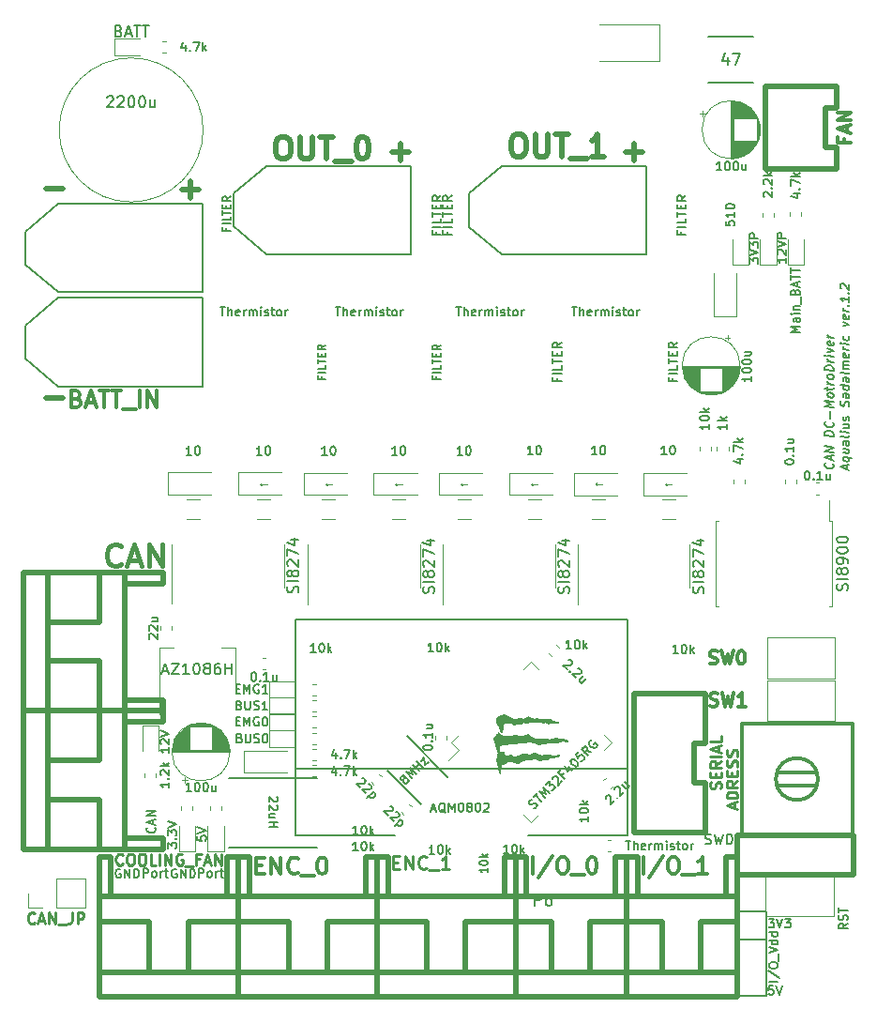
<source format=gbr>
G04 #@! TF.GenerationSoftware,KiCad,Pcbnew,(5.1.5)-3*
G04 #@! TF.CreationDate,2020-05-02T16:14:21+09:00*
G04 #@! TF.ProjectId,SteerMD,53746565-724d-4442-9e6b-696361645f70,rev?*
G04 #@! TF.SameCoordinates,Original*
G04 #@! TF.FileFunction,Legend,Top*
G04 #@! TF.FilePolarity,Positive*
%FSLAX46Y46*%
G04 Gerber Fmt 4.6, Leading zero omitted, Abs format (unit mm)*
G04 Created by KiCad (PCBNEW (5.1.5)-3) date 2020-05-02 16:14:21*
%MOMM*%
%LPD*%
G04 APERTURE LIST*
%ADD10C,0.500000*%
%ADD11C,0.150000*%
%ADD12C,0.100000*%
%ADD13C,0.250000*%
%ADD14C,0.200000*%
%ADD15C,0.120000*%
%ADD16C,0.300000*%
%ADD17C,0.010000*%
%ADD18C,0.400000*%
%ADD19C,0.375000*%
G04 APERTURE END LIST*
D10*
X76061904Y-85057142D02*
X74538095Y-85057142D01*
X76061904Y-66157142D02*
X74538095Y-66157142D01*
D11*
X139809523Y-132011904D02*
X140304761Y-132011904D01*
X140038095Y-132316666D01*
X140152380Y-132316666D01*
X140228571Y-132354761D01*
X140266666Y-132392857D01*
X140304761Y-132469047D01*
X140304761Y-132659523D01*
X140266666Y-132735714D01*
X140228571Y-132773809D01*
X140152380Y-132811904D01*
X139923809Y-132811904D01*
X139847619Y-132773809D01*
X139809523Y-132735714D01*
X140533333Y-132011904D02*
X140800000Y-132811904D01*
X141066666Y-132011904D01*
X141257142Y-132011904D02*
X141752380Y-132011904D01*
X141485714Y-132316666D01*
X141600000Y-132316666D01*
X141676190Y-132354761D01*
X141714285Y-132392857D01*
X141752380Y-132469047D01*
X141752380Y-132659523D01*
X141714285Y-132735714D01*
X141676190Y-132773809D01*
X141600000Y-132811904D01*
X141371428Y-132811904D01*
X141295238Y-132773809D01*
X141257142Y-132735714D01*
X140197619Y-138061904D02*
X139816666Y-138061904D01*
X139778571Y-138442857D01*
X139816666Y-138404761D01*
X139892857Y-138366666D01*
X140083333Y-138366666D01*
X140159523Y-138404761D01*
X140197619Y-138442857D01*
X140235714Y-138519047D01*
X140235714Y-138709523D01*
X140197619Y-138785714D01*
X140159523Y-138823809D01*
X140083333Y-138861904D01*
X139892857Y-138861904D01*
X139816666Y-138823809D01*
X139778571Y-138785714D01*
X140464285Y-138061904D02*
X140730952Y-138861904D01*
X140997619Y-138061904D01*
D12*
X131054761Y-92782142D02*
X130445238Y-92782142D01*
X130597619Y-92934523D02*
X130445238Y-92782142D01*
X130597619Y-92629761D01*
X124754761Y-92782142D02*
X124145238Y-92782142D01*
X124297619Y-92934523D02*
X124145238Y-92782142D01*
X124297619Y-92629761D01*
X118954761Y-92782142D02*
X118345238Y-92782142D01*
X118497619Y-92934523D02*
X118345238Y-92782142D01*
X118497619Y-92629761D01*
X112604761Y-92782142D02*
X111995238Y-92782142D01*
X112147619Y-92934523D02*
X111995238Y-92782142D01*
X112147619Y-92629761D01*
X106704761Y-92782142D02*
X106095238Y-92782142D01*
X106247619Y-92934523D02*
X106095238Y-92782142D01*
X106247619Y-92629761D01*
X100404761Y-92782142D02*
X99795238Y-92782142D01*
X99947619Y-92934523D02*
X99795238Y-92782142D01*
X99947619Y-92629761D01*
X94504761Y-92782142D02*
X93895238Y-92782142D01*
X94047619Y-92934523D02*
X93895238Y-92782142D01*
X94047619Y-92629761D01*
D11*
X86340476Y-127550000D02*
X86264285Y-127511904D01*
X86150000Y-127511904D01*
X86035714Y-127550000D01*
X85959523Y-127626190D01*
X85921428Y-127702380D01*
X85883333Y-127854761D01*
X85883333Y-127969047D01*
X85921428Y-128121428D01*
X85959523Y-128197619D01*
X86035714Y-128273809D01*
X86150000Y-128311904D01*
X86226190Y-128311904D01*
X86340476Y-128273809D01*
X86378571Y-128235714D01*
X86378571Y-127969047D01*
X86226190Y-127969047D01*
X86721428Y-128311904D02*
X86721428Y-127511904D01*
X87178571Y-128311904D01*
X87178571Y-127511904D01*
X87559523Y-128311904D02*
X87559523Y-127511904D01*
X87750000Y-127511904D01*
X87864285Y-127550000D01*
X87940476Y-127626190D01*
X87978571Y-127702380D01*
X88016666Y-127854761D01*
X88016666Y-127969047D01*
X87978571Y-128121428D01*
X87940476Y-128197619D01*
X87864285Y-128273809D01*
X87750000Y-128311904D01*
X87559523Y-128311904D01*
X88352380Y-128261904D02*
X88352380Y-127461904D01*
X88657142Y-127461904D01*
X88733333Y-127500000D01*
X88771428Y-127538095D01*
X88809523Y-127614285D01*
X88809523Y-127728571D01*
X88771428Y-127804761D01*
X88733333Y-127842857D01*
X88657142Y-127880952D01*
X88352380Y-127880952D01*
X89266666Y-128261904D02*
X89190476Y-128223809D01*
X89152380Y-128185714D01*
X89114285Y-128109523D01*
X89114285Y-127880952D01*
X89152380Y-127804761D01*
X89190476Y-127766666D01*
X89266666Y-127728571D01*
X89380952Y-127728571D01*
X89457142Y-127766666D01*
X89495238Y-127804761D01*
X89533333Y-127880952D01*
X89533333Y-128109523D01*
X89495238Y-128185714D01*
X89457142Y-128223809D01*
X89380952Y-128261904D01*
X89266666Y-128261904D01*
X89876190Y-128261904D02*
X89876190Y-127728571D01*
X89876190Y-127880952D02*
X89914285Y-127804761D01*
X89952380Y-127766666D01*
X90028571Y-127728571D01*
X90104761Y-127728571D01*
X90257142Y-127728571D02*
X90561904Y-127728571D01*
X90371428Y-127461904D02*
X90371428Y-128147619D01*
X90409523Y-128223809D01*
X90485714Y-128261904D01*
X90561904Y-128261904D01*
X83352380Y-128261904D02*
X83352380Y-127461904D01*
X83657142Y-127461904D01*
X83733333Y-127500000D01*
X83771428Y-127538095D01*
X83809523Y-127614285D01*
X83809523Y-127728571D01*
X83771428Y-127804761D01*
X83733333Y-127842857D01*
X83657142Y-127880952D01*
X83352380Y-127880952D01*
X84266666Y-128261904D02*
X84190476Y-128223809D01*
X84152380Y-128185714D01*
X84114285Y-128109523D01*
X84114285Y-127880952D01*
X84152380Y-127804761D01*
X84190476Y-127766666D01*
X84266666Y-127728571D01*
X84380952Y-127728571D01*
X84457142Y-127766666D01*
X84495238Y-127804761D01*
X84533333Y-127880952D01*
X84533333Y-128109523D01*
X84495238Y-128185714D01*
X84457142Y-128223809D01*
X84380952Y-128261904D01*
X84266666Y-128261904D01*
X84876190Y-128261904D02*
X84876190Y-127728571D01*
X84876190Y-127880952D02*
X84914285Y-127804761D01*
X84952380Y-127766666D01*
X85028571Y-127728571D01*
X85104761Y-127728571D01*
X85257142Y-127728571D02*
X85561904Y-127728571D01*
X85371428Y-127461904D02*
X85371428Y-128147619D01*
X85409523Y-128223809D01*
X85485714Y-128261904D01*
X85561904Y-128261904D01*
X81290476Y-127550000D02*
X81214285Y-127511904D01*
X81100000Y-127511904D01*
X80985714Y-127550000D01*
X80909523Y-127626190D01*
X80871428Y-127702380D01*
X80833333Y-127854761D01*
X80833333Y-127969047D01*
X80871428Y-128121428D01*
X80909523Y-128197619D01*
X80985714Y-128273809D01*
X81100000Y-128311904D01*
X81176190Y-128311904D01*
X81290476Y-128273809D01*
X81328571Y-128235714D01*
X81328571Y-127969047D01*
X81176190Y-127969047D01*
X81671428Y-128311904D02*
X81671428Y-127511904D01*
X82128571Y-128311904D01*
X82128571Y-127511904D01*
X82509523Y-128311904D02*
X82509523Y-127511904D01*
X82700000Y-127511904D01*
X82814285Y-127550000D01*
X82890476Y-127626190D01*
X82928571Y-127702380D01*
X82966666Y-127854761D01*
X82966666Y-127969047D01*
X82928571Y-128121428D01*
X82890476Y-128197619D01*
X82814285Y-128273809D01*
X82700000Y-128311904D01*
X82509523Y-128311904D01*
D13*
X81483333Y-127057142D02*
X81435714Y-127104761D01*
X81292857Y-127152380D01*
X81197619Y-127152380D01*
X81054761Y-127104761D01*
X80959523Y-127009523D01*
X80911904Y-126914285D01*
X80864285Y-126723809D01*
X80864285Y-126580952D01*
X80911904Y-126390476D01*
X80959523Y-126295238D01*
X81054761Y-126200000D01*
X81197619Y-126152380D01*
X81292857Y-126152380D01*
X81435714Y-126200000D01*
X81483333Y-126247619D01*
X82102380Y-126152380D02*
X82292857Y-126152380D01*
X82388095Y-126200000D01*
X82483333Y-126295238D01*
X82530952Y-126485714D01*
X82530952Y-126819047D01*
X82483333Y-127009523D01*
X82388095Y-127104761D01*
X82292857Y-127152380D01*
X82102380Y-127152380D01*
X82007142Y-127104761D01*
X81911904Y-127009523D01*
X81864285Y-126819047D01*
X81864285Y-126485714D01*
X81911904Y-126295238D01*
X82007142Y-126200000D01*
X82102380Y-126152380D01*
X83150000Y-126152380D02*
X83340476Y-126152380D01*
X83435714Y-126200000D01*
X83530952Y-126295238D01*
X83578571Y-126485714D01*
X83578571Y-126819047D01*
X83530952Y-127009523D01*
X83435714Y-127104761D01*
X83340476Y-127152380D01*
X83150000Y-127152380D01*
X83054761Y-127104761D01*
X82959523Y-127009523D01*
X82911904Y-126819047D01*
X82911904Y-126485714D01*
X82959523Y-126295238D01*
X83054761Y-126200000D01*
X83150000Y-126152380D01*
X84483333Y-127152380D02*
X84007142Y-127152380D01*
X84007142Y-126152380D01*
X84816666Y-127152380D02*
X84816666Y-126152380D01*
X85292857Y-127152380D02*
X85292857Y-126152380D01*
X85864285Y-127152380D01*
X85864285Y-126152380D01*
X86864285Y-126200000D02*
X86769047Y-126152380D01*
X86626190Y-126152380D01*
X86483333Y-126200000D01*
X86388095Y-126295238D01*
X86340476Y-126390476D01*
X86292857Y-126580952D01*
X86292857Y-126723809D01*
X86340476Y-126914285D01*
X86388095Y-127009523D01*
X86483333Y-127104761D01*
X86626190Y-127152380D01*
X86721428Y-127152380D01*
X86864285Y-127104761D01*
X86911904Y-127057142D01*
X86911904Y-126723809D01*
X86721428Y-126723809D01*
X87102380Y-127247619D02*
X87864285Y-127247619D01*
X88435714Y-126628571D02*
X88102380Y-126628571D01*
X88102380Y-127152380D02*
X88102380Y-126152380D01*
X88578571Y-126152380D01*
X88911904Y-126866666D02*
X89388095Y-126866666D01*
X88816666Y-127152380D02*
X89150000Y-126152380D01*
X89483333Y-127152380D01*
X89816666Y-127152380D02*
X89816666Y-126152380D01*
X90388095Y-127152380D01*
X90388095Y-126152380D01*
D14*
X145585714Y-90958095D02*
X145623809Y-91000952D01*
X145661904Y-91120000D01*
X145661904Y-91196190D01*
X145623809Y-91305714D01*
X145547619Y-91372380D01*
X145471428Y-91400952D01*
X145319047Y-91420000D01*
X145204761Y-91405714D01*
X145052380Y-91348571D01*
X144976190Y-91300952D01*
X144900000Y-91215238D01*
X144861904Y-91096190D01*
X144861904Y-91020000D01*
X144900000Y-90910476D01*
X144938095Y-90877142D01*
X145433333Y-90634285D02*
X145433333Y-90253333D01*
X145661904Y-90739047D02*
X144861904Y-90372380D01*
X145661904Y-90205714D01*
X145661904Y-89939047D02*
X144861904Y-89839047D01*
X145661904Y-89481904D01*
X144861904Y-89381904D01*
X145661904Y-88491428D02*
X144861904Y-88391428D01*
X144861904Y-88200952D01*
X144900000Y-88091428D01*
X144976190Y-88024761D01*
X145052380Y-87996190D01*
X145204761Y-87977142D01*
X145319047Y-87991428D01*
X145471428Y-88048571D01*
X145547619Y-88096190D01*
X145623809Y-88181904D01*
X145661904Y-88300952D01*
X145661904Y-88491428D01*
X145585714Y-87224761D02*
X145623809Y-87267619D01*
X145661904Y-87386666D01*
X145661904Y-87462857D01*
X145623809Y-87572380D01*
X145547619Y-87639047D01*
X145471428Y-87667619D01*
X145319047Y-87686666D01*
X145204761Y-87672380D01*
X145052380Y-87615238D01*
X144976190Y-87567619D01*
X144900000Y-87481904D01*
X144861904Y-87362857D01*
X144861904Y-87286666D01*
X144900000Y-87177142D01*
X144938095Y-87143809D01*
X145357142Y-86853333D02*
X145357142Y-86243809D01*
X145661904Y-85900952D02*
X144861904Y-85800952D01*
X145433333Y-85605714D01*
X144861904Y-85267619D01*
X145661904Y-85367619D01*
X145661904Y-84872380D02*
X145623809Y-84943809D01*
X145585714Y-84977142D01*
X145509523Y-85005714D01*
X145280952Y-84977142D01*
X145204761Y-84929523D01*
X145166666Y-84886666D01*
X145128571Y-84805714D01*
X145128571Y-84691428D01*
X145166666Y-84620000D01*
X145204761Y-84586666D01*
X145280952Y-84558095D01*
X145509523Y-84586666D01*
X145585714Y-84634285D01*
X145623809Y-84677142D01*
X145661904Y-84758095D01*
X145661904Y-84872380D01*
X145128571Y-84310476D02*
X145128571Y-84005714D01*
X144861904Y-84162857D02*
X145547619Y-84248571D01*
X145623809Y-84220000D01*
X145661904Y-84148571D01*
X145661904Y-84072380D01*
X145661904Y-83805714D02*
X145128571Y-83739047D01*
X145280952Y-83758095D02*
X145204761Y-83710476D01*
X145166666Y-83667619D01*
X145128571Y-83586666D01*
X145128571Y-83510476D01*
X145661904Y-83196190D02*
X145623809Y-83267619D01*
X145585714Y-83300952D01*
X145509523Y-83329523D01*
X145280952Y-83300952D01*
X145204761Y-83253333D01*
X145166666Y-83210476D01*
X145128571Y-83129523D01*
X145128571Y-83015238D01*
X145166666Y-82943809D01*
X145204761Y-82910476D01*
X145280952Y-82881904D01*
X145509523Y-82910476D01*
X145585714Y-82958095D01*
X145623809Y-83000952D01*
X145661904Y-83081904D01*
X145661904Y-83196190D01*
X145661904Y-82586666D02*
X144861904Y-82486666D01*
X144861904Y-82296190D01*
X144900000Y-82186666D01*
X144976190Y-82120000D01*
X145052380Y-82091428D01*
X145204761Y-82072380D01*
X145319047Y-82086666D01*
X145471428Y-82143809D01*
X145547619Y-82191428D01*
X145623809Y-82277142D01*
X145661904Y-82396190D01*
X145661904Y-82586666D01*
X145661904Y-81786666D02*
X145128571Y-81720000D01*
X145280952Y-81739047D02*
X145204761Y-81691428D01*
X145166666Y-81648571D01*
X145128571Y-81567619D01*
X145128571Y-81491428D01*
X145661904Y-81291428D02*
X145128571Y-81224761D01*
X144861904Y-81191428D02*
X144900000Y-81234285D01*
X144938095Y-81200952D01*
X144900000Y-81158095D01*
X144861904Y-81191428D01*
X144938095Y-81200952D01*
X145128571Y-80920000D02*
X145661904Y-80796190D01*
X145128571Y-80539047D01*
X145623809Y-79991428D02*
X145661904Y-80072380D01*
X145661904Y-80224761D01*
X145623809Y-80296190D01*
X145547619Y-80324761D01*
X145242857Y-80286666D01*
X145166666Y-80239047D01*
X145128571Y-80158095D01*
X145128571Y-80005714D01*
X145166666Y-79934285D01*
X145242857Y-79905714D01*
X145319047Y-79915238D01*
X145395238Y-80305714D01*
X145661904Y-79615238D02*
X145128571Y-79548571D01*
X145280952Y-79567619D02*
X145204761Y-79520000D01*
X145166666Y-79477142D01*
X145128571Y-79396190D01*
X145128571Y-79320000D01*
X146833333Y-91434285D02*
X146833333Y-91053333D01*
X147061904Y-91539047D02*
X146261904Y-91172380D01*
X147061904Y-91005714D01*
X146528571Y-90329523D02*
X147328571Y-90429523D01*
X147023809Y-90391428D02*
X147061904Y-90472380D01*
X147061904Y-90624761D01*
X147023809Y-90696190D01*
X146985714Y-90729523D01*
X146909523Y-90758095D01*
X146680952Y-90729523D01*
X146604761Y-90681904D01*
X146566666Y-90639047D01*
X146528571Y-90558095D01*
X146528571Y-90405714D01*
X146566666Y-90334285D01*
X146528571Y-89605714D02*
X147061904Y-89672380D01*
X146528571Y-89948571D02*
X146947619Y-90000952D01*
X147023809Y-89972380D01*
X147061904Y-89900952D01*
X147061904Y-89786666D01*
X147023809Y-89705714D01*
X146985714Y-89662857D01*
X147061904Y-88948571D02*
X146642857Y-88896190D01*
X146566666Y-88924761D01*
X146528571Y-88996190D01*
X146528571Y-89148571D01*
X146566666Y-89229523D01*
X147023809Y-88943809D02*
X147061904Y-89024761D01*
X147061904Y-89215238D01*
X147023809Y-89286666D01*
X146947619Y-89315238D01*
X146871428Y-89305714D01*
X146795238Y-89258095D01*
X146757142Y-89177142D01*
X146757142Y-88986666D01*
X146719047Y-88905714D01*
X147061904Y-88453333D02*
X147023809Y-88524761D01*
X146947619Y-88553333D01*
X146261904Y-88467619D01*
X147061904Y-88148571D02*
X146528571Y-88081904D01*
X146261904Y-88048571D02*
X146300000Y-88091428D01*
X146338095Y-88058095D01*
X146300000Y-88015238D01*
X146261904Y-88048571D01*
X146338095Y-88058095D01*
X146528571Y-87358095D02*
X147061904Y-87424761D01*
X146528571Y-87700952D02*
X146947619Y-87753333D01*
X147023809Y-87724761D01*
X147061904Y-87653333D01*
X147061904Y-87539047D01*
X147023809Y-87458095D01*
X146985714Y-87415238D01*
X147023809Y-87077142D02*
X147061904Y-87005714D01*
X147061904Y-86853333D01*
X147023809Y-86772380D01*
X146947619Y-86724761D01*
X146909523Y-86720000D01*
X146833333Y-86748571D01*
X146795238Y-86820000D01*
X146795238Y-86934285D01*
X146757142Y-87005714D01*
X146680952Y-87034285D01*
X146642857Y-87029523D01*
X146566666Y-86981904D01*
X146528571Y-86900952D01*
X146528571Y-86786666D01*
X146566666Y-86715238D01*
X147023809Y-85820000D02*
X147061904Y-85710476D01*
X147061904Y-85520000D01*
X147023809Y-85439047D01*
X146985714Y-85396190D01*
X146909523Y-85348571D01*
X146833333Y-85339047D01*
X146757142Y-85367619D01*
X146719047Y-85400952D01*
X146680952Y-85472380D01*
X146642857Y-85620000D01*
X146604761Y-85691428D01*
X146566666Y-85724761D01*
X146490476Y-85753333D01*
X146414285Y-85743809D01*
X146338095Y-85696190D01*
X146300000Y-85653333D01*
X146261904Y-85572380D01*
X146261904Y-85381904D01*
X146300000Y-85272380D01*
X147061904Y-84681904D02*
X146642857Y-84629523D01*
X146566666Y-84658095D01*
X146528571Y-84729523D01*
X146528571Y-84881904D01*
X146566666Y-84962857D01*
X147023809Y-84677142D02*
X147061904Y-84758095D01*
X147061904Y-84948571D01*
X147023809Y-85020000D01*
X146947619Y-85048571D01*
X146871428Y-85039047D01*
X146795238Y-84991428D01*
X146757142Y-84910476D01*
X146757142Y-84720000D01*
X146719047Y-84639047D01*
X147061904Y-83958095D02*
X146261904Y-83858095D01*
X147023809Y-83953333D02*
X147061904Y-84034285D01*
X147061904Y-84186666D01*
X147023809Y-84258095D01*
X146985714Y-84291428D01*
X146909523Y-84320000D01*
X146680952Y-84291428D01*
X146604761Y-84243809D01*
X146566666Y-84200952D01*
X146528571Y-84120000D01*
X146528571Y-83967619D01*
X146566666Y-83896190D01*
X147061904Y-83234285D02*
X146642857Y-83181904D01*
X146566666Y-83210476D01*
X146528571Y-83281904D01*
X146528571Y-83434285D01*
X146566666Y-83515238D01*
X147023809Y-83229523D02*
X147061904Y-83310476D01*
X147061904Y-83500952D01*
X147023809Y-83572380D01*
X146947619Y-83600952D01*
X146871428Y-83591428D01*
X146795238Y-83543809D01*
X146757142Y-83462857D01*
X146757142Y-83272380D01*
X146719047Y-83191428D01*
X147061904Y-82739047D02*
X147023809Y-82810476D01*
X146947619Y-82839047D01*
X146261904Y-82753333D01*
X147061904Y-82434285D02*
X146528571Y-82367619D01*
X146604761Y-82377142D02*
X146566666Y-82334285D01*
X146528571Y-82253333D01*
X146528571Y-82139047D01*
X146566666Y-82067619D01*
X146642857Y-82039047D01*
X147061904Y-82091428D01*
X146642857Y-82039047D02*
X146566666Y-81991428D01*
X146528571Y-81910476D01*
X146528571Y-81796190D01*
X146566666Y-81724761D01*
X146642857Y-81696190D01*
X147061904Y-81748571D01*
X147023809Y-81058095D02*
X147061904Y-81139047D01*
X147061904Y-81291428D01*
X147023809Y-81362857D01*
X146947619Y-81391428D01*
X146642857Y-81353333D01*
X146566666Y-81305714D01*
X146528571Y-81224761D01*
X146528571Y-81072380D01*
X146566666Y-81000952D01*
X146642857Y-80972380D01*
X146719047Y-80981904D01*
X146795238Y-81372380D01*
X147061904Y-80681904D02*
X146528571Y-80615238D01*
X146680952Y-80634285D02*
X146604761Y-80586666D01*
X146566666Y-80543809D01*
X146528571Y-80462857D01*
X146528571Y-80386666D01*
X147061904Y-80186666D02*
X146528571Y-80120000D01*
X146261904Y-80086666D02*
X146300000Y-80129523D01*
X146338095Y-80096190D01*
X146300000Y-80053333D01*
X146261904Y-80086666D01*
X146338095Y-80096190D01*
X147023809Y-79458095D02*
X147061904Y-79539047D01*
X147061904Y-79691428D01*
X147023809Y-79762857D01*
X146985714Y-79796190D01*
X146909523Y-79824761D01*
X146680952Y-79796190D01*
X146604761Y-79748571D01*
X146566666Y-79705714D01*
X146528571Y-79624761D01*
X146528571Y-79472380D01*
X146566666Y-79400952D01*
X146528571Y-78520000D02*
X147061904Y-78396190D01*
X146528571Y-78139047D01*
X147023809Y-77591428D02*
X147061904Y-77672380D01*
X147061904Y-77824761D01*
X147023809Y-77896190D01*
X146947619Y-77924761D01*
X146642857Y-77886666D01*
X146566666Y-77839047D01*
X146528571Y-77758095D01*
X146528571Y-77605714D01*
X146566666Y-77534285D01*
X146642857Y-77505714D01*
X146719047Y-77515238D01*
X146795238Y-77905714D01*
X147061904Y-77215238D02*
X146528571Y-77148571D01*
X146680952Y-77167619D02*
X146604761Y-77120000D01*
X146566666Y-77077142D01*
X146528571Y-76996190D01*
X146528571Y-76920000D01*
X146985714Y-76710476D02*
X147023809Y-76677142D01*
X147061904Y-76720000D01*
X147023809Y-76753333D01*
X146985714Y-76710476D01*
X147061904Y-76720000D01*
X147061904Y-75920000D02*
X147061904Y-76377142D01*
X147061904Y-76148571D02*
X146261904Y-76048571D01*
X146376190Y-76139047D01*
X146452380Y-76224761D01*
X146490476Y-76305714D01*
X146985714Y-75567619D02*
X147023809Y-75534285D01*
X147061904Y-75577142D01*
X147023809Y-75610476D01*
X146985714Y-75567619D01*
X147061904Y-75577142D01*
X146338095Y-75143809D02*
X146300000Y-75100952D01*
X146261904Y-75020000D01*
X146261904Y-74829523D01*
X146300000Y-74758095D01*
X146338095Y-74724761D01*
X146414285Y-74696190D01*
X146490476Y-74705714D01*
X146604761Y-74758095D01*
X147061904Y-75272380D01*
X147061904Y-74777142D01*
D10*
X127607142Y-62088095D02*
X127607142Y-63611904D01*
X126845238Y-62850000D02*
X128369047Y-62850000D01*
X106607142Y-62088095D02*
X106607142Y-63611904D01*
X105845238Y-62850000D02*
X107369047Y-62850000D01*
X87592857Y-67011904D02*
X87592857Y-65488095D01*
X88354761Y-66250000D02*
X86830952Y-66250000D01*
D15*
X124904880Y-116746751D02*
X125576631Y-116075000D01*
X125576631Y-116075000D02*
X124904880Y-115403249D01*
X119021751Y-122629880D02*
X118350000Y-123301631D01*
X118350000Y-123301631D02*
X117678249Y-122629880D01*
X117678249Y-109520120D02*
X118350000Y-108848369D01*
X118350000Y-108848369D02*
X119021751Y-109520120D01*
X111795120Y-115403249D02*
X111123369Y-116075000D01*
X111123369Y-116075000D02*
X111795120Y-116746751D01*
X111795120Y-116746751D02*
X110847597Y-117694275D01*
D11*
X128750000Y-64100000D02*
X128750000Y-72100000D01*
X112750000Y-66600000D02*
X112750000Y-69600000D01*
X115750000Y-64100000D02*
X128750000Y-64100000D01*
X112750000Y-66600000D02*
X115750000Y-64100000D01*
X115750000Y-72100000D02*
X128750000Y-72100000D01*
X112750000Y-69600000D02*
X115750000Y-72100000D01*
X107500000Y-64075000D02*
X107500000Y-72075000D01*
X91500000Y-66575000D02*
X91500000Y-69575000D01*
X94500000Y-64075000D02*
X107500000Y-64075000D01*
X91500000Y-66575000D02*
X94500000Y-64075000D01*
X94500000Y-72075000D02*
X107500000Y-72075000D01*
X91500000Y-69575000D02*
X94500000Y-72075000D01*
D16*
X144250000Y-119400000D02*
G75*
G03X144250000Y-119400000I-1900000J0D01*
G01*
X144150000Y-118800000D02*
X140650000Y-118800000D01*
X144150000Y-120000000D02*
X140550000Y-120000000D01*
X147350000Y-124400000D02*
X137350000Y-124400000D01*
X137350000Y-124400000D02*
X137350000Y-114400000D01*
X137350000Y-114400000D02*
X147350000Y-114400000D01*
X147350000Y-114400000D02*
X147350000Y-124400000D01*
D14*
X97050000Y-118500000D02*
X127050000Y-118500000D01*
X97050000Y-124500000D02*
X97050000Y-105000000D01*
X97050000Y-105000000D02*
X127050000Y-105000000D01*
X127050000Y-105000000D02*
X127050000Y-124500000D01*
X118050000Y-124500000D02*
X127050000Y-124500000D01*
X106050000Y-124500000D02*
X97050000Y-124500000D01*
D10*
X91900000Y-126450000D02*
X90900000Y-126450000D01*
X90900000Y-126450000D02*
X90900000Y-129950000D01*
X79400000Y-126450000D02*
X80400000Y-126450000D01*
X80400000Y-126450000D02*
X80400000Y-129950000D01*
X91900000Y-129950000D02*
X79400000Y-129950000D01*
X87400000Y-132250000D02*
X91900000Y-132250000D01*
X83900000Y-132250000D02*
X79400000Y-132250000D01*
X87400000Y-132250000D02*
X87400000Y-136850000D01*
X83900000Y-132250000D02*
X83900000Y-136850000D01*
X79400000Y-136850000D02*
X91900000Y-136850000D01*
X91900000Y-126450000D02*
X91900000Y-139050000D01*
X91900000Y-139050000D02*
X79400000Y-139050000D01*
X79400000Y-126450000D02*
X79400000Y-139050000D01*
D15*
X134990000Y-99950000D02*
X134990000Y-103810000D01*
X134990000Y-103810000D02*
X135245000Y-103810000D01*
X134990000Y-99950000D02*
X134990000Y-96090000D01*
X134990000Y-96090000D02*
X135245000Y-96090000D01*
X145510000Y-99950000D02*
X145510000Y-103810000D01*
X145510000Y-103810000D02*
X145255000Y-103810000D01*
X145510000Y-99950000D02*
X145510000Y-96090000D01*
X145510000Y-96090000D02*
X145255000Y-96090000D01*
X145255000Y-96090000D02*
X145255000Y-94275000D01*
D10*
X85150000Y-125750000D02*
X85150000Y-124750000D01*
X85150000Y-124750000D02*
X81650000Y-124750000D01*
X85150000Y-113250000D02*
X85150000Y-114250000D01*
X85150000Y-114250000D02*
X81650000Y-114250000D01*
X81650000Y-125750000D02*
X81650000Y-113250000D01*
X79350000Y-121250000D02*
X79350000Y-125750000D01*
X79350000Y-117750000D02*
X79350000Y-113250000D01*
X79350000Y-121250000D02*
X74750000Y-121250000D01*
X79350000Y-117750000D02*
X74750000Y-117750000D01*
X74750000Y-113250000D02*
X74750000Y-125750000D01*
X85150000Y-125750000D02*
X72550000Y-125750000D01*
X72550000Y-125750000D02*
X72550000Y-113250000D01*
X85150000Y-113250000D02*
X72550000Y-113250000D01*
X85150000Y-100750000D02*
X72550000Y-100750000D01*
X72550000Y-113250000D02*
X72550000Y-100750000D01*
X85150000Y-113250000D02*
X72550000Y-113250000D01*
X74750000Y-100750000D02*
X74750000Y-113250000D01*
X79350000Y-105250000D02*
X74750000Y-105250000D01*
X79350000Y-108750000D02*
X74750000Y-108750000D01*
X79350000Y-105250000D02*
X79350000Y-100750000D01*
X79350000Y-108750000D02*
X79350000Y-113250000D01*
X81650000Y-113250000D02*
X81650000Y-100750000D01*
X85150000Y-101750000D02*
X81650000Y-101750000D01*
X85150000Y-100750000D02*
X85150000Y-101750000D01*
X85150000Y-112250000D02*
X81650000Y-112250000D01*
X85150000Y-113250000D02*
X85150000Y-112250000D01*
X91950000Y-126450000D02*
X91950000Y-139050000D01*
X104450000Y-139050000D02*
X91950000Y-139050000D01*
X104450000Y-126450000D02*
X104450000Y-139050000D01*
X91950000Y-136850000D02*
X104450000Y-136850000D01*
X96450000Y-132250000D02*
X96450000Y-136850000D01*
X99950000Y-132250000D02*
X99950000Y-136850000D01*
X96450000Y-132250000D02*
X91950000Y-132250000D01*
X99950000Y-132250000D02*
X104450000Y-132250000D01*
X104450000Y-129950000D02*
X91950000Y-129950000D01*
X92950000Y-126450000D02*
X92950000Y-129950000D01*
X91950000Y-126450000D02*
X92950000Y-126450000D01*
X103450000Y-126450000D02*
X103450000Y-129950000D01*
X104450000Y-126450000D02*
X103450000Y-126450000D01*
X116950000Y-126450000D02*
X115950000Y-126450000D01*
X115950000Y-126450000D02*
X115950000Y-129950000D01*
X104450000Y-126450000D02*
X105450000Y-126450000D01*
X105450000Y-126450000D02*
X105450000Y-129950000D01*
X116950000Y-129950000D02*
X104450000Y-129950000D01*
X112450000Y-132250000D02*
X116950000Y-132250000D01*
X108950000Y-132250000D02*
X104450000Y-132250000D01*
X112450000Y-132250000D02*
X112450000Y-136850000D01*
X108950000Y-132250000D02*
X108950000Y-136850000D01*
X104450000Y-136850000D02*
X116950000Y-136850000D01*
X116950000Y-126450000D02*
X116950000Y-139050000D01*
X116950000Y-139050000D02*
X104450000Y-139050000D01*
X104450000Y-126450000D02*
X104450000Y-139050000D01*
X139500000Y-56900000D02*
X139500000Y-64400000D01*
X145900000Y-56900000D02*
X139500000Y-56900000D01*
X139500000Y-64400000D02*
X145900000Y-64400000D01*
X145900000Y-58900000D02*
X145900000Y-56900000D01*
X144900000Y-58900000D02*
X145900000Y-58900000D01*
X144900000Y-62400000D02*
X144900000Y-58900000D01*
X145900000Y-62400000D02*
X144900000Y-62400000D01*
X145900000Y-64400000D02*
X145900000Y-62400000D01*
X134075000Y-124200000D02*
X134075000Y-119700000D01*
X134075000Y-119700000D02*
X133075000Y-119700000D01*
X133075000Y-119700000D02*
X133075000Y-116200000D01*
X133075000Y-116200000D02*
X134075000Y-116200000D01*
X134075000Y-116200000D02*
X134075000Y-111700000D01*
X127675000Y-111700000D02*
X127675000Y-124200000D01*
X134075000Y-111700000D02*
X127675000Y-111700000D01*
X127675000Y-124200000D02*
X134075000Y-124200000D01*
X136950000Y-124500000D02*
X136950000Y-128000000D01*
X147450000Y-124500000D02*
X136950000Y-124500000D01*
X147450000Y-128000000D02*
X136950000Y-128000000D01*
X147450000Y-128000000D02*
X147450000Y-124500000D01*
D11*
X72700000Y-81500000D02*
X75700000Y-84000000D01*
X75700000Y-84000000D02*
X88700000Y-84000000D01*
X72700000Y-78500000D02*
X75700000Y-76000000D01*
X75700000Y-76000000D02*
X88700000Y-76000000D01*
X72700000Y-78500000D02*
X72700000Y-81500000D01*
X88700000Y-76000000D02*
X88700000Y-84000000D01*
X88700000Y-67500000D02*
X88700000Y-75500000D01*
X72700000Y-70000000D02*
X72700000Y-73000000D01*
X75700000Y-67500000D02*
X88700000Y-67500000D01*
X72700000Y-70000000D02*
X75700000Y-67500000D01*
X75700000Y-75500000D02*
X88700000Y-75500000D01*
X72700000Y-73000000D02*
X75700000Y-75500000D01*
D15*
X98587221Y-116690000D02*
X98912779Y-116690000D01*
X98587221Y-117710000D02*
X98912779Y-117710000D01*
D11*
X108436396Y-121665559D02*
X105395837Y-118625000D01*
X107128249Y-115549086D02*
X110840559Y-119261396D01*
D15*
X103917426Y-119663675D02*
X104147631Y-119893880D01*
X104638675Y-118942426D02*
X104868880Y-119172631D01*
X106854478Y-122600727D02*
X106624273Y-122370522D01*
X107575727Y-121879478D02*
X107345522Y-121649273D01*
X110720000Y-115487221D02*
X110720000Y-115812779D01*
X109700000Y-115487221D02*
X109700000Y-115812779D01*
X125800727Y-120020522D02*
X125570522Y-120250727D01*
X125079478Y-119299273D02*
X124849273Y-119529478D01*
X120866868Y-107538025D02*
X120628770Y-107315995D01*
X120171230Y-108284005D02*
X119933132Y-108061975D01*
X144037221Y-92690000D02*
X144362779Y-92690000D01*
X144037221Y-93710000D02*
X144362779Y-93710000D01*
X142260000Y-92712779D02*
X142260000Y-92387221D01*
X141240000Y-92712779D02*
X141240000Y-92387221D01*
X139020000Y-60825000D02*
G75*
G03X139020000Y-60825000I-2620000J0D01*
G01*
X136400000Y-58245000D02*
X136400000Y-63405000D01*
X136440000Y-58245000D02*
X136440000Y-63405000D01*
X136480000Y-58246000D02*
X136480000Y-63404000D01*
X136520000Y-58247000D02*
X136520000Y-63403000D01*
X136560000Y-58249000D02*
X136560000Y-63401000D01*
X136600000Y-58252000D02*
X136600000Y-63398000D01*
X136640000Y-58256000D02*
X136640000Y-59785000D01*
X136640000Y-61865000D02*
X136640000Y-63394000D01*
X136680000Y-58260000D02*
X136680000Y-59785000D01*
X136680000Y-61865000D02*
X136680000Y-63390000D01*
X136720000Y-58264000D02*
X136720000Y-59785000D01*
X136720000Y-61865000D02*
X136720000Y-63386000D01*
X136760000Y-58269000D02*
X136760000Y-59785000D01*
X136760000Y-61865000D02*
X136760000Y-63381000D01*
X136800000Y-58275000D02*
X136800000Y-59785000D01*
X136800000Y-61865000D02*
X136800000Y-63375000D01*
X136840000Y-58282000D02*
X136840000Y-59785000D01*
X136840000Y-61865000D02*
X136840000Y-63368000D01*
X136880000Y-58289000D02*
X136880000Y-59785000D01*
X136880000Y-61865000D02*
X136880000Y-63361000D01*
X136920000Y-58297000D02*
X136920000Y-59785000D01*
X136920000Y-61865000D02*
X136920000Y-63353000D01*
X136960000Y-58305000D02*
X136960000Y-59785000D01*
X136960000Y-61865000D02*
X136960000Y-63345000D01*
X137000000Y-58314000D02*
X137000000Y-59785000D01*
X137000000Y-61865000D02*
X137000000Y-63336000D01*
X137040000Y-58324000D02*
X137040000Y-59785000D01*
X137040000Y-61865000D02*
X137040000Y-63326000D01*
X137080000Y-58334000D02*
X137080000Y-59785000D01*
X137080000Y-61865000D02*
X137080000Y-63316000D01*
X137121000Y-58345000D02*
X137121000Y-59785000D01*
X137121000Y-61865000D02*
X137121000Y-63305000D01*
X137161000Y-58357000D02*
X137161000Y-59785000D01*
X137161000Y-61865000D02*
X137161000Y-63293000D01*
X137201000Y-58370000D02*
X137201000Y-59785000D01*
X137201000Y-61865000D02*
X137201000Y-63280000D01*
X137241000Y-58383000D02*
X137241000Y-59785000D01*
X137241000Y-61865000D02*
X137241000Y-63267000D01*
X137281000Y-58397000D02*
X137281000Y-59785000D01*
X137281000Y-61865000D02*
X137281000Y-63253000D01*
X137321000Y-58411000D02*
X137321000Y-59785000D01*
X137321000Y-61865000D02*
X137321000Y-63239000D01*
X137361000Y-58427000D02*
X137361000Y-59785000D01*
X137361000Y-61865000D02*
X137361000Y-63223000D01*
X137401000Y-58443000D02*
X137401000Y-59785000D01*
X137401000Y-61865000D02*
X137401000Y-63207000D01*
X137441000Y-58460000D02*
X137441000Y-59785000D01*
X137441000Y-61865000D02*
X137441000Y-63190000D01*
X137481000Y-58477000D02*
X137481000Y-59785000D01*
X137481000Y-61865000D02*
X137481000Y-63173000D01*
X137521000Y-58496000D02*
X137521000Y-59785000D01*
X137521000Y-61865000D02*
X137521000Y-63154000D01*
X137561000Y-58515000D02*
X137561000Y-59785000D01*
X137561000Y-61865000D02*
X137561000Y-63135000D01*
X137601000Y-58535000D02*
X137601000Y-59785000D01*
X137601000Y-61865000D02*
X137601000Y-63115000D01*
X137641000Y-58557000D02*
X137641000Y-59785000D01*
X137641000Y-61865000D02*
X137641000Y-63093000D01*
X137681000Y-58578000D02*
X137681000Y-59785000D01*
X137681000Y-61865000D02*
X137681000Y-63072000D01*
X137721000Y-58601000D02*
X137721000Y-59785000D01*
X137721000Y-61865000D02*
X137721000Y-63049000D01*
X137761000Y-58625000D02*
X137761000Y-59785000D01*
X137761000Y-61865000D02*
X137761000Y-63025000D01*
X137801000Y-58650000D02*
X137801000Y-59785000D01*
X137801000Y-61865000D02*
X137801000Y-63000000D01*
X137841000Y-58676000D02*
X137841000Y-59785000D01*
X137841000Y-61865000D02*
X137841000Y-62974000D01*
X137881000Y-58703000D02*
X137881000Y-59785000D01*
X137881000Y-61865000D02*
X137881000Y-62947000D01*
X137921000Y-58730000D02*
X137921000Y-59785000D01*
X137921000Y-61865000D02*
X137921000Y-62920000D01*
X137961000Y-58760000D02*
X137961000Y-59785000D01*
X137961000Y-61865000D02*
X137961000Y-62890000D01*
X138001000Y-58790000D02*
X138001000Y-59785000D01*
X138001000Y-61865000D02*
X138001000Y-62860000D01*
X138041000Y-58821000D02*
X138041000Y-59785000D01*
X138041000Y-61865000D02*
X138041000Y-62829000D01*
X138081000Y-58854000D02*
X138081000Y-59785000D01*
X138081000Y-61865000D02*
X138081000Y-62796000D01*
X138121000Y-58888000D02*
X138121000Y-59785000D01*
X138121000Y-61865000D02*
X138121000Y-62762000D01*
X138161000Y-58924000D02*
X138161000Y-59785000D01*
X138161000Y-61865000D02*
X138161000Y-62726000D01*
X138201000Y-58961000D02*
X138201000Y-59785000D01*
X138201000Y-61865000D02*
X138201000Y-62689000D01*
X138241000Y-58999000D02*
X138241000Y-59785000D01*
X138241000Y-61865000D02*
X138241000Y-62651000D01*
X138281000Y-59040000D02*
X138281000Y-59785000D01*
X138281000Y-61865000D02*
X138281000Y-62610000D01*
X138321000Y-59082000D02*
X138321000Y-59785000D01*
X138321000Y-61865000D02*
X138321000Y-62568000D01*
X138361000Y-59126000D02*
X138361000Y-59785000D01*
X138361000Y-61865000D02*
X138361000Y-62524000D01*
X138401000Y-59172000D02*
X138401000Y-59785000D01*
X138401000Y-61865000D02*
X138401000Y-62478000D01*
X138441000Y-59220000D02*
X138441000Y-59785000D01*
X138441000Y-61865000D02*
X138441000Y-62430000D01*
X138481000Y-59271000D02*
X138481000Y-59785000D01*
X138481000Y-61865000D02*
X138481000Y-62379000D01*
X138521000Y-59325000D02*
X138521000Y-59785000D01*
X138521000Y-61865000D02*
X138521000Y-62325000D01*
X138561000Y-59382000D02*
X138561000Y-59785000D01*
X138561000Y-61865000D02*
X138561000Y-62268000D01*
X138601000Y-59442000D02*
X138601000Y-59785000D01*
X138601000Y-61865000D02*
X138601000Y-62208000D01*
X138641000Y-59506000D02*
X138641000Y-59785000D01*
X138641000Y-61865000D02*
X138641000Y-62144000D01*
X138681000Y-59574000D02*
X138681000Y-59785000D01*
X138681000Y-61865000D02*
X138681000Y-62076000D01*
X138721000Y-59647000D02*
X138721000Y-62003000D01*
X138761000Y-59727000D02*
X138761000Y-61923000D01*
X138801000Y-59814000D02*
X138801000Y-61836000D01*
X138841000Y-59910000D02*
X138841000Y-61740000D01*
X138881000Y-60020000D02*
X138881000Y-61630000D01*
X138921000Y-60148000D02*
X138921000Y-61502000D01*
X138961000Y-60307000D02*
X138961000Y-61343000D01*
X139001000Y-60541000D02*
X139001000Y-61109000D01*
X133595225Y-59350000D02*
X134095225Y-59350000D01*
X133845225Y-59100000D02*
X133845225Y-59600000D01*
X91170000Y-116950000D02*
G75*
G03X91170000Y-116950000I-2620000J0D01*
G01*
X85970000Y-116950000D02*
X91130000Y-116950000D01*
X85970000Y-116910000D02*
X91130000Y-116910000D01*
X85971000Y-116870000D02*
X91129000Y-116870000D01*
X85972000Y-116830000D02*
X91128000Y-116830000D01*
X85974000Y-116790000D02*
X91126000Y-116790000D01*
X85977000Y-116750000D02*
X91123000Y-116750000D01*
X85981000Y-116710000D02*
X87510000Y-116710000D01*
X89590000Y-116710000D02*
X91119000Y-116710000D01*
X85985000Y-116670000D02*
X87510000Y-116670000D01*
X89590000Y-116670000D02*
X91115000Y-116670000D01*
X85989000Y-116630000D02*
X87510000Y-116630000D01*
X89590000Y-116630000D02*
X91111000Y-116630000D01*
X85994000Y-116590000D02*
X87510000Y-116590000D01*
X89590000Y-116590000D02*
X91106000Y-116590000D01*
X86000000Y-116550000D02*
X87510000Y-116550000D01*
X89590000Y-116550000D02*
X91100000Y-116550000D01*
X86007000Y-116510000D02*
X87510000Y-116510000D01*
X89590000Y-116510000D02*
X91093000Y-116510000D01*
X86014000Y-116470000D02*
X87510000Y-116470000D01*
X89590000Y-116470000D02*
X91086000Y-116470000D01*
X86022000Y-116430000D02*
X87510000Y-116430000D01*
X89590000Y-116430000D02*
X91078000Y-116430000D01*
X86030000Y-116390000D02*
X87510000Y-116390000D01*
X89590000Y-116390000D02*
X91070000Y-116390000D01*
X86039000Y-116350000D02*
X87510000Y-116350000D01*
X89590000Y-116350000D02*
X91061000Y-116350000D01*
X86049000Y-116310000D02*
X87510000Y-116310000D01*
X89590000Y-116310000D02*
X91051000Y-116310000D01*
X86059000Y-116270000D02*
X87510000Y-116270000D01*
X89590000Y-116270000D02*
X91041000Y-116270000D01*
X86070000Y-116229000D02*
X87510000Y-116229000D01*
X89590000Y-116229000D02*
X91030000Y-116229000D01*
X86082000Y-116189000D02*
X87510000Y-116189000D01*
X89590000Y-116189000D02*
X91018000Y-116189000D01*
X86095000Y-116149000D02*
X87510000Y-116149000D01*
X89590000Y-116149000D02*
X91005000Y-116149000D01*
X86108000Y-116109000D02*
X87510000Y-116109000D01*
X89590000Y-116109000D02*
X90992000Y-116109000D01*
X86122000Y-116069000D02*
X87510000Y-116069000D01*
X89590000Y-116069000D02*
X90978000Y-116069000D01*
X86136000Y-116029000D02*
X87510000Y-116029000D01*
X89590000Y-116029000D02*
X90964000Y-116029000D01*
X86152000Y-115989000D02*
X87510000Y-115989000D01*
X89590000Y-115989000D02*
X90948000Y-115989000D01*
X86168000Y-115949000D02*
X87510000Y-115949000D01*
X89590000Y-115949000D02*
X90932000Y-115949000D01*
X86185000Y-115909000D02*
X87510000Y-115909000D01*
X89590000Y-115909000D02*
X90915000Y-115909000D01*
X86202000Y-115869000D02*
X87510000Y-115869000D01*
X89590000Y-115869000D02*
X90898000Y-115869000D01*
X86221000Y-115829000D02*
X87510000Y-115829000D01*
X89590000Y-115829000D02*
X90879000Y-115829000D01*
X86240000Y-115789000D02*
X87510000Y-115789000D01*
X89590000Y-115789000D02*
X90860000Y-115789000D01*
X86260000Y-115749000D02*
X87510000Y-115749000D01*
X89590000Y-115749000D02*
X90840000Y-115749000D01*
X86282000Y-115709000D02*
X87510000Y-115709000D01*
X89590000Y-115709000D02*
X90818000Y-115709000D01*
X86303000Y-115669000D02*
X87510000Y-115669000D01*
X89590000Y-115669000D02*
X90797000Y-115669000D01*
X86326000Y-115629000D02*
X87510000Y-115629000D01*
X89590000Y-115629000D02*
X90774000Y-115629000D01*
X86350000Y-115589000D02*
X87510000Y-115589000D01*
X89590000Y-115589000D02*
X90750000Y-115589000D01*
X86375000Y-115549000D02*
X87510000Y-115549000D01*
X89590000Y-115549000D02*
X90725000Y-115549000D01*
X86401000Y-115509000D02*
X87510000Y-115509000D01*
X89590000Y-115509000D02*
X90699000Y-115509000D01*
X86428000Y-115469000D02*
X87510000Y-115469000D01*
X89590000Y-115469000D02*
X90672000Y-115469000D01*
X86455000Y-115429000D02*
X87510000Y-115429000D01*
X89590000Y-115429000D02*
X90645000Y-115429000D01*
X86485000Y-115389000D02*
X87510000Y-115389000D01*
X89590000Y-115389000D02*
X90615000Y-115389000D01*
X86515000Y-115349000D02*
X87510000Y-115349000D01*
X89590000Y-115349000D02*
X90585000Y-115349000D01*
X86546000Y-115309000D02*
X87510000Y-115309000D01*
X89590000Y-115309000D02*
X90554000Y-115309000D01*
X86579000Y-115269000D02*
X87510000Y-115269000D01*
X89590000Y-115269000D02*
X90521000Y-115269000D01*
X86613000Y-115229000D02*
X87510000Y-115229000D01*
X89590000Y-115229000D02*
X90487000Y-115229000D01*
X86649000Y-115189000D02*
X87510000Y-115189000D01*
X89590000Y-115189000D02*
X90451000Y-115189000D01*
X86686000Y-115149000D02*
X87510000Y-115149000D01*
X89590000Y-115149000D02*
X90414000Y-115149000D01*
X86724000Y-115109000D02*
X87510000Y-115109000D01*
X89590000Y-115109000D02*
X90376000Y-115109000D01*
X86765000Y-115069000D02*
X87510000Y-115069000D01*
X89590000Y-115069000D02*
X90335000Y-115069000D01*
X86807000Y-115029000D02*
X87510000Y-115029000D01*
X89590000Y-115029000D02*
X90293000Y-115029000D01*
X86851000Y-114989000D02*
X87510000Y-114989000D01*
X89590000Y-114989000D02*
X90249000Y-114989000D01*
X86897000Y-114949000D02*
X87510000Y-114949000D01*
X89590000Y-114949000D02*
X90203000Y-114949000D01*
X86945000Y-114909000D02*
X87510000Y-114909000D01*
X89590000Y-114909000D02*
X90155000Y-114909000D01*
X86996000Y-114869000D02*
X87510000Y-114869000D01*
X89590000Y-114869000D02*
X90104000Y-114869000D01*
X87050000Y-114829000D02*
X87510000Y-114829000D01*
X89590000Y-114829000D02*
X90050000Y-114829000D01*
X87107000Y-114789000D02*
X87510000Y-114789000D01*
X89590000Y-114789000D02*
X89993000Y-114789000D01*
X87167000Y-114749000D02*
X87510000Y-114749000D01*
X89590000Y-114749000D02*
X89933000Y-114749000D01*
X87231000Y-114709000D02*
X87510000Y-114709000D01*
X89590000Y-114709000D02*
X89869000Y-114709000D01*
X87299000Y-114669000D02*
X87510000Y-114669000D01*
X89590000Y-114669000D02*
X89801000Y-114669000D01*
X87372000Y-114629000D02*
X89728000Y-114629000D01*
X87452000Y-114589000D02*
X89648000Y-114589000D01*
X87539000Y-114549000D02*
X89561000Y-114549000D01*
X87635000Y-114509000D02*
X89465000Y-114509000D01*
X87745000Y-114469000D02*
X89355000Y-114469000D01*
X87873000Y-114429000D02*
X89227000Y-114429000D01*
X88032000Y-114389000D02*
X89068000Y-114389000D01*
X88266000Y-114349000D02*
X88834000Y-114349000D01*
X87075000Y-119754775D02*
X87075000Y-119254775D01*
X86825000Y-119504775D02*
X87325000Y-119504775D01*
X94750000Y-112055000D02*
X97035000Y-112055000D01*
X94750000Y-110585000D02*
X94750000Y-112055000D01*
X97035000Y-110585000D02*
X94750000Y-110585000D01*
X97035000Y-112035000D02*
X94750000Y-112035000D01*
X94750000Y-112035000D02*
X94750000Y-113505000D01*
X94750000Y-113505000D02*
X97035000Y-113505000D01*
X94750000Y-115005000D02*
X97035000Y-115005000D01*
X94750000Y-113535000D02*
X94750000Y-115005000D01*
X97035000Y-113535000D02*
X94750000Y-113535000D01*
X129900000Y-54650000D02*
X129900000Y-51350000D01*
X129900000Y-51350000D02*
X124500000Y-51350000D01*
X129900000Y-54650000D02*
X124500000Y-54650000D01*
X134850000Y-77700000D02*
X134850000Y-73800000D01*
X136850000Y-77700000D02*
X136850000Y-73800000D01*
X134850000Y-77700000D02*
X136850000Y-77700000D01*
X80765000Y-54110000D02*
X83050000Y-54110000D01*
X80765000Y-52640000D02*
X80765000Y-54110000D01*
X83050000Y-52640000D02*
X80765000Y-52640000D01*
X139015000Y-70700000D02*
X139015000Y-72985000D01*
X139015000Y-72985000D02*
X140485000Y-72985000D01*
X140485000Y-72985000D02*
X140485000Y-70700000D01*
X136515000Y-70700000D02*
X136515000Y-72985000D01*
X136515000Y-72985000D02*
X137985000Y-72985000D01*
X137985000Y-72985000D02*
X137985000Y-70700000D01*
X92400000Y-116850000D02*
X92400000Y-118850000D01*
X92400000Y-118850000D02*
X96300000Y-118850000D01*
X92400000Y-116850000D02*
X96300000Y-116850000D01*
X78120000Y-131030000D02*
X78120000Y-128370000D01*
X75520000Y-131030000D02*
X78120000Y-131030000D01*
X75520000Y-128370000D02*
X78120000Y-128370000D01*
X75520000Y-131030000D02*
X75520000Y-128370000D01*
X74250000Y-131030000D02*
X72920000Y-131030000D01*
X72920000Y-131030000D02*
X72920000Y-129700000D01*
D11*
X91050000Y-119350000D02*
X99050000Y-119350000D01*
X91050000Y-125550000D02*
X99050000Y-125550000D01*
D10*
X116950000Y-126450000D02*
X116950000Y-139050000D01*
X126950000Y-139050000D02*
X116950000Y-139050000D01*
X126950000Y-126450000D02*
X126950000Y-139050000D01*
X116950000Y-136850000D02*
X126950000Y-136850000D01*
X120200000Y-132250000D02*
X120200000Y-136850000D01*
X123700000Y-132250000D02*
X123700000Y-136850000D01*
X120200000Y-132250000D02*
X116950000Y-132250000D01*
X123700000Y-132250000D02*
X126950000Y-132250000D01*
X126950000Y-126450000D02*
X125950000Y-126450000D01*
X126950000Y-129950000D02*
X116950000Y-129950000D01*
X117950000Y-126450000D02*
X117950000Y-129950000D01*
X116950000Y-126450000D02*
X117950000Y-126450000D01*
X125950000Y-126450000D02*
X125950000Y-129950000D01*
D15*
X98947779Y-110810000D02*
X98622221Y-110810000D01*
X98947779Y-111830000D02*
X98622221Y-111830000D01*
X98947779Y-113280000D02*
X98622221Y-113280000D01*
X98947779Y-112260000D02*
X98622221Y-112260000D01*
X98947779Y-113760000D02*
X98622221Y-113760000D01*
X98947779Y-114780000D02*
X98622221Y-114780000D01*
X133540000Y-89437221D02*
X133540000Y-89762779D01*
X134560000Y-89437221D02*
X134560000Y-89762779D01*
X135140000Y-89762779D02*
X135140000Y-89437221D01*
X136160000Y-89762779D02*
X136160000Y-89437221D01*
D11*
X138432000Y-52460000D02*
X134368000Y-52460000D01*
X138432000Y-56540000D02*
X134368000Y-56540000D01*
D15*
X85087221Y-53885000D02*
X85412779Y-53885000D01*
X85087221Y-52865000D02*
X85412779Y-52865000D01*
X139240000Y-68662779D02*
X139240000Y-68337221D01*
X140260000Y-68662779D02*
X140260000Y-68337221D01*
X139540000Y-128050000D02*
X145660000Y-128050000D01*
X145660000Y-128050000D02*
X145660000Y-131750000D01*
X145660000Y-131750000D02*
X139540000Y-131750000D01*
X139540000Y-131750000D02*
X139540000Y-128050000D01*
X94412779Y-109510000D02*
X94087221Y-109510000D01*
X94412779Y-108490000D02*
X94087221Y-108490000D01*
X142985000Y-72985000D02*
X142985000Y-70700000D01*
X141515000Y-72985000D02*
X142985000Y-72985000D01*
X141515000Y-70700000D02*
X141515000Y-72985000D01*
X141740000Y-68607778D02*
X141740000Y-68282220D01*
X142760000Y-68607778D02*
X142760000Y-68282220D01*
X145760000Y-106610000D02*
X145760000Y-110310000D01*
X139640000Y-106610000D02*
X145760000Y-106610000D01*
X139640000Y-110310000D02*
X139640000Y-106610000D01*
X145760000Y-110310000D02*
X139640000Y-110310000D01*
X145760000Y-114190000D02*
X139640000Y-114190000D01*
X139640000Y-114190000D02*
X139640000Y-110490000D01*
X139640000Y-110490000D02*
X145760000Y-110490000D01*
X145760000Y-110490000D02*
X145760000Y-114190000D01*
X137610000Y-92387221D02*
X137610000Y-92712779D01*
X136590000Y-92387221D02*
X136590000Y-92712779D01*
X83255000Y-114565000D02*
X83255000Y-116850000D01*
X84725000Y-114565000D02*
X83255000Y-114565000D01*
X84725000Y-116850000D02*
X84725000Y-114565000D01*
X89165000Y-123600000D02*
X89165000Y-125885000D01*
X89165000Y-125885000D02*
X90635000Y-125885000D01*
X90635000Y-125885000D02*
X90635000Y-123600000D01*
X86565000Y-123650000D02*
X86565000Y-125935000D01*
X86565000Y-125935000D02*
X88035000Y-125935000D01*
X88035000Y-125935000D02*
X88035000Y-123650000D01*
X83480000Y-118887221D02*
X83480000Y-119212779D01*
X84500000Y-118887221D02*
X84500000Y-119212779D01*
X89390000Y-122212779D02*
X89390000Y-121887221D01*
X90410000Y-122212779D02*
X90410000Y-121887221D01*
X86790000Y-122212779D02*
X86790000Y-121887221D01*
X87810000Y-122212779D02*
X87810000Y-121887221D01*
X94750000Y-116505000D02*
X97035000Y-116505000D01*
X94750000Y-115035000D02*
X94750000Y-116505000D01*
X97035000Y-115035000D02*
X94750000Y-115035000D01*
X98947779Y-116280000D02*
X98622221Y-116280000D01*
X98947779Y-115260000D02*
X98622221Y-115260000D01*
X98587221Y-118140000D02*
X98912779Y-118140000D01*
X98587221Y-119160000D02*
X98912779Y-119160000D01*
D10*
X126950000Y-126450000D02*
X126950000Y-139050000D01*
X136950000Y-139050000D02*
X126950000Y-139050000D01*
X136950000Y-126450000D02*
X136950000Y-139050000D01*
X126950000Y-136850000D02*
X136950000Y-136850000D01*
X130200000Y-132250000D02*
X130200000Y-136850000D01*
X133700000Y-132250000D02*
X133700000Y-136850000D01*
X130200000Y-132250000D02*
X126950000Y-132250000D01*
X133700000Y-132250000D02*
X136950000Y-132250000D01*
X136950000Y-126450000D02*
X135950000Y-126450000D01*
X136950000Y-129950000D02*
X126950000Y-129950000D01*
X127950000Y-126450000D02*
X127950000Y-129950000D01*
X126950000Y-126450000D02*
X127950000Y-126450000D01*
X135950000Y-126450000D02*
X135950000Y-129950000D01*
D15*
X85935000Y-105962779D02*
X85935000Y-105637221D01*
X84915000Y-105962779D02*
X84915000Y-105637221D01*
X91660000Y-107590000D02*
X90400000Y-107590000D01*
X84840000Y-107590000D02*
X86100000Y-107590000D01*
X91660000Y-111350000D02*
X91660000Y-107590000D01*
X84840000Y-113600000D02*
X84840000Y-107590000D01*
D17*
G36*
X114935803Y-115743848D02*
G01*
X114942221Y-115725542D01*
X114957517Y-115718231D01*
X114967842Y-115716669D01*
X114994137Y-115706723D01*
X115011174Y-115680300D01*
X115015467Y-115668200D01*
X115034493Y-115632054D01*
X115056876Y-115619882D01*
X115080972Y-115605524D01*
X115091531Y-115578369D01*
X115104836Y-115548185D01*
X115130720Y-115511845D01*
X115150130Y-115490665D01*
X115185633Y-115449439D01*
X115200430Y-115414509D01*
X115201200Y-115404829D01*
X115209060Y-115359953D01*
X115234372Y-115329718D01*
X115279730Y-115311745D01*
X115307927Y-115306953D01*
X115356589Y-115298259D01*
X115385541Y-115284185D01*
X115400461Y-115260099D01*
X115406537Y-115226515D01*
X115410750Y-115184981D01*
X115556800Y-115313650D01*
X115638994Y-115384039D01*
X115710389Y-115439017D01*
X115775720Y-115479982D01*
X115839720Y-115508333D01*
X115907125Y-115525468D01*
X115982669Y-115532785D01*
X116071088Y-115531682D01*
X116177116Y-115523559D01*
X116244181Y-115516656D01*
X116386854Y-115501147D01*
X116506329Y-115488035D01*
X116604662Y-115477009D01*
X116683909Y-115467754D01*
X116746128Y-115459958D01*
X116793374Y-115453309D01*
X116827705Y-115447493D01*
X116851176Y-115442197D01*
X116865845Y-115437110D01*
X116873767Y-115431917D01*
X116876999Y-115426307D01*
X116877600Y-115420309D01*
X116887629Y-115405701D01*
X116913814Y-115402445D01*
X116950295Y-115409217D01*
X116991215Y-115424696D01*
X117030715Y-115447559D01*
X117044111Y-115457889D01*
X117065384Y-115473787D01*
X117087478Y-115483472D01*
X117117344Y-115488453D01*
X117161936Y-115490237D01*
X117194106Y-115490400D01*
X117249465Y-115491138D01*
X117285568Y-115494160D01*
X117308538Y-115500681D01*
X117324494Y-115511917D01*
X117329656Y-115517301D01*
X117345856Y-115531800D01*
X117365894Y-115538879D01*
X117397323Y-115539944D01*
X117437106Y-115537297D01*
X117474807Y-115532943D01*
X117514130Y-115525396D01*
X117559083Y-115513417D01*
X117613675Y-115495765D01*
X117681913Y-115471201D01*
X117767805Y-115438485D01*
X117811050Y-115421647D01*
X117898177Y-115393038D01*
X117976208Y-115378203D01*
X118041391Y-115377534D01*
X118089975Y-115391420D01*
X118091766Y-115392426D01*
X118131567Y-115420475D01*
X118174189Y-115458322D01*
X118212778Y-115499055D01*
X118240482Y-115535760D01*
X118247894Y-115549901D01*
X118275704Y-115587499D01*
X118322868Y-115609882D01*
X118390128Y-115617399D01*
X118391203Y-115617400D01*
X118446010Y-115624019D01*
X118495355Y-115641629D01*
X118531163Y-115666857D01*
X118540724Y-115679825D01*
X118566117Y-115702101D01*
X118590834Y-115706300D01*
X118626985Y-115714246D01*
X118659065Y-115731700D01*
X118677594Y-115743504D01*
X118700830Y-115751029D01*
X118734561Y-115755169D01*
X118784573Y-115756820D01*
X118822703Y-115756989D01*
X118889196Y-115755943D01*
X118970244Y-115753188D01*
X119055091Y-115749156D01*
X119125500Y-115744814D01*
X119292872Y-115740871D01*
X119472896Y-115750927D01*
X119657433Y-115774393D01*
X119741450Y-115789499D01*
X119825741Y-115800808D01*
X119926527Y-115805984D01*
X120035718Y-115805294D01*
X120145226Y-115799001D01*
X120246965Y-115787370D01*
X120332845Y-115770667D01*
X120335175Y-115770069D01*
X120395106Y-115752596D01*
X120432581Y-115737184D01*
X120446264Y-115724389D01*
X120446300Y-115723791D01*
X120437108Y-115707823D01*
X120430425Y-115706106D01*
X120423813Y-115701715D01*
X120433600Y-115693600D01*
X120465111Y-115683870D01*
X120512148Y-115682077D01*
X120568952Y-115686993D01*
X120629765Y-115697392D01*
X120688829Y-115712047D01*
X120740386Y-115729732D01*
X120778677Y-115749218D01*
X120797945Y-115769280D01*
X120798632Y-115771377D01*
X120804129Y-115782319D01*
X120816916Y-115789526D01*
X120841728Y-115793922D01*
X120883299Y-115796432D01*
X120933556Y-115797739D01*
X121007386Y-115798473D01*
X121091804Y-115798214D01*
X121172019Y-115797035D01*
X121195600Y-115796441D01*
X121256780Y-115795192D01*
X121298410Y-115796170D01*
X121326299Y-115800169D01*
X121346257Y-115807983D01*
X121362703Y-115819303D01*
X121394387Y-115838015D01*
X121423830Y-115845997D01*
X121424283Y-115846000D01*
X121472001Y-115856494D01*
X121524681Y-115885269D01*
X121575200Y-115928266D01*
X121582651Y-115936243D01*
X121613796Y-115973408D01*
X121625970Y-115997924D01*
X121617589Y-116012481D01*
X121587068Y-116019771D01*
X121532821Y-116022485D01*
X121531857Y-116022504D01*
X121480162Y-116022350D01*
X121448809Y-116018870D01*
X121432860Y-116011227D01*
X121428898Y-116005027D01*
X121411433Y-115990466D01*
X121384791Y-115985700D01*
X121353455Y-115981544D01*
X121308958Y-115970740D01*
X121268675Y-115958198D01*
X121195466Y-115937029D01*
X121136599Y-115930968D01*
X121085667Y-115940471D01*
X121036266Y-115965992D01*
X121022384Y-115975669D01*
X120903129Y-116048856D01*
X120779063Y-116098611D01*
X120754406Y-116105494D01*
X120729685Y-116110993D01*
X120700855Y-116115296D01*
X120665008Y-116118484D01*
X120619237Y-116120639D01*
X120560633Y-116121844D01*
X120486289Y-116122180D01*
X120393295Y-116121729D01*
X120278744Y-116120574D01*
X120237202Y-116120071D01*
X119797428Y-116114583D01*
X119718347Y-116151590D01*
X119632176Y-116185039D01*
X119559353Y-116198138D01*
X119498306Y-116191095D01*
X119477805Y-116183149D01*
X119447774Y-116170553D01*
X119425402Y-116169170D01*
X119398223Y-116179491D01*
X119383500Y-116186860D01*
X119292170Y-116224893D01*
X119197834Y-116245633D01*
X119092332Y-116250676D01*
X119062823Y-116249650D01*
X119033068Y-116248260D01*
X119007639Y-116246774D01*
X118983900Y-116244421D01*
X118959214Y-116240432D01*
X118930943Y-116234036D01*
X118896451Y-116224463D01*
X118853100Y-116210943D01*
X118798255Y-116192705D01*
X118729277Y-116168981D01*
X118643530Y-116138999D01*
X118538376Y-116101989D01*
X118447091Y-116069826D01*
X118386398Y-116047641D01*
X118334457Y-116027129D01*
X118295965Y-116010260D01*
X118275618Y-115999001D01*
X118273870Y-115997220D01*
X118264356Y-115990607D01*
X118244689Y-115988294D01*
X118212153Y-115990640D01*
X118164032Y-115998006D01*
X118097614Y-116010751D01*
X118010181Y-116029234D01*
X117976150Y-116036678D01*
X117824842Y-116067880D01*
X117693190Y-116090157D01*
X117577167Y-116103773D01*
X117472750Y-116108992D01*
X117375913Y-116106079D01*
X117282631Y-116095298D01*
X117229366Y-116085704D01*
X117187743Y-116078016D01*
X117163315Y-116076991D01*
X117148491Y-116083744D01*
X117135679Y-116099388D01*
X117135631Y-116099457D01*
X117113750Y-116124242D01*
X117085634Y-116141821D01*
X117047386Y-116152961D01*
X116995107Y-116158429D01*
X116924901Y-116158994D01*
X116847660Y-116156165D01*
X116775992Y-116152924D01*
X116724744Y-116151592D01*
X116688981Y-116152571D01*
X116663767Y-116156265D01*
X116644168Y-116163077D01*
X116625247Y-116173408D01*
X116623508Y-116174465D01*
X116592794Y-116190362D01*
X116561547Y-116198611D01*
X116524016Y-116199235D01*
X116474451Y-116192255D01*
X116407101Y-116177696D01*
X116397205Y-116175358D01*
X116330436Y-116161541D01*
X116281772Y-116157996D01*
X116245504Y-116166163D01*
X116215920Y-116187483D01*
X116187312Y-116223396D01*
X116183291Y-116229325D01*
X116158089Y-116262955D01*
X116135131Y-116280143D01*
X116105128Y-116287076D01*
X116095300Y-116287942D01*
X116059038Y-116286063D01*
X116007705Y-116277673D01*
X115950306Y-116264350D01*
X115932349Y-116259367D01*
X115840629Y-116237825D01*
X115756822Y-116227887D01*
X115686660Y-116230069D01*
X115661574Y-116235005D01*
X115638044Y-116251104D01*
X115632999Y-116273767D01*
X115626164Y-116314257D01*
X115603068Y-116347177D01*
X115559829Y-116377380D01*
X115542950Y-116386333D01*
X115479212Y-116418631D01*
X115482793Y-116531351D01*
X115483692Y-116588853D01*
X115481470Y-116626924D01*
X115475343Y-116651424D01*
X115464525Y-116668213D01*
X115464436Y-116668310D01*
X115452659Y-116687798D01*
X115445789Y-116717963D01*
X115442827Y-116764637D01*
X115442499Y-116796326D01*
X115443984Y-116848340D01*
X115448082Y-116884262D01*
X115454261Y-116899794D01*
X115455379Y-116900100D01*
X115471217Y-116908825D01*
X115495199Y-116930635D01*
X115503623Y-116939681D01*
X115538988Y-116979262D01*
X115675222Y-116977267D01*
X115736635Y-116977201D01*
X115793147Y-116978618D01*
X115837074Y-116981251D01*
X115855578Y-116983550D01*
X115881589Y-116989713D01*
X115894626Y-117000365D01*
X115899169Y-117022876D01*
X115899700Y-117056159D01*
X115902578Y-117098258D01*
X115913799Y-117134127D01*
X115937239Y-117174750D01*
X115946260Y-117188096D01*
X115992821Y-117255701D01*
X116198779Y-117255701D01*
X116275384Y-117255566D01*
X116330356Y-117254843D01*
X116367463Y-117253051D01*
X116390473Y-117249710D01*
X116403153Y-117244342D01*
X116409271Y-117236465D01*
X116411833Y-117228566D01*
X116419204Y-117212152D01*
X116434707Y-117205678D01*
X116465819Y-117206783D01*
X116477047Y-117207982D01*
X116505281Y-117212558D01*
X116531887Y-117221147D01*
X116561816Y-117236425D01*
X116600021Y-117261065D01*
X116651452Y-117297744D01*
X116674400Y-117314588D01*
X116694610Y-117328632D01*
X116713450Y-117337678D01*
X116736615Y-117342500D01*
X116769800Y-117343874D01*
X116818700Y-117342574D01*
X116864900Y-117340509D01*
X116964012Y-117332597D01*
X117060831Y-117317510D01*
X117160918Y-117293864D01*
X117269834Y-117260278D01*
X117393142Y-117215368D01*
X117436537Y-117198384D01*
X117537171Y-117158795D01*
X117617044Y-117128225D01*
X117678781Y-117105769D01*
X117725003Y-117090523D01*
X117758333Y-117081584D01*
X117781393Y-117078047D01*
X117786023Y-117077900D01*
X117818759Y-117083993D01*
X117861410Y-117099310D01*
X117903889Y-117119406D01*
X117936106Y-117139838D01*
X117944277Y-117147603D01*
X117955872Y-117155681D01*
X117977559Y-117161235D01*
X118013285Y-117164670D01*
X118066993Y-117166388D01*
X118131875Y-117166800D01*
X118201347Y-117166584D01*
X118250877Y-117165354D01*
X118285924Y-117162235D01*
X118311947Y-117156356D01*
X118334403Y-117146841D01*
X118358752Y-117132819D01*
X118363870Y-117129680D01*
X118454828Y-117084351D01*
X118546427Y-117058423D01*
X118634992Y-117051926D01*
X118716850Y-117064892D01*
X118788330Y-117097353D01*
X118824186Y-117125698D01*
X118858042Y-117150113D01*
X118895860Y-117156661D01*
X118906736Y-117156191D01*
X118945010Y-117158683D01*
X118994043Y-117168531D01*
X119029063Y-117178916D01*
X119074287Y-117192889D01*
X119114175Y-117202321D01*
X119135027Y-117204900D01*
X119163418Y-117214240D01*
X119172620Y-117230300D01*
X119179555Y-117244330D01*
X119195153Y-117252039D01*
X119225562Y-117255216D01*
X119259880Y-117255700D01*
X119308511Y-117253119D01*
X119371614Y-117246199D01*
X119438882Y-117236178D01*
X119471124Y-117230339D01*
X119560187Y-117216721D01*
X119656888Y-117208164D01*
X119754717Y-117204729D01*
X119847160Y-117206476D01*
X119927705Y-117213466D01*
X119989100Y-117225541D01*
X120020124Y-117232680D01*
X120060738Y-117238329D01*
X120114199Y-117242699D01*
X120183764Y-117246003D01*
X120272691Y-117248451D01*
X120366190Y-117250021D01*
X120463681Y-117251175D01*
X120539025Y-117251565D01*
X120595467Y-117251023D01*
X120636252Y-117249377D01*
X120664626Y-117246456D01*
X120683834Y-117242090D01*
X120697121Y-117236109D01*
X120702740Y-117232324D01*
X120730908Y-117218913D01*
X120773441Y-117212179D01*
X120820652Y-117210869D01*
X120868186Y-117212011D01*
X120895929Y-117215869D01*
X120909455Y-117223850D01*
X120913843Y-117234434D01*
X120911712Y-117254295D01*
X120894999Y-117274331D01*
X120860501Y-117297267D01*
X120808250Y-117324267D01*
X120768232Y-117342048D01*
X120724776Y-117357704D01*
X120674338Y-117372021D01*
X120613370Y-117385789D01*
X120538328Y-117399795D01*
X120445665Y-117414827D01*
X120331836Y-117431672D01*
X120312365Y-117434454D01*
X120033646Y-117474130D01*
X119980763Y-117522876D01*
X119938169Y-117555443D01*
X119897263Y-117575337D01*
X119885465Y-117578192D01*
X119846485Y-117582616D01*
X119788896Y-117587167D01*
X119719485Y-117591500D01*
X119645039Y-117595274D01*
X119572344Y-117598144D01*
X119508187Y-117599767D01*
X119459355Y-117599799D01*
X119458690Y-117599784D01*
X119405006Y-117600839D01*
X119363852Y-117609359D01*
X119326365Y-117628915D01*
X119283682Y-117663077D01*
X119269125Y-117676173D01*
X119226185Y-117711258D01*
X119187721Y-117730857D01*
X119148709Y-117734738D01*
X119104123Y-117722673D01*
X119048939Y-117694431D01*
X118999680Y-117663859D01*
X118957610Y-117638439D01*
X118921506Y-117619778D01*
X118898361Y-117611441D01*
X118896545Y-117611300D01*
X118872918Y-117606330D01*
X118836471Y-117593623D01*
X118812789Y-117583733D01*
X118744684Y-117563967D01*
X118660193Y-117555938D01*
X118565202Y-117559172D01*
X118465598Y-117573195D01*
X118367267Y-117597535D01*
X118289422Y-117625836D01*
X118265646Y-117634545D01*
X118238250Y-117640860D01*
X118202874Y-117645141D01*
X118155161Y-117647750D01*
X118090755Y-117649049D01*
X118005632Y-117649400D01*
X117923244Y-117649605D01*
X117862202Y-117650486D01*
X117818454Y-117652443D01*
X117787948Y-117655875D01*
X117766633Y-117661183D01*
X117750455Y-117668766D01*
X117740076Y-117675601D01*
X117709461Y-117691022D01*
X117663277Y-117707110D01*
X117611048Y-117720589D01*
X117606441Y-117721549D01*
X117552895Y-117735001D01*
X117510083Y-117750558D01*
X117485701Y-117765199D01*
X117454460Y-117783084D01*
X117420525Y-117789101D01*
X117386970Y-117795099D01*
X117358126Y-117816798D01*
X117344659Y-117832453D01*
X117287239Y-117884824D01*
X117213040Y-117921642D01*
X117126731Y-117940963D01*
X117078125Y-117943447D01*
X117048014Y-117942902D01*
X117019973Y-117941095D01*
X116990561Y-117937192D01*
X116956337Y-117930361D01*
X116913861Y-117919769D01*
X116859692Y-117904585D01*
X116790389Y-117883975D01*
X116702511Y-117857107D01*
X116634565Y-117836129D01*
X116565870Y-117816688D01*
X116495094Y-117799682D01*
X116431625Y-117787217D01*
X116393265Y-117782005D01*
X116315249Y-117778705D01*
X116253041Y-117786626D01*
X116198658Y-117808579D01*
X116144120Y-117847377D01*
X116103659Y-117884062D01*
X116044542Y-117938219D01*
X115995105Y-117975695D01*
X115948876Y-117999413D01*
X115899385Y-118012296D01*
X115840161Y-118017266D01*
X115807813Y-118017700D01*
X115751605Y-118018557D01*
X115714622Y-118021886D01*
X115690722Y-118028828D01*
X115673765Y-118040526D01*
X115671100Y-118043101D01*
X115652130Y-118069970D01*
X115645699Y-118091957D01*
X115637659Y-118117763D01*
X115618795Y-118145932D01*
X115607129Y-118160990D01*
X115599850Y-118177867D01*
X115596363Y-118201953D01*
X115596075Y-118238637D01*
X115598393Y-118293309D01*
X115599764Y-118318685D01*
X115602030Y-118406415D01*
X115597825Y-118470281D01*
X115587185Y-118510051D01*
X115570148Y-118525492D01*
X115567461Y-118525700D01*
X115563639Y-118537644D01*
X115560423Y-118570454D01*
X115558085Y-118619598D01*
X115556895Y-118680544D01*
X115556800Y-118704432D01*
X115556502Y-118775473D01*
X115555324Y-118824790D01*
X115552835Y-118856054D01*
X115548606Y-118872937D01*
X115542208Y-118879109D01*
X115536370Y-118879057D01*
X115525707Y-118868251D01*
X115510653Y-118838395D01*
X115490662Y-118788111D01*
X115465184Y-118716023D01*
X115434196Y-118622374D01*
X115390950Y-118481830D01*
X115358402Y-118359337D01*
X115335649Y-118250353D01*
X115321788Y-118150334D01*
X115315914Y-118054735D01*
X115315574Y-118025892D01*
X115314526Y-117972811D01*
X115310012Y-117936148D01*
X115299837Y-117906953D01*
X115281801Y-117876275D01*
X115277126Y-117869276D01*
X115224716Y-117783516D01*
X115190567Y-117707658D01*
X115176849Y-117660480D01*
X115170836Y-117620061D01*
X115176427Y-117588424D01*
X115190029Y-117560494D01*
X115216992Y-117523733D01*
X115249586Y-117493204D01*
X115253918Y-117490218D01*
X115292343Y-117465250D01*
X115284849Y-117338250D01*
X115282259Y-117249933D01*
X115286724Y-117182937D01*
X115298890Y-117134011D01*
X115319397Y-117099898D01*
X115334683Y-117086113D01*
X115355681Y-117067475D01*
X115362918Y-117046676D01*
X115359861Y-117012934D01*
X115359309Y-117009558D01*
X115346265Y-116954548D01*
X115325574Y-116914008D01*
X115301838Y-116886439D01*
X115283207Y-116858368D01*
X115277399Y-116835385D01*
X115271328Y-116804664D01*
X115258886Y-116775060D01*
X115227503Y-116708269D01*
X115194549Y-116620647D01*
X115161357Y-116516596D01*
X115129260Y-116400519D01*
X115099589Y-116276818D01*
X115080417Y-116185207D01*
X115067712Y-116125148D01*
X115055029Y-116073326D01*
X115043866Y-116035393D01*
X115035928Y-116017243D01*
X115024686Y-115994899D01*
X115012457Y-115957654D01*
X115006049Y-115932037D01*
X114992388Y-115886094D01*
X114974881Y-115860110D01*
X114962896Y-115852514D01*
X114944971Y-115840081D01*
X114936560Y-115818381D01*
X114934499Y-115780333D01*
X114935803Y-115743848D01*
G37*
X114935803Y-115743848D02*
X114942221Y-115725542D01*
X114957517Y-115718231D01*
X114967842Y-115716669D01*
X114994137Y-115706723D01*
X115011174Y-115680300D01*
X115015467Y-115668200D01*
X115034493Y-115632054D01*
X115056876Y-115619882D01*
X115080972Y-115605524D01*
X115091531Y-115578369D01*
X115104836Y-115548185D01*
X115130720Y-115511845D01*
X115150130Y-115490665D01*
X115185633Y-115449439D01*
X115200430Y-115414509D01*
X115201200Y-115404829D01*
X115209060Y-115359953D01*
X115234372Y-115329718D01*
X115279730Y-115311745D01*
X115307927Y-115306953D01*
X115356589Y-115298259D01*
X115385541Y-115284185D01*
X115400461Y-115260099D01*
X115406537Y-115226515D01*
X115410750Y-115184981D01*
X115556800Y-115313650D01*
X115638994Y-115384039D01*
X115710389Y-115439017D01*
X115775720Y-115479982D01*
X115839720Y-115508333D01*
X115907125Y-115525468D01*
X115982669Y-115532785D01*
X116071088Y-115531682D01*
X116177116Y-115523559D01*
X116244181Y-115516656D01*
X116386854Y-115501147D01*
X116506329Y-115488035D01*
X116604662Y-115477009D01*
X116683909Y-115467754D01*
X116746128Y-115459958D01*
X116793374Y-115453309D01*
X116827705Y-115447493D01*
X116851176Y-115442197D01*
X116865845Y-115437110D01*
X116873767Y-115431917D01*
X116876999Y-115426307D01*
X116877600Y-115420309D01*
X116887629Y-115405701D01*
X116913814Y-115402445D01*
X116950295Y-115409217D01*
X116991215Y-115424696D01*
X117030715Y-115447559D01*
X117044111Y-115457889D01*
X117065384Y-115473787D01*
X117087478Y-115483472D01*
X117117344Y-115488453D01*
X117161936Y-115490237D01*
X117194106Y-115490400D01*
X117249465Y-115491138D01*
X117285568Y-115494160D01*
X117308538Y-115500681D01*
X117324494Y-115511917D01*
X117329656Y-115517301D01*
X117345856Y-115531800D01*
X117365894Y-115538879D01*
X117397323Y-115539944D01*
X117437106Y-115537297D01*
X117474807Y-115532943D01*
X117514130Y-115525396D01*
X117559083Y-115513417D01*
X117613675Y-115495765D01*
X117681913Y-115471201D01*
X117767805Y-115438485D01*
X117811050Y-115421647D01*
X117898177Y-115393038D01*
X117976208Y-115378203D01*
X118041391Y-115377534D01*
X118089975Y-115391420D01*
X118091766Y-115392426D01*
X118131567Y-115420475D01*
X118174189Y-115458322D01*
X118212778Y-115499055D01*
X118240482Y-115535760D01*
X118247894Y-115549901D01*
X118275704Y-115587499D01*
X118322868Y-115609882D01*
X118390128Y-115617399D01*
X118391203Y-115617400D01*
X118446010Y-115624019D01*
X118495355Y-115641629D01*
X118531163Y-115666857D01*
X118540724Y-115679825D01*
X118566117Y-115702101D01*
X118590834Y-115706300D01*
X118626985Y-115714246D01*
X118659065Y-115731700D01*
X118677594Y-115743504D01*
X118700830Y-115751029D01*
X118734561Y-115755169D01*
X118784573Y-115756820D01*
X118822703Y-115756989D01*
X118889196Y-115755943D01*
X118970244Y-115753188D01*
X119055091Y-115749156D01*
X119125500Y-115744814D01*
X119292872Y-115740871D01*
X119472896Y-115750927D01*
X119657433Y-115774393D01*
X119741450Y-115789499D01*
X119825741Y-115800808D01*
X119926527Y-115805984D01*
X120035718Y-115805294D01*
X120145226Y-115799001D01*
X120246965Y-115787370D01*
X120332845Y-115770667D01*
X120335175Y-115770069D01*
X120395106Y-115752596D01*
X120432581Y-115737184D01*
X120446264Y-115724389D01*
X120446300Y-115723791D01*
X120437108Y-115707823D01*
X120430425Y-115706106D01*
X120423813Y-115701715D01*
X120433600Y-115693600D01*
X120465111Y-115683870D01*
X120512148Y-115682077D01*
X120568952Y-115686993D01*
X120629765Y-115697392D01*
X120688829Y-115712047D01*
X120740386Y-115729732D01*
X120778677Y-115749218D01*
X120797945Y-115769280D01*
X120798632Y-115771377D01*
X120804129Y-115782319D01*
X120816916Y-115789526D01*
X120841728Y-115793922D01*
X120883299Y-115796432D01*
X120933556Y-115797739D01*
X121007386Y-115798473D01*
X121091804Y-115798214D01*
X121172019Y-115797035D01*
X121195600Y-115796441D01*
X121256780Y-115795192D01*
X121298410Y-115796170D01*
X121326299Y-115800169D01*
X121346257Y-115807983D01*
X121362703Y-115819303D01*
X121394387Y-115838015D01*
X121423830Y-115845997D01*
X121424283Y-115846000D01*
X121472001Y-115856494D01*
X121524681Y-115885269D01*
X121575200Y-115928266D01*
X121582651Y-115936243D01*
X121613796Y-115973408D01*
X121625970Y-115997924D01*
X121617589Y-116012481D01*
X121587068Y-116019771D01*
X121532821Y-116022485D01*
X121531857Y-116022504D01*
X121480162Y-116022350D01*
X121448809Y-116018870D01*
X121432860Y-116011227D01*
X121428898Y-116005027D01*
X121411433Y-115990466D01*
X121384791Y-115985700D01*
X121353455Y-115981544D01*
X121308958Y-115970740D01*
X121268675Y-115958198D01*
X121195466Y-115937029D01*
X121136599Y-115930968D01*
X121085667Y-115940471D01*
X121036266Y-115965992D01*
X121022384Y-115975669D01*
X120903129Y-116048856D01*
X120779063Y-116098611D01*
X120754406Y-116105494D01*
X120729685Y-116110993D01*
X120700855Y-116115296D01*
X120665008Y-116118484D01*
X120619237Y-116120639D01*
X120560633Y-116121844D01*
X120486289Y-116122180D01*
X120393295Y-116121729D01*
X120278744Y-116120574D01*
X120237202Y-116120071D01*
X119797428Y-116114583D01*
X119718347Y-116151590D01*
X119632176Y-116185039D01*
X119559353Y-116198138D01*
X119498306Y-116191095D01*
X119477805Y-116183149D01*
X119447774Y-116170553D01*
X119425402Y-116169170D01*
X119398223Y-116179491D01*
X119383500Y-116186860D01*
X119292170Y-116224893D01*
X119197834Y-116245633D01*
X119092332Y-116250676D01*
X119062823Y-116249650D01*
X119033068Y-116248260D01*
X119007639Y-116246774D01*
X118983900Y-116244421D01*
X118959214Y-116240432D01*
X118930943Y-116234036D01*
X118896451Y-116224463D01*
X118853100Y-116210943D01*
X118798255Y-116192705D01*
X118729277Y-116168981D01*
X118643530Y-116138999D01*
X118538376Y-116101989D01*
X118447091Y-116069826D01*
X118386398Y-116047641D01*
X118334457Y-116027129D01*
X118295965Y-116010260D01*
X118275618Y-115999001D01*
X118273870Y-115997220D01*
X118264356Y-115990607D01*
X118244689Y-115988294D01*
X118212153Y-115990640D01*
X118164032Y-115998006D01*
X118097614Y-116010751D01*
X118010181Y-116029234D01*
X117976150Y-116036678D01*
X117824842Y-116067880D01*
X117693190Y-116090157D01*
X117577167Y-116103773D01*
X117472750Y-116108992D01*
X117375913Y-116106079D01*
X117282631Y-116095298D01*
X117229366Y-116085704D01*
X117187743Y-116078016D01*
X117163315Y-116076991D01*
X117148491Y-116083744D01*
X117135679Y-116099388D01*
X117135631Y-116099457D01*
X117113750Y-116124242D01*
X117085634Y-116141821D01*
X117047386Y-116152961D01*
X116995107Y-116158429D01*
X116924901Y-116158994D01*
X116847660Y-116156165D01*
X116775992Y-116152924D01*
X116724744Y-116151592D01*
X116688981Y-116152571D01*
X116663767Y-116156265D01*
X116644168Y-116163077D01*
X116625247Y-116173408D01*
X116623508Y-116174465D01*
X116592794Y-116190362D01*
X116561547Y-116198611D01*
X116524016Y-116199235D01*
X116474451Y-116192255D01*
X116407101Y-116177696D01*
X116397205Y-116175358D01*
X116330436Y-116161541D01*
X116281772Y-116157996D01*
X116245504Y-116166163D01*
X116215920Y-116187483D01*
X116187312Y-116223396D01*
X116183291Y-116229325D01*
X116158089Y-116262955D01*
X116135131Y-116280143D01*
X116105128Y-116287076D01*
X116095300Y-116287942D01*
X116059038Y-116286063D01*
X116007705Y-116277673D01*
X115950306Y-116264350D01*
X115932349Y-116259367D01*
X115840629Y-116237825D01*
X115756822Y-116227887D01*
X115686660Y-116230069D01*
X115661574Y-116235005D01*
X115638044Y-116251104D01*
X115632999Y-116273767D01*
X115626164Y-116314257D01*
X115603068Y-116347177D01*
X115559829Y-116377380D01*
X115542950Y-116386333D01*
X115479212Y-116418631D01*
X115482793Y-116531351D01*
X115483692Y-116588853D01*
X115481470Y-116626924D01*
X115475343Y-116651424D01*
X115464525Y-116668213D01*
X115464436Y-116668310D01*
X115452659Y-116687798D01*
X115445789Y-116717963D01*
X115442827Y-116764637D01*
X115442499Y-116796326D01*
X115443984Y-116848340D01*
X115448082Y-116884262D01*
X115454261Y-116899794D01*
X115455379Y-116900100D01*
X115471217Y-116908825D01*
X115495199Y-116930635D01*
X115503623Y-116939681D01*
X115538988Y-116979262D01*
X115675222Y-116977267D01*
X115736635Y-116977201D01*
X115793147Y-116978618D01*
X115837074Y-116981251D01*
X115855578Y-116983550D01*
X115881589Y-116989713D01*
X115894626Y-117000365D01*
X115899169Y-117022876D01*
X115899700Y-117056159D01*
X115902578Y-117098258D01*
X115913799Y-117134127D01*
X115937239Y-117174750D01*
X115946260Y-117188096D01*
X115992821Y-117255701D01*
X116198779Y-117255701D01*
X116275384Y-117255566D01*
X116330356Y-117254843D01*
X116367463Y-117253051D01*
X116390473Y-117249710D01*
X116403153Y-117244342D01*
X116409271Y-117236465D01*
X116411833Y-117228566D01*
X116419204Y-117212152D01*
X116434707Y-117205678D01*
X116465819Y-117206783D01*
X116477047Y-117207982D01*
X116505281Y-117212558D01*
X116531887Y-117221147D01*
X116561816Y-117236425D01*
X116600021Y-117261065D01*
X116651452Y-117297744D01*
X116674400Y-117314588D01*
X116694610Y-117328632D01*
X116713450Y-117337678D01*
X116736615Y-117342500D01*
X116769800Y-117343874D01*
X116818700Y-117342574D01*
X116864900Y-117340509D01*
X116964012Y-117332597D01*
X117060831Y-117317510D01*
X117160918Y-117293864D01*
X117269834Y-117260278D01*
X117393142Y-117215368D01*
X117436537Y-117198384D01*
X117537171Y-117158795D01*
X117617044Y-117128225D01*
X117678781Y-117105769D01*
X117725003Y-117090523D01*
X117758333Y-117081584D01*
X117781393Y-117078047D01*
X117786023Y-117077900D01*
X117818759Y-117083993D01*
X117861410Y-117099310D01*
X117903889Y-117119406D01*
X117936106Y-117139838D01*
X117944277Y-117147603D01*
X117955872Y-117155681D01*
X117977559Y-117161235D01*
X118013285Y-117164670D01*
X118066993Y-117166388D01*
X118131875Y-117166800D01*
X118201347Y-117166584D01*
X118250877Y-117165354D01*
X118285924Y-117162235D01*
X118311947Y-117156356D01*
X118334403Y-117146841D01*
X118358752Y-117132819D01*
X118363870Y-117129680D01*
X118454828Y-117084351D01*
X118546427Y-117058423D01*
X118634992Y-117051926D01*
X118716850Y-117064892D01*
X118788330Y-117097353D01*
X118824186Y-117125698D01*
X118858042Y-117150113D01*
X118895860Y-117156661D01*
X118906736Y-117156191D01*
X118945010Y-117158683D01*
X118994043Y-117168531D01*
X119029063Y-117178916D01*
X119074287Y-117192889D01*
X119114175Y-117202321D01*
X119135027Y-117204900D01*
X119163418Y-117214240D01*
X119172620Y-117230300D01*
X119179555Y-117244330D01*
X119195153Y-117252039D01*
X119225562Y-117255216D01*
X119259880Y-117255700D01*
X119308511Y-117253119D01*
X119371614Y-117246199D01*
X119438882Y-117236178D01*
X119471124Y-117230339D01*
X119560187Y-117216721D01*
X119656888Y-117208164D01*
X119754717Y-117204729D01*
X119847160Y-117206476D01*
X119927705Y-117213466D01*
X119989100Y-117225541D01*
X120020124Y-117232680D01*
X120060738Y-117238329D01*
X120114199Y-117242699D01*
X120183764Y-117246003D01*
X120272691Y-117248451D01*
X120366190Y-117250021D01*
X120463681Y-117251175D01*
X120539025Y-117251565D01*
X120595467Y-117251023D01*
X120636252Y-117249377D01*
X120664626Y-117246456D01*
X120683834Y-117242090D01*
X120697121Y-117236109D01*
X120702740Y-117232324D01*
X120730908Y-117218913D01*
X120773441Y-117212179D01*
X120820652Y-117210869D01*
X120868186Y-117212011D01*
X120895929Y-117215869D01*
X120909455Y-117223850D01*
X120913843Y-117234434D01*
X120911712Y-117254295D01*
X120894999Y-117274331D01*
X120860501Y-117297267D01*
X120808250Y-117324267D01*
X120768232Y-117342048D01*
X120724776Y-117357704D01*
X120674338Y-117372021D01*
X120613370Y-117385789D01*
X120538328Y-117399795D01*
X120445665Y-117414827D01*
X120331836Y-117431672D01*
X120312365Y-117434454D01*
X120033646Y-117474130D01*
X119980763Y-117522876D01*
X119938169Y-117555443D01*
X119897263Y-117575337D01*
X119885465Y-117578192D01*
X119846485Y-117582616D01*
X119788896Y-117587167D01*
X119719485Y-117591500D01*
X119645039Y-117595274D01*
X119572344Y-117598144D01*
X119508187Y-117599767D01*
X119459355Y-117599799D01*
X119458690Y-117599784D01*
X119405006Y-117600839D01*
X119363852Y-117609359D01*
X119326365Y-117628915D01*
X119283682Y-117663077D01*
X119269125Y-117676173D01*
X119226185Y-117711258D01*
X119187721Y-117730857D01*
X119148709Y-117734738D01*
X119104123Y-117722673D01*
X119048939Y-117694431D01*
X118999680Y-117663859D01*
X118957610Y-117638439D01*
X118921506Y-117619778D01*
X118898361Y-117611441D01*
X118896545Y-117611300D01*
X118872918Y-117606330D01*
X118836471Y-117593623D01*
X118812789Y-117583733D01*
X118744684Y-117563967D01*
X118660193Y-117555938D01*
X118565202Y-117559172D01*
X118465598Y-117573195D01*
X118367267Y-117597535D01*
X118289422Y-117625836D01*
X118265646Y-117634545D01*
X118238250Y-117640860D01*
X118202874Y-117645141D01*
X118155161Y-117647750D01*
X118090755Y-117649049D01*
X118005632Y-117649400D01*
X117923244Y-117649605D01*
X117862202Y-117650486D01*
X117818454Y-117652443D01*
X117787948Y-117655875D01*
X117766633Y-117661183D01*
X117750455Y-117668766D01*
X117740076Y-117675601D01*
X117709461Y-117691022D01*
X117663277Y-117707110D01*
X117611048Y-117720589D01*
X117606441Y-117721549D01*
X117552895Y-117735001D01*
X117510083Y-117750558D01*
X117485701Y-117765199D01*
X117454460Y-117783084D01*
X117420525Y-117789101D01*
X117386970Y-117795099D01*
X117358126Y-117816798D01*
X117344659Y-117832453D01*
X117287239Y-117884824D01*
X117213040Y-117921642D01*
X117126731Y-117940963D01*
X117078125Y-117943447D01*
X117048014Y-117942902D01*
X117019973Y-117941095D01*
X116990561Y-117937192D01*
X116956337Y-117930361D01*
X116913861Y-117919769D01*
X116859692Y-117904585D01*
X116790389Y-117883975D01*
X116702511Y-117857107D01*
X116634565Y-117836129D01*
X116565870Y-117816688D01*
X116495094Y-117799682D01*
X116431625Y-117787217D01*
X116393265Y-117782005D01*
X116315249Y-117778705D01*
X116253041Y-117786626D01*
X116198658Y-117808579D01*
X116144120Y-117847377D01*
X116103659Y-117884062D01*
X116044542Y-117938219D01*
X115995105Y-117975695D01*
X115948876Y-117999413D01*
X115899385Y-118012296D01*
X115840161Y-118017266D01*
X115807813Y-118017700D01*
X115751605Y-118018557D01*
X115714622Y-118021886D01*
X115690722Y-118028828D01*
X115673765Y-118040526D01*
X115671100Y-118043101D01*
X115652130Y-118069970D01*
X115645699Y-118091957D01*
X115637659Y-118117763D01*
X115618795Y-118145932D01*
X115607129Y-118160990D01*
X115599850Y-118177867D01*
X115596363Y-118201953D01*
X115596075Y-118238637D01*
X115598393Y-118293309D01*
X115599764Y-118318685D01*
X115602030Y-118406415D01*
X115597825Y-118470281D01*
X115587185Y-118510051D01*
X115570148Y-118525492D01*
X115567461Y-118525700D01*
X115563639Y-118537644D01*
X115560423Y-118570454D01*
X115558085Y-118619598D01*
X115556895Y-118680544D01*
X115556800Y-118704432D01*
X115556502Y-118775473D01*
X115555324Y-118824790D01*
X115552835Y-118856054D01*
X115548606Y-118872937D01*
X115542208Y-118879109D01*
X115536370Y-118879057D01*
X115525707Y-118868251D01*
X115510653Y-118838395D01*
X115490662Y-118788111D01*
X115465184Y-118716023D01*
X115434196Y-118622374D01*
X115390950Y-118481830D01*
X115358402Y-118359337D01*
X115335649Y-118250353D01*
X115321788Y-118150334D01*
X115315914Y-118054735D01*
X115315574Y-118025892D01*
X115314526Y-117972811D01*
X115310012Y-117936148D01*
X115299837Y-117906953D01*
X115281801Y-117876275D01*
X115277126Y-117869276D01*
X115224716Y-117783516D01*
X115190567Y-117707658D01*
X115176849Y-117660480D01*
X115170836Y-117620061D01*
X115176427Y-117588424D01*
X115190029Y-117560494D01*
X115216992Y-117523733D01*
X115249586Y-117493204D01*
X115253918Y-117490218D01*
X115292343Y-117465250D01*
X115284849Y-117338250D01*
X115282259Y-117249933D01*
X115286724Y-117182937D01*
X115298890Y-117134011D01*
X115319397Y-117099898D01*
X115334683Y-117086113D01*
X115355681Y-117067475D01*
X115362918Y-117046676D01*
X115359861Y-117012934D01*
X115359309Y-117009558D01*
X115346265Y-116954548D01*
X115325574Y-116914008D01*
X115301838Y-116886439D01*
X115283207Y-116858368D01*
X115277399Y-116835385D01*
X115271328Y-116804664D01*
X115258886Y-116775060D01*
X115227503Y-116708269D01*
X115194549Y-116620647D01*
X115161357Y-116516596D01*
X115129260Y-116400519D01*
X115099589Y-116276818D01*
X115080417Y-116185207D01*
X115067712Y-116125148D01*
X115055029Y-116073326D01*
X115043866Y-116035393D01*
X115035928Y-116017243D01*
X115024686Y-115994899D01*
X115012457Y-115957654D01*
X115006049Y-115932037D01*
X114992388Y-115886094D01*
X114974881Y-115860110D01*
X114962896Y-115852514D01*
X114944971Y-115840081D01*
X114936560Y-115818381D01*
X114934499Y-115780333D01*
X114935803Y-115743848D01*
G36*
X115169668Y-114220548D02*
G01*
X115182150Y-114186692D01*
X115192634Y-114148451D01*
X115199553Y-114098011D01*
X115201200Y-114061995D01*
X115206856Y-113978140D01*
X115225788Y-113911164D01*
X115260935Y-113856682D01*
X115315240Y-113810306D01*
X115391645Y-113767651D01*
X115401810Y-113762865D01*
X115458640Y-113736128D01*
X115514593Y-113709186D01*
X115560286Y-113686578D01*
X115572681Y-113680236D01*
X115649606Y-113653173D01*
X115694793Y-113648900D01*
X115743761Y-113642505D01*
X115785775Y-113625667D01*
X115814427Y-113601911D01*
X115823500Y-113578129D01*
X115834945Y-113564223D01*
X115866731Y-113560000D01*
X115893729Y-113564643D01*
X115931020Y-113579602D01*
X115981808Y-113606427D01*
X116049300Y-113646665D01*
X116060406Y-113653545D01*
X116234032Y-113755648D01*
X116395684Y-113838079D01*
X116548181Y-113901813D01*
X116694342Y-113947827D01*
X116836983Y-113977096D01*
X116978924Y-113990597D01*
X117037157Y-113991800D01*
X117093074Y-113991297D01*
X117128684Y-113989114D01*
X117149071Y-113984240D01*
X117159320Y-113975664D01*
X117163244Y-113966732D01*
X117185936Y-113931860D01*
X117224493Y-113904450D01*
X117269408Y-113890754D01*
X117279636Y-113890200D01*
X117310131Y-113894855D01*
X117356304Y-113907341D01*
X117410504Y-113925447D01*
X117439848Y-113936556D01*
X117540582Y-113970931D01*
X117624083Y-113987329D01*
X117691103Y-113985712D01*
X117742393Y-113966040D01*
X117778705Y-113928273D01*
X117784228Y-113918561D01*
X117823004Y-113865723D01*
X117880825Y-113822377D01*
X117924814Y-113800229D01*
X117978766Y-113782810D01*
X118039563Y-113773430D01*
X118102242Y-113771540D01*
X118161840Y-113776594D01*
X118213394Y-113788046D01*
X118251938Y-113805349D01*
X118272512Y-113827956D01*
X118274600Y-113838752D01*
X118279025Y-113856227D01*
X118296839Y-113863750D01*
X118322225Y-113865126D01*
X118373626Y-113875658D01*
X118435355Y-113907203D01*
X118439111Y-113909576D01*
X118477404Y-113932513D01*
X118508928Y-113945760D01*
X118543591Y-113951936D01*
X118591300Y-113953659D01*
X118606048Y-113953700D01*
X118719336Y-113943893D01*
X118790056Y-113927035D01*
X118858864Y-113910143D01*
X118914732Y-113908242D01*
X118965840Y-113922211D01*
X119018397Y-113951623D01*
X119047248Y-113969643D01*
X119071975Y-113980328D01*
X119100307Y-113985166D01*
X119139975Y-113985646D01*
X119185875Y-113983853D01*
X119253217Y-113979933D01*
X119331002Y-113974199D01*
X119404446Y-113967759D01*
X119417600Y-113966455D01*
X119496696Y-113959662D01*
X119584087Y-113954253D01*
X119674855Y-113950323D01*
X119764082Y-113947966D01*
X119846851Y-113947276D01*
X119918245Y-113948348D01*
X119973345Y-113951276D01*
X120003322Y-113955213D01*
X120061273Y-113976491D01*
X120129066Y-114016710D01*
X120150587Y-114032062D01*
X120221947Y-114083139D01*
X120282202Y-114121673D01*
X120339152Y-114152090D01*
X120400592Y-114178816D01*
X120427383Y-114189167D01*
X120473941Y-114205591D01*
X120511406Y-114214708D01*
X120549701Y-114217739D01*
X120598751Y-114215905D01*
X120627428Y-114213782D01*
X120684878Y-114210170D01*
X120723578Y-114210599D01*
X120749934Y-114215602D01*
X120770303Y-114225683D01*
X120792860Y-114243524D01*
X120801900Y-114256539D01*
X120791049Y-114265986D01*
X120762419Y-114281516D01*
X120721896Y-114299982D01*
X120716175Y-114302387D01*
X120641582Y-114327328D01*
X120565262Y-114342216D01*
X120493918Y-114346450D01*
X120434252Y-114339434D01*
X120407563Y-114329936D01*
X120378089Y-114318177D01*
X120344719Y-114311890D01*
X120303204Y-114311247D01*
X120249291Y-114316420D01*
X120178732Y-114327580D01*
X120100307Y-114342330D01*
X119994891Y-114360411D01*
X119908774Y-114368584D01*
X119837644Y-114366314D01*
X119777194Y-114353063D01*
X119723112Y-114328296D01*
X119671089Y-114291475D01*
X119667450Y-114288464D01*
X119623679Y-114264616D01*
X119570688Y-114260163D01*
X119505293Y-114275027D01*
X119481100Y-114283900D01*
X119417774Y-114303115D01*
X119363764Y-114308280D01*
X119323795Y-114299210D01*
X119311845Y-114290632D01*
X119283985Y-114272222D01*
X119238757Y-114252243D01*
X119183787Y-114233665D01*
X119131850Y-114220507D01*
X119101968Y-114217340D01*
X119052301Y-114215448D01*
X118988435Y-114214902D01*
X118915956Y-114215778D01*
X118868831Y-114217076D01*
X118786651Y-114219460D01*
X118725204Y-114220101D01*
X118679866Y-114218753D01*
X118646014Y-114215175D01*
X118619026Y-114209122D01*
X118600903Y-114202962D01*
X118567815Y-114191812D01*
X118539823Y-114188060D01*
X118506769Y-114191550D01*
X118463872Y-114200856D01*
X118409165Y-114210468D01*
X118343156Y-114217409D01*
X118279915Y-114220209D01*
X118278524Y-114220213D01*
X118229441Y-114221780D01*
X118190673Y-114225782D01*
X118168784Y-114231449D01*
X118166500Y-114233342D01*
X118145707Y-114251510D01*
X118108658Y-114271800D01*
X118063845Y-114290625D01*
X118019764Y-114304397D01*
X117986097Y-114309535D01*
X117954555Y-114307384D01*
X117905077Y-114301366D01*
X117844668Y-114292426D01*
X117785650Y-114282467D01*
X117699375Y-114268878D01*
X117633294Y-114263611D01*
X117583358Y-114267404D01*
X117545519Y-114280991D01*
X117515731Y-114305110D01*
X117492919Y-114335699D01*
X117455099Y-114382805D01*
X117408181Y-114416168D01*
X117349386Y-114436374D01*
X117275934Y-114444010D01*
X117185043Y-114439663D01*
X117074553Y-114424028D01*
X117015825Y-114414632D01*
X116967046Y-114408350D01*
X116933138Y-114405705D01*
X116919024Y-114407225D01*
X116918927Y-114407416D01*
X116900501Y-114443947D01*
X116873611Y-114478415D01*
X116845653Y-114502091D01*
X116834620Y-114506916D01*
X116791870Y-114505700D01*
X116745171Y-114485258D01*
X116701229Y-114449426D01*
X116674533Y-114415416D01*
X116639992Y-114360950D01*
X116374621Y-114356149D01*
X116258081Y-114353096D01*
X116163717Y-114348442D01*
X116088343Y-114341953D01*
X116028771Y-114333398D01*
X116009820Y-114329602D01*
X115954538Y-114318830D01*
X115918792Y-114315450D01*
X115897908Y-114319166D01*
X115893071Y-114322232D01*
X115881384Y-114340399D01*
X115865352Y-114376257D01*
X115847849Y-114423147D01*
X115842070Y-114440428D01*
X115823391Y-114493148D01*
X115803821Y-114540578D01*
X115786915Y-114574273D01*
X115783396Y-114579741D01*
X115767574Y-114607387D01*
X115765897Y-114632967D01*
X115773492Y-114660953D01*
X115783645Y-114725229D01*
X115778203Y-114807806D01*
X115757369Y-114907096D01*
X115730573Y-114995100D01*
X115711762Y-115051583D01*
X115695999Y-115101011D01*
X115685176Y-115137324D01*
X115681355Y-115152798D01*
X115670362Y-115176323D01*
X115653120Y-115182022D01*
X115638008Y-115167487D01*
X115637184Y-115165487D01*
X115622487Y-115142034D01*
X115597769Y-115113951D01*
X115594174Y-115110456D01*
X115574606Y-115082497D01*
X115551616Y-115035031D01*
X115526995Y-114973408D01*
X115502539Y-114902981D01*
X115480038Y-114829099D01*
X115461286Y-114757115D01*
X115448076Y-114692379D01*
X115443802Y-114661615D01*
X115437172Y-114611853D01*
X115428498Y-114580076D01*
X115414980Y-114558881D01*
X115399833Y-114545363D01*
X115347583Y-114503610D01*
X115313401Y-114472279D01*
X115294040Y-114447976D01*
X115286254Y-114427311D01*
X115286150Y-114426603D01*
X115276538Y-114396857D01*
X115267067Y-114382788D01*
X115253616Y-114360009D01*
X115251999Y-114350782D01*
X115241942Y-114334148D01*
X115216877Y-114313499D01*
X115207549Y-114307618D01*
X115176881Y-114284195D01*
X115164700Y-114257299D01*
X115169668Y-114220548D01*
G37*
X115169668Y-114220548D02*
X115182150Y-114186692D01*
X115192634Y-114148451D01*
X115199553Y-114098011D01*
X115201200Y-114061995D01*
X115206856Y-113978140D01*
X115225788Y-113911164D01*
X115260935Y-113856682D01*
X115315240Y-113810306D01*
X115391645Y-113767651D01*
X115401810Y-113762865D01*
X115458640Y-113736128D01*
X115514593Y-113709186D01*
X115560286Y-113686578D01*
X115572681Y-113680236D01*
X115649606Y-113653173D01*
X115694793Y-113648900D01*
X115743761Y-113642505D01*
X115785775Y-113625667D01*
X115814427Y-113601911D01*
X115823500Y-113578129D01*
X115834945Y-113564223D01*
X115866731Y-113560000D01*
X115893729Y-113564643D01*
X115931020Y-113579602D01*
X115981808Y-113606427D01*
X116049300Y-113646665D01*
X116060406Y-113653545D01*
X116234032Y-113755648D01*
X116395684Y-113838079D01*
X116548181Y-113901813D01*
X116694342Y-113947827D01*
X116836983Y-113977096D01*
X116978924Y-113990597D01*
X117037157Y-113991800D01*
X117093074Y-113991297D01*
X117128684Y-113989114D01*
X117149071Y-113984240D01*
X117159320Y-113975664D01*
X117163244Y-113966732D01*
X117185936Y-113931860D01*
X117224493Y-113904450D01*
X117269408Y-113890754D01*
X117279636Y-113890200D01*
X117310131Y-113894855D01*
X117356304Y-113907341D01*
X117410504Y-113925447D01*
X117439848Y-113936556D01*
X117540582Y-113970931D01*
X117624083Y-113987329D01*
X117691103Y-113985712D01*
X117742393Y-113966040D01*
X117778705Y-113928273D01*
X117784228Y-113918561D01*
X117823004Y-113865723D01*
X117880825Y-113822377D01*
X117924814Y-113800229D01*
X117978766Y-113782810D01*
X118039563Y-113773430D01*
X118102242Y-113771540D01*
X118161840Y-113776594D01*
X118213394Y-113788046D01*
X118251938Y-113805349D01*
X118272512Y-113827956D01*
X118274600Y-113838752D01*
X118279025Y-113856227D01*
X118296839Y-113863750D01*
X118322225Y-113865126D01*
X118373626Y-113875658D01*
X118435355Y-113907203D01*
X118439111Y-113909576D01*
X118477404Y-113932513D01*
X118508928Y-113945760D01*
X118543591Y-113951936D01*
X118591300Y-113953659D01*
X118606048Y-113953700D01*
X118719336Y-113943893D01*
X118790056Y-113927035D01*
X118858864Y-113910143D01*
X118914732Y-113908242D01*
X118965840Y-113922211D01*
X119018397Y-113951623D01*
X119047248Y-113969643D01*
X119071975Y-113980328D01*
X119100307Y-113985166D01*
X119139975Y-113985646D01*
X119185875Y-113983853D01*
X119253217Y-113979933D01*
X119331002Y-113974199D01*
X119404446Y-113967759D01*
X119417600Y-113966455D01*
X119496696Y-113959662D01*
X119584087Y-113954253D01*
X119674855Y-113950323D01*
X119764082Y-113947966D01*
X119846851Y-113947276D01*
X119918245Y-113948348D01*
X119973345Y-113951276D01*
X120003322Y-113955213D01*
X120061273Y-113976491D01*
X120129066Y-114016710D01*
X120150587Y-114032062D01*
X120221947Y-114083139D01*
X120282202Y-114121673D01*
X120339152Y-114152090D01*
X120400592Y-114178816D01*
X120427383Y-114189167D01*
X120473941Y-114205591D01*
X120511406Y-114214708D01*
X120549701Y-114217739D01*
X120598751Y-114215905D01*
X120627428Y-114213782D01*
X120684878Y-114210170D01*
X120723578Y-114210599D01*
X120749934Y-114215602D01*
X120770303Y-114225683D01*
X120792860Y-114243524D01*
X120801900Y-114256539D01*
X120791049Y-114265986D01*
X120762419Y-114281516D01*
X120721896Y-114299982D01*
X120716175Y-114302387D01*
X120641582Y-114327328D01*
X120565262Y-114342216D01*
X120493918Y-114346450D01*
X120434252Y-114339434D01*
X120407563Y-114329936D01*
X120378089Y-114318177D01*
X120344719Y-114311890D01*
X120303204Y-114311247D01*
X120249291Y-114316420D01*
X120178732Y-114327580D01*
X120100307Y-114342330D01*
X119994891Y-114360411D01*
X119908774Y-114368584D01*
X119837644Y-114366314D01*
X119777194Y-114353063D01*
X119723112Y-114328296D01*
X119671089Y-114291475D01*
X119667450Y-114288464D01*
X119623679Y-114264616D01*
X119570688Y-114260163D01*
X119505293Y-114275027D01*
X119481100Y-114283900D01*
X119417774Y-114303115D01*
X119363764Y-114308280D01*
X119323795Y-114299210D01*
X119311845Y-114290632D01*
X119283985Y-114272222D01*
X119238757Y-114252243D01*
X119183787Y-114233665D01*
X119131850Y-114220507D01*
X119101968Y-114217340D01*
X119052301Y-114215448D01*
X118988435Y-114214902D01*
X118915956Y-114215778D01*
X118868831Y-114217076D01*
X118786651Y-114219460D01*
X118725204Y-114220101D01*
X118679866Y-114218753D01*
X118646014Y-114215175D01*
X118619026Y-114209122D01*
X118600903Y-114202962D01*
X118567815Y-114191812D01*
X118539823Y-114188060D01*
X118506769Y-114191550D01*
X118463872Y-114200856D01*
X118409165Y-114210468D01*
X118343156Y-114217409D01*
X118279915Y-114220209D01*
X118278524Y-114220213D01*
X118229441Y-114221780D01*
X118190673Y-114225782D01*
X118168784Y-114231449D01*
X118166500Y-114233342D01*
X118145707Y-114251510D01*
X118108658Y-114271800D01*
X118063845Y-114290625D01*
X118019764Y-114304397D01*
X117986097Y-114309535D01*
X117954555Y-114307384D01*
X117905077Y-114301366D01*
X117844668Y-114292426D01*
X117785650Y-114282467D01*
X117699375Y-114268878D01*
X117633294Y-114263611D01*
X117583358Y-114267404D01*
X117545519Y-114280991D01*
X117515731Y-114305110D01*
X117492919Y-114335699D01*
X117455099Y-114382805D01*
X117408181Y-114416168D01*
X117349386Y-114436374D01*
X117275934Y-114444010D01*
X117185043Y-114439663D01*
X117074553Y-114424028D01*
X117015825Y-114414632D01*
X116967046Y-114408350D01*
X116933138Y-114405705D01*
X116919024Y-114407225D01*
X116918927Y-114407416D01*
X116900501Y-114443947D01*
X116873611Y-114478415D01*
X116845653Y-114502091D01*
X116834620Y-114506916D01*
X116791870Y-114505700D01*
X116745171Y-114485258D01*
X116701229Y-114449426D01*
X116674533Y-114415416D01*
X116639992Y-114360950D01*
X116374621Y-114356149D01*
X116258081Y-114353096D01*
X116163717Y-114348442D01*
X116088343Y-114341953D01*
X116028771Y-114333398D01*
X116009820Y-114329602D01*
X115954538Y-114318830D01*
X115918792Y-114315450D01*
X115897908Y-114319166D01*
X115893071Y-114322232D01*
X115881384Y-114340399D01*
X115865352Y-114376257D01*
X115847849Y-114423147D01*
X115842070Y-114440428D01*
X115823391Y-114493148D01*
X115803821Y-114540578D01*
X115786915Y-114574273D01*
X115783396Y-114579741D01*
X115767574Y-114607387D01*
X115765897Y-114632967D01*
X115773492Y-114660953D01*
X115783645Y-114725229D01*
X115778203Y-114807806D01*
X115757369Y-114907096D01*
X115730573Y-114995100D01*
X115711762Y-115051583D01*
X115695999Y-115101011D01*
X115685176Y-115137324D01*
X115681355Y-115152798D01*
X115670362Y-115176323D01*
X115653120Y-115182022D01*
X115638008Y-115167487D01*
X115637184Y-115165487D01*
X115622487Y-115142034D01*
X115597769Y-115113951D01*
X115594174Y-115110456D01*
X115574606Y-115082497D01*
X115551616Y-115035031D01*
X115526995Y-114973408D01*
X115502539Y-114902981D01*
X115480038Y-114829099D01*
X115461286Y-114757115D01*
X115448076Y-114692379D01*
X115443802Y-114661615D01*
X115437172Y-114611853D01*
X115428498Y-114580076D01*
X115414980Y-114558881D01*
X115399833Y-114545363D01*
X115347583Y-114503610D01*
X115313401Y-114472279D01*
X115294040Y-114447976D01*
X115286254Y-114427311D01*
X115286150Y-114426603D01*
X115276538Y-114396857D01*
X115267067Y-114382788D01*
X115253616Y-114360009D01*
X115251999Y-114350782D01*
X115241942Y-114334148D01*
X115216877Y-114313499D01*
X115207549Y-114307618D01*
X115176881Y-114284195D01*
X115164700Y-114257299D01*
X115169668Y-114220548D01*
D15*
X125562779Y-125910000D02*
X125237221Y-125910000D01*
X125562779Y-124890000D02*
X125237221Y-124890000D01*
X137220000Y-82125000D02*
G75*
G03X137220000Y-82125000I-2620000J0D01*
G01*
X137180000Y-82125000D02*
X132020000Y-82125000D01*
X137180000Y-82165000D02*
X132020000Y-82165000D01*
X137179000Y-82205000D02*
X132021000Y-82205000D01*
X137178000Y-82245000D02*
X132022000Y-82245000D01*
X137176000Y-82285000D02*
X132024000Y-82285000D01*
X137173000Y-82325000D02*
X132027000Y-82325000D01*
X137169000Y-82365000D02*
X135640000Y-82365000D01*
X133560000Y-82365000D02*
X132031000Y-82365000D01*
X137165000Y-82405000D02*
X135640000Y-82405000D01*
X133560000Y-82405000D02*
X132035000Y-82405000D01*
X137161000Y-82445000D02*
X135640000Y-82445000D01*
X133560000Y-82445000D02*
X132039000Y-82445000D01*
X137156000Y-82485000D02*
X135640000Y-82485000D01*
X133560000Y-82485000D02*
X132044000Y-82485000D01*
X137150000Y-82525000D02*
X135640000Y-82525000D01*
X133560000Y-82525000D02*
X132050000Y-82525000D01*
X137143000Y-82565000D02*
X135640000Y-82565000D01*
X133560000Y-82565000D02*
X132057000Y-82565000D01*
X137136000Y-82605000D02*
X135640000Y-82605000D01*
X133560000Y-82605000D02*
X132064000Y-82605000D01*
X137128000Y-82645000D02*
X135640000Y-82645000D01*
X133560000Y-82645000D02*
X132072000Y-82645000D01*
X137120000Y-82685000D02*
X135640000Y-82685000D01*
X133560000Y-82685000D02*
X132080000Y-82685000D01*
X137111000Y-82725000D02*
X135640000Y-82725000D01*
X133560000Y-82725000D02*
X132089000Y-82725000D01*
X137101000Y-82765000D02*
X135640000Y-82765000D01*
X133560000Y-82765000D02*
X132099000Y-82765000D01*
X137091000Y-82805000D02*
X135640000Y-82805000D01*
X133560000Y-82805000D02*
X132109000Y-82805000D01*
X137080000Y-82846000D02*
X135640000Y-82846000D01*
X133560000Y-82846000D02*
X132120000Y-82846000D01*
X137068000Y-82886000D02*
X135640000Y-82886000D01*
X133560000Y-82886000D02*
X132132000Y-82886000D01*
X137055000Y-82926000D02*
X135640000Y-82926000D01*
X133560000Y-82926000D02*
X132145000Y-82926000D01*
X137042000Y-82966000D02*
X135640000Y-82966000D01*
X133560000Y-82966000D02*
X132158000Y-82966000D01*
X137028000Y-83006000D02*
X135640000Y-83006000D01*
X133560000Y-83006000D02*
X132172000Y-83006000D01*
X137014000Y-83046000D02*
X135640000Y-83046000D01*
X133560000Y-83046000D02*
X132186000Y-83046000D01*
X136998000Y-83086000D02*
X135640000Y-83086000D01*
X133560000Y-83086000D02*
X132202000Y-83086000D01*
X136982000Y-83126000D02*
X135640000Y-83126000D01*
X133560000Y-83126000D02*
X132218000Y-83126000D01*
X136965000Y-83166000D02*
X135640000Y-83166000D01*
X133560000Y-83166000D02*
X132235000Y-83166000D01*
X136948000Y-83206000D02*
X135640000Y-83206000D01*
X133560000Y-83206000D02*
X132252000Y-83206000D01*
X136929000Y-83246000D02*
X135640000Y-83246000D01*
X133560000Y-83246000D02*
X132271000Y-83246000D01*
X136910000Y-83286000D02*
X135640000Y-83286000D01*
X133560000Y-83286000D02*
X132290000Y-83286000D01*
X136890000Y-83326000D02*
X135640000Y-83326000D01*
X133560000Y-83326000D02*
X132310000Y-83326000D01*
X136868000Y-83366000D02*
X135640000Y-83366000D01*
X133560000Y-83366000D02*
X132332000Y-83366000D01*
X136847000Y-83406000D02*
X135640000Y-83406000D01*
X133560000Y-83406000D02*
X132353000Y-83406000D01*
X136824000Y-83446000D02*
X135640000Y-83446000D01*
X133560000Y-83446000D02*
X132376000Y-83446000D01*
X136800000Y-83486000D02*
X135640000Y-83486000D01*
X133560000Y-83486000D02*
X132400000Y-83486000D01*
X136775000Y-83526000D02*
X135640000Y-83526000D01*
X133560000Y-83526000D02*
X132425000Y-83526000D01*
X136749000Y-83566000D02*
X135640000Y-83566000D01*
X133560000Y-83566000D02*
X132451000Y-83566000D01*
X136722000Y-83606000D02*
X135640000Y-83606000D01*
X133560000Y-83606000D02*
X132478000Y-83606000D01*
X136695000Y-83646000D02*
X135640000Y-83646000D01*
X133560000Y-83646000D02*
X132505000Y-83646000D01*
X136665000Y-83686000D02*
X135640000Y-83686000D01*
X133560000Y-83686000D02*
X132535000Y-83686000D01*
X136635000Y-83726000D02*
X135640000Y-83726000D01*
X133560000Y-83726000D02*
X132565000Y-83726000D01*
X136604000Y-83766000D02*
X135640000Y-83766000D01*
X133560000Y-83766000D02*
X132596000Y-83766000D01*
X136571000Y-83806000D02*
X135640000Y-83806000D01*
X133560000Y-83806000D02*
X132629000Y-83806000D01*
X136537000Y-83846000D02*
X135640000Y-83846000D01*
X133560000Y-83846000D02*
X132663000Y-83846000D01*
X136501000Y-83886000D02*
X135640000Y-83886000D01*
X133560000Y-83886000D02*
X132699000Y-83886000D01*
X136464000Y-83926000D02*
X135640000Y-83926000D01*
X133560000Y-83926000D02*
X132736000Y-83926000D01*
X136426000Y-83966000D02*
X135640000Y-83966000D01*
X133560000Y-83966000D02*
X132774000Y-83966000D01*
X136385000Y-84006000D02*
X135640000Y-84006000D01*
X133560000Y-84006000D02*
X132815000Y-84006000D01*
X136343000Y-84046000D02*
X135640000Y-84046000D01*
X133560000Y-84046000D02*
X132857000Y-84046000D01*
X136299000Y-84086000D02*
X135640000Y-84086000D01*
X133560000Y-84086000D02*
X132901000Y-84086000D01*
X136253000Y-84126000D02*
X135640000Y-84126000D01*
X133560000Y-84126000D02*
X132947000Y-84126000D01*
X136205000Y-84166000D02*
X135640000Y-84166000D01*
X133560000Y-84166000D02*
X132995000Y-84166000D01*
X136154000Y-84206000D02*
X135640000Y-84206000D01*
X133560000Y-84206000D02*
X133046000Y-84206000D01*
X136100000Y-84246000D02*
X135640000Y-84246000D01*
X133560000Y-84246000D02*
X133100000Y-84246000D01*
X136043000Y-84286000D02*
X135640000Y-84286000D01*
X133560000Y-84286000D02*
X133157000Y-84286000D01*
X135983000Y-84326000D02*
X135640000Y-84326000D01*
X133560000Y-84326000D02*
X133217000Y-84326000D01*
X135919000Y-84366000D02*
X135640000Y-84366000D01*
X133560000Y-84366000D02*
X133281000Y-84366000D01*
X135851000Y-84406000D02*
X135640000Y-84406000D01*
X133560000Y-84406000D02*
X133349000Y-84406000D01*
X135778000Y-84446000D02*
X133422000Y-84446000D01*
X135698000Y-84486000D02*
X133502000Y-84486000D01*
X135611000Y-84526000D02*
X133589000Y-84526000D01*
X135515000Y-84566000D02*
X133685000Y-84566000D01*
X135405000Y-84606000D02*
X133795000Y-84606000D01*
X135277000Y-84646000D02*
X133923000Y-84646000D01*
X135118000Y-84686000D02*
X134082000Y-84686000D01*
X134884000Y-84726000D02*
X134316000Y-84726000D01*
X136075000Y-79320225D02*
X136075000Y-79820225D01*
X136325000Y-79570225D02*
X135825000Y-79570225D01*
D11*
X137030000Y-131340000D02*
X139570000Y-131340000D01*
X139570000Y-131340000D02*
X139570000Y-138960000D01*
X139570000Y-138960000D02*
X137030000Y-138960000D01*
X137030000Y-138960000D02*
X137030000Y-131340000D01*
X139570000Y-133880000D02*
X137030000Y-133880000D01*
D15*
X87247936Y-95985000D02*
X88452064Y-95985000D01*
X87247936Y-94165000D02*
X88452064Y-94165000D01*
X93597936Y-94165000D02*
X94802064Y-94165000D01*
X93597936Y-95985000D02*
X94802064Y-95985000D01*
X99447936Y-95985000D02*
X100652064Y-95985000D01*
X99447936Y-94165000D02*
X100652064Y-94165000D01*
X105797936Y-94165000D02*
X107002064Y-94165000D01*
X105797936Y-95985000D02*
X107002064Y-95985000D01*
X111697936Y-94165000D02*
X112902064Y-94165000D01*
X111697936Y-95985000D02*
X112902064Y-95985000D01*
X118047936Y-95985000D02*
X119252064Y-95985000D01*
X118047936Y-94165000D02*
X119252064Y-94165000D01*
X123847936Y-94165000D02*
X125052064Y-94165000D01*
X123847936Y-95985000D02*
X125052064Y-95985000D01*
X130147936Y-95985000D02*
X131352064Y-95985000D01*
X130147936Y-94165000D02*
X131352064Y-94165000D01*
X88750000Y-60850000D02*
G75*
G03X88750000Y-60850000I-6500000J0D01*
G01*
X85940000Y-100150000D02*
X85940000Y-103600000D01*
X85940000Y-100150000D02*
X85940000Y-98200000D01*
X96060000Y-100150000D02*
X96060000Y-102100000D01*
X96060000Y-100150000D02*
X96060000Y-98200000D01*
X110390000Y-100200000D02*
X110390000Y-103650000D01*
X110390000Y-100200000D02*
X110390000Y-98250000D01*
X120510000Y-100200000D02*
X120510000Y-102150000D01*
X120510000Y-100200000D02*
X120510000Y-98250000D01*
X108310000Y-100200000D02*
X108310000Y-98250000D01*
X108310000Y-100200000D02*
X108310000Y-102150000D01*
X98190000Y-100200000D02*
X98190000Y-98250000D01*
X98190000Y-100200000D02*
X98190000Y-103650000D01*
X132660000Y-100200000D02*
X132660000Y-98250000D01*
X132660000Y-100200000D02*
X132660000Y-102150000D01*
X122540000Y-100200000D02*
X122540000Y-98250000D01*
X122540000Y-100200000D02*
X122540000Y-103650000D01*
X128500000Y-91800000D02*
X132400000Y-91800000D01*
X128500000Y-93800000D02*
X132400000Y-93800000D01*
X128500000Y-91800000D02*
X128500000Y-93800000D01*
X85600000Y-91725000D02*
X85600000Y-93725000D01*
X85600000Y-93725000D02*
X89500000Y-93725000D01*
X85600000Y-91725000D02*
X89500000Y-91725000D01*
X91950000Y-91725000D02*
X95850000Y-91725000D01*
X91950000Y-93725000D02*
X95850000Y-93725000D01*
X91950000Y-91725000D02*
X91950000Y-93725000D01*
X97850000Y-91775000D02*
X97850000Y-93775000D01*
X97850000Y-93775000D02*
X101750000Y-93775000D01*
X97850000Y-91775000D02*
X101750000Y-91775000D01*
X104150000Y-91775000D02*
X104150000Y-93775000D01*
X104150000Y-93775000D02*
X108050000Y-93775000D01*
X104150000Y-91775000D02*
X108050000Y-91775000D01*
X110050000Y-91775000D02*
X110050000Y-93775000D01*
X110050000Y-93775000D02*
X113950000Y-93775000D01*
X110050000Y-91775000D02*
X113950000Y-91775000D01*
X116400000Y-91775000D02*
X116400000Y-93775000D01*
X116400000Y-93775000D02*
X120300000Y-93775000D01*
X116400000Y-91775000D02*
X120300000Y-91775000D01*
X122200000Y-91800000D02*
X126100000Y-91800000D01*
X122200000Y-93800000D02*
X126100000Y-93800000D01*
X122200000Y-91800000D02*
X122200000Y-93800000D01*
D11*
X118623603Y-122059332D02*
X118731352Y-122005457D01*
X118866039Y-121870770D01*
X118892977Y-121789958D01*
X118892977Y-121736083D01*
X118866039Y-121655271D01*
X118812165Y-121601396D01*
X118731352Y-121574459D01*
X118677478Y-121574459D01*
X118596665Y-121601396D01*
X118461978Y-121682208D01*
X118381166Y-121709146D01*
X118327291Y-121709146D01*
X118246479Y-121682208D01*
X118192604Y-121628334D01*
X118165667Y-121547521D01*
X118165667Y-121493647D01*
X118192604Y-121412834D01*
X118327291Y-121278147D01*
X118435041Y-121224272D01*
X118569728Y-121035711D02*
X118892977Y-120712462D01*
X119297038Y-121439772D02*
X118731352Y-120874086D01*
X119647224Y-121089585D02*
X119081539Y-120523900D01*
X119674162Y-120739399D01*
X119458662Y-120146776D01*
X120024348Y-120712462D01*
X119674162Y-119931277D02*
X120024348Y-119581091D01*
X120051285Y-119985152D01*
X120132097Y-119904340D01*
X120212910Y-119877402D01*
X120266784Y-119877402D01*
X120347597Y-119904340D01*
X120482284Y-120039027D01*
X120509221Y-120119839D01*
X120509221Y-120173714D01*
X120482284Y-120254526D01*
X120320659Y-120416150D01*
X120239847Y-120443088D01*
X120185972Y-120443088D01*
X120293722Y-119419467D02*
X120293722Y-119365592D01*
X120320659Y-119284780D01*
X120455346Y-119150093D01*
X120536158Y-119123155D01*
X120590033Y-119123155D01*
X120670845Y-119150093D01*
X120724720Y-119203967D01*
X120778595Y-119311717D01*
X120778595Y-119958215D01*
X121128781Y-119608028D01*
X121263468Y-118880719D02*
X121074906Y-119069280D01*
X121371218Y-119365592D02*
X120805532Y-118799906D01*
X121074906Y-118530532D01*
X121721404Y-118261158D02*
X122098528Y-118638282D01*
X121371218Y-118180346D02*
X121640592Y-118719094D01*
X121990778Y-118368908D01*
X121936903Y-117668536D02*
X121990778Y-117614661D01*
X122071590Y-117587723D01*
X122125465Y-117587723D01*
X122206277Y-117614661D01*
X122340964Y-117695473D01*
X122475651Y-117830160D01*
X122556463Y-117964847D01*
X122583401Y-118045659D01*
X122583401Y-118099534D01*
X122556463Y-118180346D01*
X122502589Y-118234221D01*
X122421776Y-118261158D01*
X122367902Y-118261158D01*
X122287089Y-118234221D01*
X122152402Y-118153409D01*
X122017715Y-118018722D01*
X121936903Y-117884035D01*
X121909966Y-117803223D01*
X121909966Y-117749348D01*
X121936903Y-117668536D01*
X122637276Y-116968163D02*
X122367902Y-117237537D01*
X122610338Y-117533849D01*
X122610338Y-117479974D01*
X122637276Y-117399162D01*
X122771963Y-117264475D01*
X122852775Y-117237537D01*
X122906650Y-117237537D01*
X122987462Y-117264475D01*
X123122149Y-117399162D01*
X123149086Y-117479974D01*
X123149086Y-117533849D01*
X123122149Y-117614661D01*
X122987462Y-117749348D01*
X122906650Y-117776285D01*
X122852775Y-117776285D01*
X123795584Y-116941226D02*
X123337648Y-116860414D01*
X123472335Y-117264475D02*
X122906650Y-116698789D01*
X123122149Y-116483290D01*
X123202961Y-116456352D01*
X123256836Y-116456352D01*
X123337648Y-116483290D01*
X123418460Y-116564102D01*
X123445398Y-116644914D01*
X123445398Y-116698789D01*
X123418460Y-116779601D01*
X123202961Y-116995101D01*
X123795584Y-115863730D02*
X123714772Y-115890667D01*
X123633960Y-115971479D01*
X123580085Y-116079229D01*
X123580085Y-116186978D01*
X123607022Y-116267791D01*
X123687834Y-116402478D01*
X123768647Y-116483290D01*
X123903334Y-116564102D01*
X123984146Y-116591039D01*
X124091895Y-116591039D01*
X124199645Y-116537165D01*
X124253520Y-116483290D01*
X124307395Y-116375540D01*
X124307395Y-116321665D01*
X124118833Y-116133104D01*
X124011083Y-116240853D01*
D10*
X117035714Y-61254761D02*
X117416666Y-61254761D01*
X117607142Y-61350000D01*
X117797619Y-61540476D01*
X117892857Y-61921428D01*
X117892857Y-62588095D01*
X117797619Y-62969047D01*
X117607142Y-63159523D01*
X117416666Y-63254761D01*
X117035714Y-63254761D01*
X116845238Y-63159523D01*
X116654761Y-62969047D01*
X116559523Y-62588095D01*
X116559523Y-61921428D01*
X116654761Y-61540476D01*
X116845238Y-61350000D01*
X117035714Y-61254761D01*
X118750000Y-61254761D02*
X118750000Y-62873809D01*
X118845238Y-63064285D01*
X118940476Y-63159523D01*
X119130952Y-63254761D01*
X119511904Y-63254761D01*
X119702380Y-63159523D01*
X119797619Y-63064285D01*
X119892857Y-62873809D01*
X119892857Y-61254761D01*
X120559523Y-61254761D02*
X121702380Y-61254761D01*
X121130952Y-63254761D02*
X121130952Y-61254761D01*
X121892857Y-63445238D02*
X123416666Y-63445238D01*
X124940476Y-63254761D02*
X123797619Y-63254761D01*
X124369047Y-63254761D02*
X124369047Y-61254761D01*
X124178571Y-61540476D01*
X123988095Y-61730952D01*
X123797619Y-61826190D01*
X95785714Y-61479761D02*
X96166666Y-61479761D01*
X96357142Y-61575000D01*
X96547619Y-61765476D01*
X96642857Y-62146428D01*
X96642857Y-62813095D01*
X96547619Y-63194047D01*
X96357142Y-63384523D01*
X96166666Y-63479761D01*
X95785714Y-63479761D01*
X95595238Y-63384523D01*
X95404761Y-63194047D01*
X95309523Y-62813095D01*
X95309523Y-62146428D01*
X95404761Y-61765476D01*
X95595238Y-61575000D01*
X95785714Y-61479761D01*
X97500000Y-61479761D02*
X97500000Y-63098809D01*
X97595238Y-63289285D01*
X97690476Y-63384523D01*
X97880952Y-63479761D01*
X98261904Y-63479761D01*
X98452380Y-63384523D01*
X98547619Y-63289285D01*
X98642857Y-63098809D01*
X98642857Y-61479761D01*
X99309523Y-61479761D02*
X100452380Y-61479761D01*
X99880952Y-63479761D02*
X99880952Y-61479761D01*
X100642857Y-63670238D02*
X102166666Y-63670238D01*
X103023809Y-61479761D02*
X103214285Y-61479761D01*
X103404761Y-61575000D01*
X103500000Y-61670238D01*
X103595238Y-61860714D01*
X103690476Y-62241666D01*
X103690476Y-62717857D01*
X103595238Y-63098809D01*
X103500000Y-63289285D01*
X103404761Y-63384523D01*
X103214285Y-63479761D01*
X103023809Y-63479761D01*
X102833333Y-63384523D01*
X102738095Y-63289285D01*
X102642857Y-63098809D01*
X102547619Y-62717857D01*
X102547619Y-62241666D01*
X102642857Y-61860714D01*
X102738095Y-61670238D01*
X102833333Y-61575000D01*
X103023809Y-61479761D01*
D13*
X136716666Y-122042857D02*
X136716666Y-121566666D01*
X137002380Y-122138095D02*
X136002380Y-121804761D01*
X137002380Y-121471428D01*
X137002380Y-121138095D02*
X136002380Y-121138095D01*
X136002380Y-120900000D01*
X136050000Y-120757142D01*
X136145238Y-120661904D01*
X136240476Y-120614285D01*
X136430952Y-120566666D01*
X136573809Y-120566666D01*
X136764285Y-120614285D01*
X136859523Y-120661904D01*
X136954761Y-120757142D01*
X137002380Y-120900000D01*
X137002380Y-121138095D01*
X137002380Y-119566666D02*
X136526190Y-119900000D01*
X137002380Y-120138095D02*
X136002380Y-120138095D01*
X136002380Y-119757142D01*
X136050000Y-119661904D01*
X136097619Y-119614285D01*
X136192857Y-119566666D01*
X136335714Y-119566666D01*
X136430952Y-119614285D01*
X136478571Y-119661904D01*
X136526190Y-119757142D01*
X136526190Y-120138095D01*
X136478571Y-119138095D02*
X136478571Y-118804761D01*
X137002380Y-118661904D02*
X137002380Y-119138095D01*
X136002380Y-119138095D01*
X136002380Y-118661904D01*
X136954761Y-118280952D02*
X137002380Y-118138095D01*
X137002380Y-117900000D01*
X136954761Y-117804761D01*
X136907142Y-117757142D01*
X136811904Y-117709523D01*
X136716666Y-117709523D01*
X136621428Y-117757142D01*
X136573809Y-117804761D01*
X136526190Y-117900000D01*
X136478571Y-118090476D01*
X136430952Y-118185714D01*
X136383333Y-118233333D01*
X136288095Y-118280952D01*
X136192857Y-118280952D01*
X136097619Y-118233333D01*
X136050000Y-118185714D01*
X136002380Y-118090476D01*
X136002380Y-117852380D01*
X136050000Y-117709523D01*
X136954761Y-117328571D02*
X137002380Y-117185714D01*
X137002380Y-116947619D01*
X136954761Y-116852380D01*
X136907142Y-116804761D01*
X136811904Y-116757142D01*
X136716666Y-116757142D01*
X136621428Y-116804761D01*
X136573809Y-116852380D01*
X136526190Y-116947619D01*
X136478571Y-117138095D01*
X136430952Y-117233333D01*
X136383333Y-117280952D01*
X136288095Y-117328571D01*
X136192857Y-117328571D01*
X136097619Y-117280952D01*
X136050000Y-117233333D01*
X136002380Y-117138095D01*
X136002380Y-116900000D01*
X136050000Y-116757142D01*
D11*
X109359523Y-122133333D02*
X109740476Y-122133333D01*
X109283333Y-122361904D02*
X109550000Y-121561904D01*
X109816666Y-122361904D01*
X110616666Y-122438095D02*
X110540476Y-122400000D01*
X110464285Y-122323809D01*
X110350000Y-122209523D01*
X110273809Y-122171428D01*
X110197619Y-122171428D01*
X110235714Y-122361904D02*
X110159523Y-122323809D01*
X110083333Y-122247619D01*
X110045238Y-122095238D01*
X110045238Y-121828571D01*
X110083333Y-121676190D01*
X110159523Y-121600000D01*
X110235714Y-121561904D01*
X110388095Y-121561904D01*
X110464285Y-121600000D01*
X110540476Y-121676190D01*
X110578571Y-121828571D01*
X110578571Y-122095238D01*
X110540476Y-122247619D01*
X110464285Y-122323809D01*
X110388095Y-122361904D01*
X110235714Y-122361904D01*
X110921428Y-122361904D02*
X110921428Y-121561904D01*
X111188095Y-122133333D01*
X111454761Y-121561904D01*
X111454761Y-122361904D01*
X111988095Y-121561904D02*
X112064285Y-121561904D01*
X112140476Y-121600000D01*
X112178571Y-121638095D01*
X112216666Y-121714285D01*
X112254761Y-121866666D01*
X112254761Y-122057142D01*
X112216666Y-122209523D01*
X112178571Y-122285714D01*
X112140476Y-122323809D01*
X112064285Y-122361904D01*
X111988095Y-122361904D01*
X111911904Y-122323809D01*
X111873809Y-122285714D01*
X111835714Y-122209523D01*
X111797619Y-122057142D01*
X111797619Y-121866666D01*
X111835714Y-121714285D01*
X111873809Y-121638095D01*
X111911904Y-121600000D01*
X111988095Y-121561904D01*
X112711904Y-121904761D02*
X112635714Y-121866666D01*
X112597619Y-121828571D01*
X112559523Y-121752380D01*
X112559523Y-121714285D01*
X112597619Y-121638095D01*
X112635714Y-121600000D01*
X112711904Y-121561904D01*
X112864285Y-121561904D01*
X112940476Y-121600000D01*
X112978571Y-121638095D01*
X113016666Y-121714285D01*
X113016666Y-121752380D01*
X112978571Y-121828571D01*
X112940476Y-121866666D01*
X112864285Y-121904761D01*
X112711904Y-121904761D01*
X112635714Y-121942857D01*
X112597619Y-121980952D01*
X112559523Y-122057142D01*
X112559523Y-122209523D01*
X112597619Y-122285714D01*
X112635714Y-122323809D01*
X112711904Y-122361904D01*
X112864285Y-122361904D01*
X112940476Y-122323809D01*
X112978571Y-122285714D01*
X113016666Y-122209523D01*
X113016666Y-122057142D01*
X112978571Y-121980952D01*
X112940476Y-121942857D01*
X112864285Y-121904761D01*
X113511904Y-121561904D02*
X113588095Y-121561904D01*
X113664285Y-121600000D01*
X113702380Y-121638095D01*
X113740476Y-121714285D01*
X113778571Y-121866666D01*
X113778571Y-122057142D01*
X113740476Y-122209523D01*
X113702380Y-122285714D01*
X113664285Y-122323809D01*
X113588095Y-122361904D01*
X113511904Y-122361904D01*
X113435714Y-122323809D01*
X113397619Y-122285714D01*
X113359523Y-122209523D01*
X113321428Y-122057142D01*
X113321428Y-121866666D01*
X113359523Y-121714285D01*
X113397619Y-121638095D01*
X113435714Y-121600000D01*
X113511904Y-121561904D01*
X114083333Y-121638095D02*
X114121428Y-121600000D01*
X114197619Y-121561904D01*
X114388095Y-121561904D01*
X114464285Y-121600000D01*
X114502380Y-121638095D01*
X114540476Y-121714285D01*
X114540476Y-121790476D01*
X114502380Y-121904761D01*
X114045238Y-122361904D01*
X114540476Y-122361904D01*
X146904761Y-102378571D02*
X146952380Y-102235714D01*
X146952380Y-101997619D01*
X146904761Y-101902380D01*
X146857142Y-101854761D01*
X146761904Y-101807142D01*
X146666666Y-101807142D01*
X146571428Y-101854761D01*
X146523809Y-101902380D01*
X146476190Y-101997619D01*
X146428571Y-102188095D01*
X146380952Y-102283333D01*
X146333333Y-102330952D01*
X146238095Y-102378571D01*
X146142857Y-102378571D01*
X146047619Y-102330952D01*
X146000000Y-102283333D01*
X145952380Y-102188095D01*
X145952380Y-101950000D01*
X146000000Y-101807142D01*
X146952380Y-101378571D02*
X145952380Y-101378571D01*
X146380952Y-100759523D02*
X146333333Y-100854761D01*
X146285714Y-100902380D01*
X146190476Y-100950000D01*
X146142857Y-100950000D01*
X146047619Y-100902380D01*
X146000000Y-100854761D01*
X145952380Y-100759523D01*
X145952380Y-100569047D01*
X146000000Y-100473809D01*
X146047619Y-100426190D01*
X146142857Y-100378571D01*
X146190476Y-100378571D01*
X146285714Y-100426190D01*
X146333333Y-100473809D01*
X146380952Y-100569047D01*
X146380952Y-100759523D01*
X146428571Y-100854761D01*
X146476190Y-100902380D01*
X146571428Y-100950000D01*
X146761904Y-100950000D01*
X146857142Y-100902380D01*
X146904761Y-100854761D01*
X146952380Y-100759523D01*
X146952380Y-100569047D01*
X146904761Y-100473809D01*
X146857142Y-100426190D01*
X146761904Y-100378571D01*
X146571428Y-100378571D01*
X146476190Y-100426190D01*
X146428571Y-100473809D01*
X146380952Y-100569047D01*
X146952380Y-99902380D02*
X146952380Y-99711904D01*
X146904761Y-99616666D01*
X146857142Y-99569047D01*
X146714285Y-99473809D01*
X146523809Y-99426190D01*
X146142857Y-99426190D01*
X146047619Y-99473809D01*
X146000000Y-99521428D01*
X145952380Y-99616666D01*
X145952380Y-99807142D01*
X146000000Y-99902380D01*
X146047619Y-99950000D01*
X146142857Y-99997619D01*
X146380952Y-99997619D01*
X146476190Y-99950000D01*
X146523809Y-99902380D01*
X146571428Y-99807142D01*
X146571428Y-99616666D01*
X146523809Y-99521428D01*
X146476190Y-99473809D01*
X146380952Y-99426190D01*
X145952380Y-98807142D02*
X145952380Y-98711904D01*
X146000000Y-98616666D01*
X146047619Y-98569047D01*
X146142857Y-98521428D01*
X146333333Y-98473809D01*
X146571428Y-98473809D01*
X146761904Y-98521428D01*
X146857142Y-98569047D01*
X146904761Y-98616666D01*
X146952380Y-98711904D01*
X146952380Y-98807142D01*
X146904761Y-98902380D01*
X146857142Y-98950000D01*
X146761904Y-98997619D01*
X146571428Y-99045238D01*
X146333333Y-99045238D01*
X146142857Y-98997619D01*
X146047619Y-98950000D01*
X146000000Y-98902380D01*
X145952380Y-98807142D01*
X145952380Y-97854761D02*
X145952380Y-97759523D01*
X146000000Y-97664285D01*
X146047619Y-97616666D01*
X146142857Y-97569047D01*
X146333333Y-97521428D01*
X146571428Y-97521428D01*
X146761904Y-97569047D01*
X146857142Y-97616666D01*
X146904761Y-97664285D01*
X146952380Y-97759523D01*
X146952380Y-97854761D01*
X146904761Y-97950000D01*
X146857142Y-97997619D01*
X146761904Y-98045238D01*
X146571428Y-98092857D01*
X146333333Y-98092857D01*
X146142857Y-98045238D01*
X146047619Y-97997619D01*
X146000000Y-97950000D01*
X145952380Y-97854761D01*
X84385714Y-123764285D02*
X84423809Y-123802380D01*
X84461904Y-123916666D01*
X84461904Y-123992857D01*
X84423809Y-124107142D01*
X84347619Y-124183333D01*
X84271428Y-124221428D01*
X84119047Y-124259523D01*
X84004761Y-124259523D01*
X83852380Y-124221428D01*
X83776190Y-124183333D01*
X83700000Y-124107142D01*
X83661904Y-123992857D01*
X83661904Y-123916666D01*
X83700000Y-123802380D01*
X83738095Y-123764285D01*
X84233333Y-123459523D02*
X84233333Y-123078571D01*
X84461904Y-123535714D02*
X83661904Y-123269047D01*
X84461904Y-123002380D01*
X84461904Y-122735714D02*
X83661904Y-122735714D01*
X84461904Y-122278571D01*
X83661904Y-122278571D01*
D18*
X81314285Y-100014285D02*
X81219047Y-100109523D01*
X80933333Y-100204761D01*
X80742857Y-100204761D01*
X80457142Y-100109523D01*
X80266666Y-99919047D01*
X80171428Y-99728571D01*
X80076190Y-99347619D01*
X80076190Y-99061904D01*
X80171428Y-98680952D01*
X80266666Y-98490476D01*
X80457142Y-98300000D01*
X80742857Y-98204761D01*
X80933333Y-98204761D01*
X81219047Y-98300000D01*
X81314285Y-98395238D01*
X82076190Y-99633333D02*
X83028571Y-99633333D01*
X81885714Y-100204761D02*
X82552380Y-98204761D01*
X83219047Y-100204761D01*
X83885714Y-100204761D02*
X83885714Y-98204761D01*
X85028571Y-100204761D01*
X85028571Y-98204761D01*
D19*
X93557142Y-127192857D02*
X94057142Y-127192857D01*
X94271428Y-127978571D02*
X93557142Y-127978571D01*
X93557142Y-126478571D01*
X94271428Y-126478571D01*
X94914285Y-127978571D02*
X94914285Y-126478571D01*
X95771428Y-127978571D01*
X95771428Y-126478571D01*
X97342857Y-127835714D02*
X97271428Y-127907142D01*
X97057142Y-127978571D01*
X96914285Y-127978571D01*
X96700000Y-127907142D01*
X96557142Y-127764285D01*
X96485714Y-127621428D01*
X96414285Y-127335714D01*
X96414285Y-127121428D01*
X96485714Y-126835714D01*
X96557142Y-126692857D01*
X96700000Y-126550000D01*
X96914285Y-126478571D01*
X97057142Y-126478571D01*
X97271428Y-126550000D01*
X97342857Y-126621428D01*
X97628571Y-128121428D02*
X98771428Y-128121428D01*
X99414285Y-126478571D02*
X99557142Y-126478571D01*
X99700000Y-126550000D01*
X99771428Y-126621428D01*
X99842857Y-126764285D01*
X99914285Y-127050000D01*
X99914285Y-127407142D01*
X99842857Y-127692857D01*
X99771428Y-127835714D01*
X99700000Y-127907142D01*
X99557142Y-127978571D01*
X99414285Y-127978571D01*
X99271428Y-127907142D01*
X99200000Y-127835714D01*
X99128571Y-127692857D01*
X99057142Y-127407142D01*
X99057142Y-127050000D01*
X99128571Y-126764285D01*
X99200000Y-126621428D01*
X99271428Y-126550000D01*
X99414285Y-126478571D01*
D13*
X105885714Y-126914285D02*
X106285714Y-126914285D01*
X106457142Y-127542857D02*
X105885714Y-127542857D01*
X105885714Y-126342857D01*
X106457142Y-126342857D01*
X106971428Y-127542857D02*
X106971428Y-126342857D01*
X107657142Y-127542857D01*
X107657142Y-126342857D01*
X108914285Y-127428571D02*
X108857142Y-127485714D01*
X108685714Y-127542857D01*
X108571428Y-127542857D01*
X108400000Y-127485714D01*
X108285714Y-127371428D01*
X108228571Y-127257142D01*
X108171428Y-127028571D01*
X108171428Y-126857142D01*
X108228571Y-126628571D01*
X108285714Y-126514285D01*
X108400000Y-126400000D01*
X108571428Y-126342857D01*
X108685714Y-126342857D01*
X108857142Y-126400000D01*
X108914285Y-126457142D01*
X109142857Y-127657142D02*
X110057142Y-127657142D01*
X110971428Y-127542857D02*
X110285714Y-127542857D01*
X110628571Y-127542857D02*
X110628571Y-126342857D01*
X110514285Y-126514285D01*
X110400000Y-126628571D01*
X110285714Y-126685714D01*
D16*
X146614285Y-61621428D02*
X146614285Y-62021428D01*
X147242857Y-62021428D02*
X146042857Y-62021428D01*
X146042857Y-61450000D01*
X146900000Y-61050000D02*
X146900000Y-60478571D01*
X147242857Y-61164285D02*
X146042857Y-60764285D01*
X147242857Y-60364285D01*
X147242857Y-59964285D02*
X146042857Y-59964285D01*
X147242857Y-59278571D01*
X146042857Y-59278571D01*
D13*
X135479761Y-120259523D02*
X135527380Y-120116666D01*
X135527380Y-119878571D01*
X135479761Y-119783333D01*
X135432142Y-119735714D01*
X135336904Y-119688095D01*
X135241666Y-119688095D01*
X135146428Y-119735714D01*
X135098809Y-119783333D01*
X135051190Y-119878571D01*
X135003571Y-120069047D01*
X134955952Y-120164285D01*
X134908333Y-120211904D01*
X134813095Y-120259523D01*
X134717857Y-120259523D01*
X134622619Y-120211904D01*
X134575000Y-120164285D01*
X134527380Y-120069047D01*
X134527380Y-119830952D01*
X134575000Y-119688095D01*
X135003571Y-119259523D02*
X135003571Y-118926190D01*
X135527380Y-118783333D02*
X135527380Y-119259523D01*
X134527380Y-119259523D01*
X134527380Y-118783333D01*
X135527380Y-117783333D02*
X135051190Y-118116666D01*
X135527380Y-118354761D02*
X134527380Y-118354761D01*
X134527380Y-117973809D01*
X134575000Y-117878571D01*
X134622619Y-117830952D01*
X134717857Y-117783333D01*
X134860714Y-117783333D01*
X134955952Y-117830952D01*
X135003571Y-117878571D01*
X135051190Y-117973809D01*
X135051190Y-118354761D01*
X135527380Y-117354761D02*
X134527380Y-117354761D01*
X135241666Y-116926190D02*
X135241666Y-116450000D01*
X135527380Y-117021428D02*
X134527380Y-116688095D01*
X135527380Y-116354761D01*
X135527380Y-115545238D02*
X135527380Y-116021428D01*
X134527380Y-116021428D01*
D14*
X134078571Y-125214285D02*
X134207142Y-125257142D01*
X134421428Y-125257142D01*
X134507142Y-125214285D01*
X134550000Y-125171428D01*
X134592857Y-125085714D01*
X134592857Y-125000000D01*
X134550000Y-124914285D01*
X134507142Y-124871428D01*
X134421428Y-124828571D01*
X134250000Y-124785714D01*
X134164285Y-124742857D01*
X134121428Y-124700000D01*
X134078571Y-124614285D01*
X134078571Y-124528571D01*
X134121428Y-124442857D01*
X134164285Y-124400000D01*
X134250000Y-124357142D01*
X134464285Y-124357142D01*
X134592857Y-124400000D01*
X134892857Y-124357142D02*
X135107142Y-125257142D01*
X135278571Y-124614285D01*
X135450000Y-125257142D01*
X135664285Y-124357142D01*
X136007142Y-125257142D02*
X136007142Y-124357142D01*
X136221428Y-124357142D01*
X136350000Y-124400000D01*
X136435714Y-124485714D01*
X136478571Y-124571428D01*
X136521428Y-124742857D01*
X136521428Y-124871428D01*
X136478571Y-125042857D01*
X136435714Y-125128571D01*
X136350000Y-125214285D01*
X136221428Y-125257142D01*
X136007142Y-125257142D01*
D19*
X77307142Y-85092857D02*
X77521428Y-85164285D01*
X77592857Y-85235714D01*
X77664285Y-85378571D01*
X77664285Y-85592857D01*
X77592857Y-85735714D01*
X77521428Y-85807142D01*
X77378571Y-85878571D01*
X76807142Y-85878571D01*
X76807142Y-84378571D01*
X77307142Y-84378571D01*
X77450000Y-84450000D01*
X77521428Y-84521428D01*
X77592857Y-84664285D01*
X77592857Y-84807142D01*
X77521428Y-84950000D01*
X77450000Y-85021428D01*
X77307142Y-85092857D01*
X76807142Y-85092857D01*
X78235714Y-85450000D02*
X78950000Y-85450000D01*
X78092857Y-85878571D02*
X78592857Y-84378571D01*
X79092857Y-85878571D01*
X79378571Y-84378571D02*
X80235714Y-84378571D01*
X79807142Y-85878571D02*
X79807142Y-84378571D01*
X80521428Y-84378571D02*
X81378571Y-84378571D01*
X80950000Y-85878571D02*
X80950000Y-84378571D01*
X81521428Y-86021428D02*
X82664285Y-86021428D01*
X83021428Y-85878571D02*
X83021428Y-84378571D01*
X83735714Y-85878571D02*
X83735714Y-84378571D01*
X84592857Y-85878571D01*
X84592857Y-84378571D01*
D11*
X100757142Y-117028571D02*
X100757142Y-117561904D01*
X100566666Y-116723809D02*
X100376190Y-117295238D01*
X100871428Y-117295238D01*
X101176190Y-117485714D02*
X101214285Y-117523809D01*
X101176190Y-117561904D01*
X101138095Y-117523809D01*
X101176190Y-117485714D01*
X101176190Y-117561904D01*
X101480952Y-116761904D02*
X102014285Y-116761904D01*
X101671428Y-117561904D01*
X102319047Y-117561904D02*
X102319047Y-116761904D01*
X102395238Y-117257142D02*
X102623809Y-117561904D01*
X102623809Y-117028571D02*
X102319047Y-117333333D01*
X106830253Y-119460059D02*
X106749441Y-119486996D01*
X106695566Y-119486996D01*
X106614754Y-119460059D01*
X106587816Y-119433122D01*
X106560879Y-119352309D01*
X106560879Y-119298435D01*
X106587816Y-119217622D01*
X106695566Y-119109873D01*
X106776378Y-119082935D01*
X106830253Y-119082935D01*
X106911065Y-119109873D01*
X106938003Y-119136810D01*
X106964940Y-119217622D01*
X106964940Y-119271497D01*
X106938003Y-119352309D01*
X106830253Y-119460059D01*
X106803316Y-119540871D01*
X106803316Y-119594746D01*
X106830253Y-119675558D01*
X106938003Y-119783308D01*
X107018815Y-119810245D01*
X107072690Y-119810245D01*
X107153502Y-119783308D01*
X107261251Y-119675558D01*
X107288189Y-119594746D01*
X107288189Y-119540871D01*
X107261251Y-119460059D01*
X107153502Y-119352309D01*
X107072690Y-119325372D01*
X107018815Y-119325372D01*
X106938003Y-119352309D01*
X107611438Y-119325372D02*
X107045752Y-118759687D01*
X107638375Y-118975186D01*
X107422876Y-118382563D01*
X107988561Y-118948248D01*
X108257935Y-118678874D02*
X107692250Y-118113189D01*
X107961624Y-118382563D02*
X108284873Y-118059314D01*
X108581184Y-118355625D02*
X108015499Y-117789940D01*
X108419560Y-117763003D02*
X108715871Y-117466691D01*
X108796683Y-118140126D01*
X109092995Y-117843815D01*
X103119001Y-119307190D02*
X103172876Y-119307190D01*
X103253688Y-119334128D01*
X103388375Y-119468815D01*
X103415312Y-119549627D01*
X103415312Y-119603502D01*
X103388375Y-119684314D01*
X103334500Y-119738189D01*
X103226751Y-119792064D01*
X102580253Y-119792064D01*
X102930439Y-120142250D01*
X103657749Y-119845938D02*
X103711624Y-119845938D01*
X103792436Y-119872876D01*
X103927123Y-120007563D01*
X103954061Y-120088375D01*
X103954061Y-120142250D01*
X103927123Y-120223062D01*
X103873248Y-120276937D01*
X103765499Y-120330812D01*
X103119001Y-120330812D01*
X103469187Y-120680998D01*
X104088748Y-120546311D02*
X103523062Y-121111996D01*
X104061810Y-120573248D02*
X104142622Y-120600186D01*
X104250372Y-120707935D01*
X104277309Y-120788748D01*
X104277309Y-120842622D01*
X104250372Y-120923435D01*
X104088748Y-121085059D01*
X104007935Y-121111996D01*
X103954061Y-121111996D01*
X103873248Y-121085059D01*
X103765499Y-120977309D01*
X103738561Y-120896497D01*
X105619000Y-121832190D02*
X105672875Y-121832190D01*
X105753687Y-121859128D01*
X105888374Y-121993815D01*
X105915311Y-122074627D01*
X105915311Y-122128502D01*
X105888374Y-122209314D01*
X105834499Y-122263189D01*
X105726750Y-122317064D01*
X105080252Y-122317064D01*
X105430438Y-122667250D01*
X106157748Y-122370938D02*
X106211623Y-122370938D01*
X106292435Y-122397876D01*
X106427122Y-122532563D01*
X106454060Y-122613375D01*
X106454060Y-122667250D01*
X106427122Y-122748062D01*
X106373247Y-122801937D01*
X106265498Y-122855812D01*
X105619000Y-122855812D01*
X105969186Y-123205998D01*
X106588747Y-123071311D02*
X106023061Y-123636996D01*
X106561809Y-123098248D02*
X106642621Y-123125186D01*
X106750371Y-123232935D01*
X106777308Y-123313748D01*
X106777308Y-123367622D01*
X106750371Y-123448435D01*
X106588747Y-123610059D01*
X106507934Y-123636996D01*
X106454060Y-123636996D01*
X106373247Y-123610059D01*
X106265498Y-123502309D01*
X106238560Y-123421497D01*
X108640533Y-116621428D02*
X108640533Y-116545238D01*
X108678629Y-116469047D01*
X108716724Y-116430952D01*
X108792914Y-116392857D01*
X108945295Y-116354761D01*
X109135771Y-116354761D01*
X109288152Y-116392857D01*
X109364343Y-116430952D01*
X109402438Y-116469047D01*
X109440533Y-116545238D01*
X109440533Y-116621428D01*
X109402438Y-116697619D01*
X109364343Y-116735714D01*
X109288152Y-116773809D01*
X109135771Y-116811904D01*
X108945295Y-116811904D01*
X108792914Y-116773809D01*
X108716724Y-116735714D01*
X108678629Y-116697619D01*
X108640533Y-116621428D01*
X109364343Y-116011904D02*
X109402438Y-115973809D01*
X109440533Y-116011904D01*
X109402438Y-116050000D01*
X109364343Y-116011904D01*
X109440533Y-116011904D01*
X109440533Y-115211904D02*
X109440533Y-115669047D01*
X109440533Y-115440476D02*
X108640533Y-115440476D01*
X108754819Y-115516666D01*
X108831009Y-115592857D01*
X108869105Y-115669047D01*
X108907200Y-114526190D02*
X109440533Y-114526190D01*
X108907200Y-114869047D02*
X109326248Y-114869047D01*
X109402438Y-114830952D01*
X109440533Y-114754761D01*
X109440533Y-114640476D01*
X109402438Y-114564285D01*
X109364343Y-114526190D01*
X125072503Y-121165685D02*
X125072503Y-121111810D01*
X125099441Y-121030998D01*
X125234128Y-120896311D01*
X125314940Y-120869374D01*
X125368815Y-120869374D01*
X125449627Y-120896311D01*
X125503502Y-120950186D01*
X125557377Y-121057935D01*
X125557377Y-121704433D01*
X125907563Y-121354247D01*
X126096125Y-121057935D02*
X126150000Y-121057935D01*
X126150000Y-121111810D01*
X126096125Y-121111810D01*
X126096125Y-121057935D01*
X126150000Y-121111810D01*
X125880625Y-120357563D02*
X125880625Y-120303688D01*
X125907563Y-120222876D01*
X126042250Y-120088189D01*
X126123062Y-120061251D01*
X126176937Y-120061251D01*
X126257749Y-120088189D01*
X126311624Y-120142064D01*
X126365499Y-120249813D01*
X126365499Y-120896311D01*
X126715685Y-120546125D01*
X126823435Y-119684128D02*
X127200558Y-120061251D01*
X126580998Y-119926564D02*
X126877309Y-120222876D01*
X126958122Y-120249813D01*
X127038934Y-120222876D01*
X127119746Y-120142064D01*
X127146683Y-120061251D01*
X127146683Y-120007377D01*
X121757055Y-108662902D02*
X121810897Y-108661022D01*
X121892600Y-108685122D01*
X122031905Y-108815027D01*
X122061646Y-108894850D01*
X122063527Y-108948692D01*
X122039426Y-109030395D01*
X121987464Y-109086117D01*
X121881660Y-109143719D01*
X121235557Y-109166282D01*
X121597751Y-109504033D01*
X121900462Y-109682139D02*
X121902343Y-109735981D01*
X121848501Y-109737861D01*
X121846620Y-109684019D01*
X121900462Y-109682139D01*
X121848501Y-109737861D01*
X122592887Y-109442329D02*
X122646729Y-109440448D01*
X122728432Y-109464549D01*
X122867738Y-109594454D01*
X122897479Y-109674276D01*
X122899359Y-109728118D01*
X122875259Y-109809822D01*
X122823297Y-109865544D01*
X122717493Y-109923146D01*
X122071389Y-109945709D01*
X122433584Y-110283460D01*
X123298816Y-110361061D02*
X122935083Y-110751116D01*
X123048066Y-110127233D02*
X122762276Y-110433705D01*
X122738175Y-110515408D01*
X122767917Y-110595231D01*
X122851500Y-110673173D01*
X122933203Y-110697274D01*
X122987045Y-110695394D01*
X143228571Y-91611904D02*
X143304761Y-91611904D01*
X143380952Y-91650000D01*
X143419047Y-91688095D01*
X143457142Y-91764285D01*
X143495238Y-91916666D01*
X143495238Y-92107142D01*
X143457142Y-92259523D01*
X143419047Y-92335714D01*
X143380952Y-92373809D01*
X143304761Y-92411904D01*
X143228571Y-92411904D01*
X143152380Y-92373809D01*
X143114285Y-92335714D01*
X143076190Y-92259523D01*
X143038095Y-92107142D01*
X143038095Y-91916666D01*
X143076190Y-91764285D01*
X143114285Y-91688095D01*
X143152380Y-91650000D01*
X143228571Y-91611904D01*
X143838095Y-92335714D02*
X143876190Y-92373809D01*
X143838095Y-92411904D01*
X143800000Y-92373809D01*
X143838095Y-92335714D01*
X143838095Y-92411904D01*
X144638095Y-92411904D02*
X144180952Y-92411904D01*
X144409523Y-92411904D02*
X144409523Y-91611904D01*
X144333333Y-91726190D01*
X144257142Y-91802380D01*
X144180952Y-91840476D01*
X145323809Y-91878571D02*
X145323809Y-92411904D01*
X144980952Y-91878571D02*
X144980952Y-92297619D01*
X145019047Y-92373809D01*
X145095238Y-92411904D01*
X145209523Y-92411904D01*
X145285714Y-92373809D01*
X145323809Y-92335714D01*
X141261904Y-90821428D02*
X141261904Y-90745238D01*
X141300000Y-90669047D01*
X141338095Y-90630952D01*
X141414285Y-90592857D01*
X141566666Y-90554761D01*
X141757142Y-90554761D01*
X141909523Y-90592857D01*
X141985714Y-90630952D01*
X142023809Y-90669047D01*
X142061904Y-90745238D01*
X142061904Y-90821428D01*
X142023809Y-90897619D01*
X141985714Y-90935714D01*
X141909523Y-90973809D01*
X141757142Y-91011904D01*
X141566666Y-91011904D01*
X141414285Y-90973809D01*
X141338095Y-90935714D01*
X141300000Y-90897619D01*
X141261904Y-90821428D01*
X141985714Y-90211904D02*
X142023809Y-90173809D01*
X142061904Y-90211904D01*
X142023809Y-90250000D01*
X141985714Y-90211904D01*
X142061904Y-90211904D01*
X142061904Y-89411904D02*
X142061904Y-89869047D01*
X142061904Y-89640476D02*
X141261904Y-89640476D01*
X141376190Y-89716666D01*
X141452380Y-89792857D01*
X141490476Y-89869047D01*
X141528571Y-88726190D02*
X142061904Y-88726190D01*
X141528571Y-89069047D02*
X141947619Y-89069047D01*
X142023809Y-89030952D01*
X142061904Y-88954761D01*
X142061904Y-88840476D01*
X142023809Y-88764285D01*
X141985714Y-88726190D01*
X135554761Y-64486904D02*
X135097619Y-64486904D01*
X135326190Y-64486904D02*
X135326190Y-63686904D01*
X135250000Y-63801190D01*
X135173809Y-63877380D01*
X135097619Y-63915476D01*
X136050000Y-63686904D02*
X136126190Y-63686904D01*
X136202380Y-63725000D01*
X136240476Y-63763095D01*
X136278571Y-63839285D01*
X136316666Y-63991666D01*
X136316666Y-64182142D01*
X136278571Y-64334523D01*
X136240476Y-64410714D01*
X136202380Y-64448809D01*
X136126190Y-64486904D01*
X136050000Y-64486904D01*
X135973809Y-64448809D01*
X135935714Y-64410714D01*
X135897619Y-64334523D01*
X135859523Y-64182142D01*
X135859523Y-63991666D01*
X135897619Y-63839285D01*
X135935714Y-63763095D01*
X135973809Y-63725000D01*
X136050000Y-63686904D01*
X136811904Y-63686904D02*
X136888095Y-63686904D01*
X136964285Y-63725000D01*
X137002380Y-63763095D01*
X137040476Y-63839285D01*
X137078571Y-63991666D01*
X137078571Y-64182142D01*
X137040476Y-64334523D01*
X137002380Y-64410714D01*
X136964285Y-64448809D01*
X136888095Y-64486904D01*
X136811904Y-64486904D01*
X136735714Y-64448809D01*
X136697619Y-64410714D01*
X136659523Y-64334523D01*
X136621428Y-64182142D01*
X136621428Y-63991666D01*
X136659523Y-63839285D01*
X136697619Y-63763095D01*
X136735714Y-63725000D01*
X136811904Y-63686904D01*
X137764285Y-63953571D02*
X137764285Y-64486904D01*
X137421428Y-63953571D02*
X137421428Y-64372619D01*
X137459523Y-64448809D01*
X137535714Y-64486904D01*
X137650000Y-64486904D01*
X137726190Y-64448809D01*
X137764285Y-64410714D01*
X87679761Y-120511904D02*
X87222619Y-120511904D01*
X87451190Y-120511904D02*
X87451190Y-119711904D01*
X87375000Y-119826190D01*
X87298809Y-119902380D01*
X87222619Y-119940476D01*
X88175000Y-119711904D02*
X88251190Y-119711904D01*
X88327380Y-119750000D01*
X88365476Y-119788095D01*
X88403571Y-119864285D01*
X88441666Y-120016666D01*
X88441666Y-120207142D01*
X88403571Y-120359523D01*
X88365476Y-120435714D01*
X88327380Y-120473809D01*
X88251190Y-120511904D01*
X88175000Y-120511904D01*
X88098809Y-120473809D01*
X88060714Y-120435714D01*
X88022619Y-120359523D01*
X87984523Y-120207142D01*
X87984523Y-120016666D01*
X88022619Y-119864285D01*
X88060714Y-119788095D01*
X88098809Y-119750000D01*
X88175000Y-119711904D01*
X88936904Y-119711904D02*
X89013095Y-119711904D01*
X89089285Y-119750000D01*
X89127380Y-119788095D01*
X89165476Y-119864285D01*
X89203571Y-120016666D01*
X89203571Y-120207142D01*
X89165476Y-120359523D01*
X89127380Y-120435714D01*
X89089285Y-120473809D01*
X89013095Y-120511904D01*
X88936904Y-120511904D01*
X88860714Y-120473809D01*
X88822619Y-120435714D01*
X88784523Y-120359523D01*
X88746428Y-120207142D01*
X88746428Y-120016666D01*
X88784523Y-119864285D01*
X88822619Y-119788095D01*
X88860714Y-119750000D01*
X88936904Y-119711904D01*
X89889285Y-119978571D02*
X89889285Y-120511904D01*
X89546428Y-119978571D02*
X89546428Y-120397619D01*
X89584523Y-120473809D01*
X89660714Y-120511904D01*
X89775000Y-120511904D01*
X89851190Y-120473809D01*
X89889285Y-120435714D01*
X91715476Y-111242857D02*
X91982142Y-111242857D01*
X92096428Y-111661904D02*
X91715476Y-111661904D01*
X91715476Y-110861904D01*
X92096428Y-110861904D01*
X92439285Y-111661904D02*
X92439285Y-110861904D01*
X92705952Y-111433333D01*
X92972619Y-110861904D01*
X92972619Y-111661904D01*
X93772619Y-110900000D02*
X93696428Y-110861904D01*
X93582142Y-110861904D01*
X93467857Y-110900000D01*
X93391666Y-110976190D01*
X93353571Y-111052380D01*
X93315476Y-111204761D01*
X93315476Y-111319047D01*
X93353571Y-111471428D01*
X93391666Y-111547619D01*
X93467857Y-111623809D01*
X93582142Y-111661904D01*
X93658333Y-111661904D01*
X93772619Y-111623809D01*
X93810714Y-111585714D01*
X93810714Y-111319047D01*
X93658333Y-111319047D01*
X94572619Y-111661904D02*
X94115476Y-111661904D01*
X94344047Y-111661904D02*
X94344047Y-110861904D01*
X94267857Y-110976190D01*
X94191666Y-111052380D01*
X94115476Y-111090476D01*
X92001190Y-112742857D02*
X92115476Y-112780952D01*
X92153571Y-112819047D01*
X92191666Y-112895238D01*
X92191666Y-113009523D01*
X92153571Y-113085714D01*
X92115476Y-113123809D01*
X92039285Y-113161904D01*
X91734523Y-113161904D01*
X91734523Y-112361904D01*
X92001190Y-112361904D01*
X92077380Y-112400000D01*
X92115476Y-112438095D01*
X92153571Y-112514285D01*
X92153571Y-112590476D01*
X92115476Y-112666666D01*
X92077380Y-112704761D01*
X92001190Y-112742857D01*
X91734523Y-112742857D01*
X92534523Y-112361904D02*
X92534523Y-113009523D01*
X92572619Y-113085714D01*
X92610714Y-113123809D01*
X92686904Y-113161904D01*
X92839285Y-113161904D01*
X92915476Y-113123809D01*
X92953571Y-113085714D01*
X92991666Y-113009523D01*
X92991666Y-112361904D01*
X93334523Y-113123809D02*
X93448809Y-113161904D01*
X93639285Y-113161904D01*
X93715476Y-113123809D01*
X93753571Y-113085714D01*
X93791666Y-113009523D01*
X93791666Y-112933333D01*
X93753571Y-112857142D01*
X93715476Y-112819047D01*
X93639285Y-112780952D01*
X93486904Y-112742857D01*
X93410714Y-112704761D01*
X93372619Y-112666666D01*
X93334523Y-112590476D01*
X93334523Y-112514285D01*
X93372619Y-112438095D01*
X93410714Y-112400000D01*
X93486904Y-112361904D01*
X93677380Y-112361904D01*
X93791666Y-112400000D01*
X94553571Y-113161904D02*
X94096428Y-113161904D01*
X94325000Y-113161904D02*
X94325000Y-112361904D01*
X94248809Y-112476190D01*
X94172619Y-112552380D01*
X94096428Y-112590476D01*
X91715476Y-114192857D02*
X91982142Y-114192857D01*
X92096428Y-114611904D02*
X91715476Y-114611904D01*
X91715476Y-113811904D01*
X92096428Y-113811904D01*
X92439285Y-114611904D02*
X92439285Y-113811904D01*
X92705952Y-114383333D01*
X92972619Y-113811904D01*
X92972619Y-114611904D01*
X93772619Y-113850000D02*
X93696428Y-113811904D01*
X93582142Y-113811904D01*
X93467857Y-113850000D01*
X93391666Y-113926190D01*
X93353571Y-114002380D01*
X93315476Y-114154761D01*
X93315476Y-114269047D01*
X93353571Y-114421428D01*
X93391666Y-114497619D01*
X93467857Y-114573809D01*
X93582142Y-114611904D01*
X93658333Y-114611904D01*
X93772619Y-114573809D01*
X93810714Y-114535714D01*
X93810714Y-114269047D01*
X93658333Y-114269047D01*
X94305952Y-113811904D02*
X94382142Y-113811904D01*
X94458333Y-113850000D01*
X94496428Y-113888095D01*
X94534523Y-113964285D01*
X94572619Y-114116666D01*
X94572619Y-114307142D01*
X94534523Y-114459523D01*
X94496428Y-114535714D01*
X94458333Y-114573809D01*
X94382142Y-114611904D01*
X94305952Y-114611904D01*
X94229761Y-114573809D01*
X94191666Y-114535714D01*
X94153571Y-114459523D01*
X94115476Y-114307142D01*
X94115476Y-114116666D01*
X94153571Y-113964285D01*
X94191666Y-113888095D01*
X94229761Y-113850000D01*
X94305952Y-113811904D01*
X81130952Y-51928571D02*
X81273809Y-51976190D01*
X81321428Y-52023809D01*
X81369047Y-52119047D01*
X81369047Y-52261904D01*
X81321428Y-52357142D01*
X81273809Y-52404761D01*
X81178571Y-52452380D01*
X80797619Y-52452380D01*
X80797619Y-51452380D01*
X81130952Y-51452380D01*
X81226190Y-51500000D01*
X81273809Y-51547619D01*
X81321428Y-51642857D01*
X81321428Y-51738095D01*
X81273809Y-51833333D01*
X81226190Y-51880952D01*
X81130952Y-51928571D01*
X80797619Y-51928571D01*
X81750000Y-52166666D02*
X82226190Y-52166666D01*
X81654761Y-52452380D02*
X81988095Y-51452380D01*
X82321428Y-52452380D01*
X82511904Y-51452380D02*
X83083333Y-51452380D01*
X82797619Y-52452380D02*
X82797619Y-51452380D01*
X83273809Y-51452380D02*
X83845238Y-51452380D01*
X83559523Y-52452380D02*
X83559523Y-51452380D01*
X141361904Y-72395238D02*
X141361904Y-72852380D01*
X141361904Y-72623809D02*
X140561904Y-72623809D01*
X140676190Y-72700000D01*
X140752380Y-72776190D01*
X140790476Y-72852380D01*
X140638095Y-72090476D02*
X140600000Y-72052380D01*
X140561904Y-71976190D01*
X140561904Y-71785714D01*
X140600000Y-71709523D01*
X140638095Y-71671428D01*
X140714285Y-71633333D01*
X140790476Y-71633333D01*
X140904761Y-71671428D01*
X141361904Y-72128571D01*
X141361904Y-71633333D01*
X140561904Y-71404761D02*
X141361904Y-71138095D01*
X140561904Y-70871428D01*
X141361904Y-70604761D02*
X140561904Y-70604761D01*
X140561904Y-70300000D01*
X140600000Y-70223809D01*
X140638095Y-70185714D01*
X140714285Y-70147619D01*
X140828571Y-70147619D01*
X140904761Y-70185714D01*
X140942857Y-70223809D01*
X140980952Y-70300000D01*
X140980952Y-70604761D01*
X138061904Y-72890476D02*
X138061904Y-72395238D01*
X138366666Y-72661904D01*
X138366666Y-72547619D01*
X138404761Y-72471428D01*
X138442857Y-72433333D01*
X138519047Y-72395238D01*
X138709523Y-72395238D01*
X138785714Y-72433333D01*
X138823809Y-72471428D01*
X138861904Y-72547619D01*
X138861904Y-72776190D01*
X138823809Y-72852380D01*
X138785714Y-72890476D01*
X138061904Y-72166666D02*
X138861904Y-71900000D01*
X138061904Y-71633333D01*
X138061904Y-71442857D02*
X138061904Y-70947619D01*
X138366666Y-71214285D01*
X138366666Y-71100000D01*
X138404761Y-71023809D01*
X138442857Y-70985714D01*
X138519047Y-70947619D01*
X138709523Y-70947619D01*
X138785714Y-70985714D01*
X138823809Y-71023809D01*
X138861904Y-71100000D01*
X138861904Y-71328571D01*
X138823809Y-71404761D01*
X138785714Y-71442857D01*
X138861904Y-70604761D02*
X138061904Y-70604761D01*
X138061904Y-70300000D01*
X138100000Y-70223809D01*
X138138095Y-70185714D01*
X138214285Y-70147619D01*
X138328571Y-70147619D01*
X138404761Y-70185714D01*
X138442857Y-70223809D01*
X138480952Y-70300000D01*
X138480952Y-70604761D01*
D13*
X73545238Y-132357142D02*
X73497619Y-132404761D01*
X73354761Y-132452380D01*
X73259523Y-132452380D01*
X73116666Y-132404761D01*
X73021428Y-132309523D01*
X72973809Y-132214285D01*
X72926190Y-132023809D01*
X72926190Y-131880952D01*
X72973809Y-131690476D01*
X73021428Y-131595238D01*
X73116666Y-131500000D01*
X73259523Y-131452380D01*
X73354761Y-131452380D01*
X73497619Y-131500000D01*
X73545238Y-131547619D01*
X73926190Y-132166666D02*
X74402380Y-132166666D01*
X73830952Y-132452380D02*
X74164285Y-131452380D01*
X74497619Y-132452380D01*
X74830952Y-132452380D02*
X74830952Y-131452380D01*
X75402380Y-132452380D01*
X75402380Y-131452380D01*
X75640476Y-132547619D02*
X76402380Y-132547619D01*
X76926190Y-131452380D02*
X76926190Y-132166666D01*
X76878571Y-132309523D01*
X76783333Y-132404761D01*
X76640476Y-132452380D01*
X76545238Y-132452380D01*
X77402380Y-132452380D02*
X77402380Y-131452380D01*
X77783333Y-131452380D01*
X77878571Y-131500000D01*
X77926190Y-131547619D01*
X77973809Y-131642857D01*
X77973809Y-131785714D01*
X77926190Y-131880952D01*
X77878571Y-131928571D01*
X77783333Y-131976190D01*
X77402380Y-131976190D01*
D14*
X95411904Y-121009523D02*
X95450000Y-121047619D01*
X95488095Y-121123809D01*
X95488095Y-121314285D01*
X95450000Y-121390476D01*
X95411904Y-121428571D01*
X95335714Y-121466666D01*
X95259523Y-121466666D01*
X95145238Y-121428571D01*
X94688095Y-120971428D01*
X94688095Y-121466666D01*
X95411904Y-121771428D02*
X95450000Y-121809523D01*
X95488095Y-121885714D01*
X95488095Y-122076190D01*
X95450000Y-122152380D01*
X95411904Y-122190476D01*
X95335714Y-122228571D01*
X95259523Y-122228571D01*
X95145238Y-122190476D01*
X94688095Y-121733333D01*
X94688095Y-122228571D01*
X95221428Y-122914285D02*
X94688095Y-122914285D01*
X95221428Y-122571428D02*
X94802380Y-122571428D01*
X94726190Y-122609523D01*
X94688095Y-122685714D01*
X94688095Y-122800000D01*
X94726190Y-122876190D01*
X94764285Y-122914285D01*
X94688095Y-123295238D02*
X95488095Y-123295238D01*
X95107142Y-123295238D02*
X95107142Y-123752380D01*
X94688095Y-123752380D02*
X95488095Y-123752380D01*
D11*
X118711904Y-130802380D02*
X118711904Y-129802380D01*
X119092857Y-129802380D01*
X119188095Y-129850000D01*
X119235714Y-129897619D01*
X119283333Y-129992857D01*
X119283333Y-130135714D01*
X119235714Y-130230952D01*
X119188095Y-130278571D01*
X119092857Y-130326190D01*
X118711904Y-130326190D01*
X120140476Y-129802380D02*
X119950000Y-129802380D01*
X119854761Y-129850000D01*
X119807142Y-129897619D01*
X119711904Y-130040476D01*
X119664285Y-130230952D01*
X119664285Y-130611904D01*
X119711904Y-130707142D01*
X119759523Y-130754761D01*
X119854761Y-130802380D01*
X120045238Y-130802380D01*
X120140476Y-130754761D01*
X120188095Y-130707142D01*
X120235714Y-130611904D01*
X120235714Y-130373809D01*
X120188095Y-130278571D01*
X120140476Y-130230952D01*
X120045238Y-130183333D01*
X119854761Y-130183333D01*
X119759523Y-130230952D01*
X119711904Y-130278571D01*
X119664285Y-130373809D01*
D19*
X118492857Y-127928571D02*
X118492857Y-126428571D01*
X120278571Y-126357142D02*
X118992857Y-128285714D01*
X121064285Y-126428571D02*
X121350000Y-126428571D01*
X121492857Y-126500000D01*
X121635714Y-126642857D01*
X121707142Y-126928571D01*
X121707142Y-127428571D01*
X121635714Y-127714285D01*
X121492857Y-127857142D01*
X121350000Y-127928571D01*
X121064285Y-127928571D01*
X120921428Y-127857142D01*
X120778571Y-127714285D01*
X120707142Y-127428571D01*
X120707142Y-126928571D01*
X120778571Y-126642857D01*
X120921428Y-126500000D01*
X121064285Y-126428571D01*
X121992857Y-128071428D02*
X123135714Y-128071428D01*
X123778571Y-126428571D02*
X123921428Y-126428571D01*
X124064285Y-126500000D01*
X124135714Y-126571428D01*
X124207142Y-126714285D01*
X124278571Y-127000000D01*
X124278571Y-127357142D01*
X124207142Y-127642857D01*
X124135714Y-127785714D01*
X124064285Y-127857142D01*
X123921428Y-127928571D01*
X123778571Y-127928571D01*
X123635714Y-127857142D01*
X123564285Y-127785714D01*
X123492857Y-127642857D01*
X123421428Y-127357142D01*
X123421428Y-127000000D01*
X123492857Y-126714285D01*
X123564285Y-126571428D01*
X123635714Y-126500000D01*
X123778571Y-126428571D01*
D11*
X134411904Y-87392976D02*
X134411904Y-87850119D01*
X134411904Y-87621547D02*
X133611904Y-87621547D01*
X133726190Y-87697738D01*
X133802380Y-87773928D01*
X133840476Y-87850119D01*
X133611904Y-86897738D02*
X133611904Y-86821547D01*
X133650000Y-86745357D01*
X133688095Y-86707261D01*
X133764285Y-86669166D01*
X133916666Y-86631071D01*
X134107142Y-86631071D01*
X134259523Y-86669166D01*
X134335714Y-86707261D01*
X134373809Y-86745357D01*
X134411904Y-86821547D01*
X134411904Y-86897738D01*
X134373809Y-86973928D01*
X134335714Y-87012023D01*
X134259523Y-87050119D01*
X134107142Y-87088214D01*
X133916666Y-87088214D01*
X133764285Y-87050119D01*
X133688095Y-87012023D01*
X133650000Y-86973928D01*
X133611904Y-86897738D01*
X134411904Y-86288214D02*
X133611904Y-86288214D01*
X134107142Y-86212023D02*
X134411904Y-85983452D01*
X133878571Y-85983452D02*
X134183333Y-86288214D01*
X136011904Y-87392976D02*
X136011904Y-87850119D01*
X136011904Y-87621547D02*
X135211904Y-87621547D01*
X135326190Y-87697738D01*
X135402380Y-87773928D01*
X135440476Y-87850119D01*
X136011904Y-87050119D02*
X135211904Y-87050119D01*
X135707142Y-86973928D02*
X136011904Y-86745357D01*
X135478571Y-86745357D02*
X135783333Y-87050119D01*
X136114285Y-54285714D02*
X136114285Y-54952380D01*
X135876190Y-53904761D02*
X135638095Y-54619047D01*
X136257142Y-54619047D01*
X136542857Y-53952380D02*
X137209523Y-53952380D01*
X136780952Y-54952380D01*
X87157142Y-53203571D02*
X87157142Y-53736904D01*
X86966666Y-52898809D02*
X86776190Y-53470238D01*
X87271428Y-53470238D01*
X87576190Y-53660714D02*
X87614285Y-53698809D01*
X87576190Y-53736904D01*
X87538095Y-53698809D01*
X87576190Y-53660714D01*
X87576190Y-53736904D01*
X87880952Y-52936904D02*
X88414285Y-52936904D01*
X88071428Y-53736904D01*
X88719047Y-53736904D02*
X88719047Y-52936904D01*
X88795238Y-53432142D02*
X89023809Y-53736904D01*
X89023809Y-53203571D02*
X88719047Y-53508333D01*
X139388095Y-66873809D02*
X139350000Y-66835714D01*
X139311904Y-66759523D01*
X139311904Y-66569047D01*
X139350000Y-66492857D01*
X139388095Y-66454761D01*
X139464285Y-66416666D01*
X139540476Y-66416666D01*
X139654761Y-66454761D01*
X140111904Y-66911904D01*
X140111904Y-66416666D01*
X140035714Y-66073809D02*
X140073809Y-66035714D01*
X140111904Y-66073809D01*
X140073809Y-66111904D01*
X140035714Y-66073809D01*
X140111904Y-66073809D01*
X139388095Y-65730952D02*
X139350000Y-65692857D01*
X139311904Y-65616666D01*
X139311904Y-65426190D01*
X139350000Y-65350000D01*
X139388095Y-65311904D01*
X139464285Y-65273809D01*
X139540476Y-65273809D01*
X139654761Y-65311904D01*
X140111904Y-65769047D01*
X140111904Y-65273809D01*
X140111904Y-64930952D02*
X139311904Y-64930952D01*
X139807142Y-64854761D02*
X140111904Y-64626190D01*
X139578571Y-64626190D02*
X139883333Y-64930952D01*
D14*
X146911904Y-132438095D02*
X146530952Y-132704761D01*
X146911904Y-132895238D02*
X146111904Y-132895238D01*
X146111904Y-132590476D01*
X146150000Y-132514285D01*
X146188095Y-132476190D01*
X146264285Y-132438095D01*
X146378571Y-132438095D01*
X146454761Y-132476190D01*
X146492857Y-132514285D01*
X146530952Y-132590476D01*
X146530952Y-132895238D01*
X146873809Y-132133333D02*
X146911904Y-132019047D01*
X146911904Y-131828571D01*
X146873809Y-131752380D01*
X146835714Y-131714285D01*
X146759523Y-131676190D01*
X146683333Y-131676190D01*
X146607142Y-131714285D01*
X146569047Y-131752380D01*
X146530952Y-131828571D01*
X146492857Y-131980952D01*
X146454761Y-132057142D01*
X146416666Y-132095238D01*
X146340476Y-132133333D01*
X146264285Y-132133333D01*
X146188095Y-132095238D01*
X146150000Y-132057142D01*
X146111904Y-131980952D01*
X146111904Y-131790476D01*
X146150000Y-131676190D01*
X146111904Y-131447619D02*
X146111904Y-130990476D01*
X146911904Y-131219047D02*
X146111904Y-131219047D01*
D11*
X93278571Y-109761904D02*
X93354761Y-109761904D01*
X93430952Y-109800000D01*
X93469047Y-109838095D01*
X93507142Y-109914285D01*
X93545238Y-110066666D01*
X93545238Y-110257142D01*
X93507142Y-110409523D01*
X93469047Y-110485714D01*
X93430952Y-110523809D01*
X93354761Y-110561904D01*
X93278571Y-110561904D01*
X93202380Y-110523809D01*
X93164285Y-110485714D01*
X93126190Y-110409523D01*
X93088095Y-110257142D01*
X93088095Y-110066666D01*
X93126190Y-109914285D01*
X93164285Y-109838095D01*
X93202380Y-109800000D01*
X93278571Y-109761904D01*
X93888095Y-110485714D02*
X93926190Y-110523809D01*
X93888095Y-110561904D01*
X93850000Y-110523809D01*
X93888095Y-110485714D01*
X93888095Y-110561904D01*
X94688095Y-110561904D02*
X94230952Y-110561904D01*
X94459523Y-110561904D02*
X94459523Y-109761904D01*
X94383333Y-109876190D01*
X94307142Y-109952380D01*
X94230952Y-109990476D01*
X95373809Y-110028571D02*
X95373809Y-110561904D01*
X95030952Y-110028571D02*
X95030952Y-110447619D01*
X95069047Y-110523809D01*
X95145238Y-110561904D01*
X95259523Y-110561904D01*
X95335714Y-110523809D01*
X95373809Y-110485714D01*
X142611904Y-79088095D02*
X141811904Y-79088095D01*
X142383333Y-78821428D01*
X141811904Y-78554761D01*
X142611904Y-78554761D01*
X142611904Y-77830952D02*
X142192857Y-77830952D01*
X142116666Y-77869047D01*
X142078571Y-77945238D01*
X142078571Y-78097619D01*
X142116666Y-78173809D01*
X142573809Y-77830952D02*
X142611904Y-77907142D01*
X142611904Y-78097619D01*
X142573809Y-78173809D01*
X142497619Y-78211904D01*
X142421428Y-78211904D01*
X142345238Y-78173809D01*
X142307142Y-78097619D01*
X142307142Y-77907142D01*
X142269047Y-77830952D01*
X142611904Y-77450000D02*
X142078571Y-77450000D01*
X141811904Y-77450000D02*
X141850000Y-77488095D01*
X141888095Y-77450000D01*
X141850000Y-77411904D01*
X141811904Y-77450000D01*
X141888095Y-77450000D01*
X142078571Y-77069047D02*
X142611904Y-77069047D01*
X142154761Y-77069047D02*
X142116666Y-77030952D01*
X142078571Y-76954761D01*
X142078571Y-76840476D01*
X142116666Y-76764285D01*
X142192857Y-76726190D01*
X142611904Y-76726190D01*
X142688095Y-76535714D02*
X142688095Y-75926190D01*
X142192857Y-75469047D02*
X142230952Y-75354761D01*
X142269047Y-75316666D01*
X142345238Y-75278571D01*
X142459523Y-75278571D01*
X142535714Y-75316666D01*
X142573809Y-75354761D01*
X142611904Y-75430952D01*
X142611904Y-75735714D01*
X141811904Y-75735714D01*
X141811904Y-75469047D01*
X141850000Y-75392857D01*
X141888095Y-75354761D01*
X141964285Y-75316666D01*
X142040476Y-75316666D01*
X142116666Y-75354761D01*
X142154761Y-75392857D01*
X142192857Y-75469047D01*
X142192857Y-75735714D01*
X142383333Y-74973809D02*
X142383333Y-74592857D01*
X142611904Y-75050000D02*
X141811904Y-74783333D01*
X142611904Y-74516666D01*
X141811904Y-74364285D02*
X141811904Y-73907142D01*
X142611904Y-74135714D02*
X141811904Y-74135714D01*
X141811904Y-73754761D02*
X141811904Y-73297619D01*
X142611904Y-73526190D02*
X141811904Y-73526190D01*
X142073570Y-66592857D02*
X142606903Y-66592857D01*
X141768808Y-66783333D02*
X142340237Y-66973809D01*
X142340237Y-66478571D01*
X142530713Y-66173809D02*
X142568808Y-66135714D01*
X142606903Y-66173809D01*
X142568808Y-66211904D01*
X142530713Y-66173809D01*
X142606903Y-66173809D01*
X141806903Y-65869047D02*
X141806903Y-65335714D01*
X142606903Y-65678571D01*
X142606903Y-65030952D02*
X141806903Y-65030952D01*
X142302141Y-64954761D02*
X142606903Y-64726190D01*
X142073570Y-64726190D02*
X142378332Y-65030952D01*
D16*
X134475000Y-108960714D02*
X134646428Y-109017857D01*
X134932142Y-109017857D01*
X135046428Y-108960714D01*
X135103571Y-108903571D01*
X135160714Y-108789285D01*
X135160714Y-108675000D01*
X135103571Y-108560714D01*
X135046428Y-108503571D01*
X134932142Y-108446428D01*
X134703571Y-108389285D01*
X134589285Y-108332142D01*
X134532142Y-108275000D01*
X134475000Y-108160714D01*
X134475000Y-108046428D01*
X134532142Y-107932142D01*
X134589285Y-107875000D01*
X134703571Y-107817857D01*
X134989285Y-107817857D01*
X135160714Y-107875000D01*
X135560714Y-107817857D02*
X135846428Y-109017857D01*
X136075000Y-108160714D01*
X136303571Y-109017857D01*
X136589285Y-107817857D01*
X137275000Y-107817857D02*
X137389285Y-107817857D01*
X137503571Y-107875000D01*
X137560714Y-107932142D01*
X137617857Y-108046428D01*
X137675000Y-108275000D01*
X137675000Y-108560714D01*
X137617857Y-108789285D01*
X137560714Y-108903571D01*
X137503571Y-108960714D01*
X137389285Y-109017857D01*
X137275000Y-109017857D01*
X137160714Y-108960714D01*
X137103571Y-108903571D01*
X137046428Y-108789285D01*
X136989285Y-108560714D01*
X136989285Y-108275000D01*
X137046428Y-108046428D01*
X137103571Y-107932142D01*
X137160714Y-107875000D01*
X137275000Y-107817857D01*
X134500000Y-112785714D02*
X134671428Y-112842857D01*
X134957142Y-112842857D01*
X135071428Y-112785714D01*
X135128571Y-112728571D01*
X135185714Y-112614285D01*
X135185714Y-112500000D01*
X135128571Y-112385714D01*
X135071428Y-112328571D01*
X134957142Y-112271428D01*
X134728571Y-112214285D01*
X134614285Y-112157142D01*
X134557142Y-112100000D01*
X134500000Y-111985714D01*
X134500000Y-111871428D01*
X134557142Y-111757142D01*
X134614285Y-111700000D01*
X134728571Y-111642857D01*
X135014285Y-111642857D01*
X135185714Y-111700000D01*
X135585714Y-111642857D02*
X135871428Y-112842857D01*
X136100000Y-111985714D01*
X136328571Y-112842857D01*
X136614285Y-111642857D01*
X137700000Y-112842857D02*
X137014285Y-112842857D01*
X137357142Y-112842857D02*
X137357142Y-111642857D01*
X137242857Y-111814285D01*
X137128571Y-111928571D01*
X137014285Y-111985714D01*
D11*
X136928571Y-90542857D02*
X137461904Y-90542857D01*
X136623809Y-90733333D02*
X137195238Y-90923809D01*
X137195238Y-90428571D01*
X137385714Y-90123809D02*
X137423809Y-90085714D01*
X137461904Y-90123809D01*
X137423809Y-90161904D01*
X137385714Y-90123809D01*
X137461904Y-90123809D01*
X136661904Y-89819047D02*
X136661904Y-89285714D01*
X137461904Y-89628571D01*
X137461904Y-88980952D02*
X136661904Y-88980952D01*
X137157142Y-88904761D02*
X137461904Y-88676190D01*
X136928571Y-88676190D02*
X137233333Y-88980952D01*
D14*
X85681904Y-116555238D02*
X85681904Y-117012380D01*
X85681904Y-116783809D02*
X84881904Y-116783809D01*
X84996190Y-116860000D01*
X85072380Y-116936190D01*
X85110476Y-117012380D01*
X84958095Y-116250476D02*
X84920000Y-116212380D01*
X84881904Y-116136190D01*
X84881904Y-115945714D01*
X84920000Y-115869523D01*
X84958095Y-115831428D01*
X85034285Y-115793333D01*
X85110476Y-115793333D01*
X85224761Y-115831428D01*
X85681904Y-116288571D01*
X85681904Y-115793333D01*
X84881904Y-115564761D02*
X85681904Y-115298095D01*
X84881904Y-115031428D01*
D11*
X88211904Y-124552380D02*
X88211904Y-124933333D01*
X88592857Y-124971428D01*
X88554761Y-124933333D01*
X88516666Y-124857142D01*
X88516666Y-124666666D01*
X88554761Y-124590476D01*
X88592857Y-124552380D01*
X88669047Y-124514285D01*
X88859523Y-124514285D01*
X88935714Y-124552380D01*
X88973809Y-124590476D01*
X89011904Y-124666666D01*
X89011904Y-124857142D01*
X88973809Y-124933333D01*
X88935714Y-124971428D01*
X88211904Y-124285714D02*
X89011904Y-124019047D01*
X88211904Y-123752380D01*
X85561904Y-125630952D02*
X85561904Y-125135714D01*
X85866666Y-125402380D01*
X85866666Y-125288095D01*
X85904761Y-125211904D01*
X85942857Y-125173809D01*
X86019047Y-125135714D01*
X86209523Y-125135714D01*
X86285714Y-125173809D01*
X86323809Y-125211904D01*
X86361904Y-125288095D01*
X86361904Y-125516666D01*
X86323809Y-125592857D01*
X86285714Y-125630952D01*
X86285714Y-124792857D02*
X86323809Y-124754761D01*
X86361904Y-124792857D01*
X86323809Y-124830952D01*
X86285714Y-124792857D01*
X86361904Y-124792857D01*
X85561904Y-124488095D02*
X85561904Y-123992857D01*
X85866666Y-124259523D01*
X85866666Y-124145238D01*
X85904761Y-124069047D01*
X85942857Y-124030952D01*
X86019047Y-123992857D01*
X86209523Y-123992857D01*
X86285714Y-124030952D01*
X86323809Y-124069047D01*
X86361904Y-124145238D01*
X86361904Y-124373809D01*
X86323809Y-124450000D01*
X86285714Y-124488095D01*
X85561904Y-123764285D02*
X86361904Y-123497619D01*
X85561904Y-123230952D01*
X85681904Y-119716666D02*
X85681904Y-120173809D01*
X85681904Y-119945238D02*
X84881904Y-119945238D01*
X84996190Y-120021428D01*
X85072380Y-120097619D01*
X85110476Y-120173809D01*
X85605714Y-119373809D02*
X85643809Y-119335714D01*
X85681904Y-119373809D01*
X85643809Y-119411904D01*
X85605714Y-119373809D01*
X85681904Y-119373809D01*
X84958095Y-119030952D02*
X84920000Y-118992857D01*
X84881904Y-118916666D01*
X84881904Y-118726190D01*
X84920000Y-118650000D01*
X84958095Y-118611904D01*
X85034285Y-118573809D01*
X85110476Y-118573809D01*
X85224761Y-118611904D01*
X85681904Y-119069047D01*
X85681904Y-118573809D01*
X85681904Y-118230952D02*
X84881904Y-118230952D01*
X85377142Y-118154761D02*
X85681904Y-117926190D01*
X85148571Y-117926190D02*
X85453333Y-118230952D01*
X92026190Y-115712857D02*
X92140476Y-115750952D01*
X92178571Y-115789047D01*
X92216666Y-115865238D01*
X92216666Y-115979523D01*
X92178571Y-116055714D01*
X92140476Y-116093809D01*
X92064285Y-116131904D01*
X91759523Y-116131904D01*
X91759523Y-115331904D01*
X92026190Y-115331904D01*
X92102380Y-115370000D01*
X92140476Y-115408095D01*
X92178571Y-115484285D01*
X92178571Y-115560476D01*
X92140476Y-115636666D01*
X92102380Y-115674761D01*
X92026190Y-115712857D01*
X91759523Y-115712857D01*
X92559523Y-115331904D02*
X92559523Y-115979523D01*
X92597619Y-116055714D01*
X92635714Y-116093809D01*
X92711904Y-116131904D01*
X92864285Y-116131904D01*
X92940476Y-116093809D01*
X92978571Y-116055714D01*
X93016666Y-115979523D01*
X93016666Y-115331904D01*
X93359523Y-116093809D02*
X93473809Y-116131904D01*
X93664285Y-116131904D01*
X93740476Y-116093809D01*
X93778571Y-116055714D01*
X93816666Y-115979523D01*
X93816666Y-115903333D01*
X93778571Y-115827142D01*
X93740476Y-115789047D01*
X93664285Y-115750952D01*
X93511904Y-115712857D01*
X93435714Y-115674761D01*
X93397619Y-115636666D01*
X93359523Y-115560476D01*
X93359523Y-115484285D01*
X93397619Y-115408095D01*
X93435714Y-115370000D01*
X93511904Y-115331904D01*
X93702380Y-115331904D01*
X93816666Y-115370000D01*
X94311904Y-115331904D02*
X94388095Y-115331904D01*
X94464285Y-115370000D01*
X94502380Y-115408095D01*
X94540476Y-115484285D01*
X94578571Y-115636666D01*
X94578571Y-115827142D01*
X94540476Y-115979523D01*
X94502380Y-116055714D01*
X94464285Y-116093809D01*
X94388095Y-116131904D01*
X94311904Y-116131904D01*
X94235714Y-116093809D01*
X94197619Y-116055714D01*
X94159523Y-115979523D01*
X94121428Y-115827142D01*
X94121428Y-115636666D01*
X94159523Y-115484285D01*
X94197619Y-115408095D01*
X94235714Y-115370000D01*
X94311904Y-115331904D01*
X100732142Y-118503571D02*
X100732142Y-119036904D01*
X100541666Y-118198809D02*
X100351190Y-118770238D01*
X100846428Y-118770238D01*
X101151190Y-118960714D02*
X101189285Y-118998809D01*
X101151190Y-119036904D01*
X101113095Y-118998809D01*
X101151190Y-118960714D01*
X101151190Y-119036904D01*
X101455952Y-118236904D02*
X101989285Y-118236904D01*
X101646428Y-119036904D01*
X102294047Y-119036904D02*
X102294047Y-118236904D01*
X102370238Y-118732142D02*
X102598809Y-119036904D01*
X102598809Y-118503571D02*
X102294047Y-118808333D01*
D19*
X128492857Y-127928571D02*
X128492857Y-126428571D01*
X130278571Y-126357142D02*
X128992857Y-128285714D01*
X131064285Y-126428571D02*
X131350000Y-126428571D01*
X131492857Y-126500000D01*
X131635714Y-126642857D01*
X131707142Y-126928571D01*
X131707142Y-127428571D01*
X131635714Y-127714285D01*
X131492857Y-127857142D01*
X131350000Y-127928571D01*
X131064285Y-127928571D01*
X130921428Y-127857142D01*
X130778571Y-127714285D01*
X130707142Y-127428571D01*
X130707142Y-126928571D01*
X130778571Y-126642857D01*
X130921428Y-126500000D01*
X131064285Y-126428571D01*
X131992857Y-128071428D02*
X133135714Y-128071428D01*
X134278571Y-127928571D02*
X133421428Y-127928571D01*
X133850000Y-127928571D02*
X133850000Y-126428571D01*
X133707142Y-126642857D01*
X133564285Y-126785714D01*
X133421428Y-126857142D01*
D11*
X83913095Y-106771428D02*
X83875000Y-106733333D01*
X83836904Y-106657142D01*
X83836904Y-106466666D01*
X83875000Y-106390476D01*
X83913095Y-106352380D01*
X83989285Y-106314285D01*
X84065476Y-106314285D01*
X84179761Y-106352380D01*
X84636904Y-106809523D01*
X84636904Y-106314285D01*
X83913095Y-106009523D02*
X83875000Y-105971428D01*
X83836904Y-105895238D01*
X83836904Y-105704761D01*
X83875000Y-105628571D01*
X83913095Y-105590476D01*
X83989285Y-105552380D01*
X84065476Y-105552380D01*
X84179761Y-105590476D01*
X84636904Y-106047619D01*
X84636904Y-105552380D01*
X84103571Y-104866666D02*
X84636904Y-104866666D01*
X84103571Y-105209523D02*
X84522619Y-105209523D01*
X84598809Y-105171428D01*
X84636904Y-105095238D01*
X84636904Y-104980952D01*
X84598809Y-104904761D01*
X84560714Y-104866666D01*
X85107142Y-109666666D02*
X85583333Y-109666666D01*
X85011904Y-109952380D02*
X85345238Y-108952380D01*
X85678571Y-109952380D01*
X85916666Y-108952380D02*
X86583333Y-108952380D01*
X85916666Y-109952380D01*
X86583333Y-109952380D01*
X87488095Y-109952380D02*
X86916666Y-109952380D01*
X87202380Y-109952380D02*
X87202380Y-108952380D01*
X87107142Y-109095238D01*
X87011904Y-109190476D01*
X86916666Y-109238095D01*
X88107142Y-108952380D02*
X88202380Y-108952380D01*
X88297619Y-109000000D01*
X88345238Y-109047619D01*
X88392857Y-109142857D01*
X88440476Y-109333333D01*
X88440476Y-109571428D01*
X88392857Y-109761904D01*
X88345238Y-109857142D01*
X88297619Y-109904761D01*
X88202380Y-109952380D01*
X88107142Y-109952380D01*
X88011904Y-109904761D01*
X87964285Y-109857142D01*
X87916666Y-109761904D01*
X87869047Y-109571428D01*
X87869047Y-109333333D01*
X87916666Y-109142857D01*
X87964285Y-109047619D01*
X88011904Y-109000000D01*
X88107142Y-108952380D01*
X89011904Y-109380952D02*
X88916666Y-109333333D01*
X88869047Y-109285714D01*
X88821428Y-109190476D01*
X88821428Y-109142857D01*
X88869047Y-109047619D01*
X88916666Y-109000000D01*
X89011904Y-108952380D01*
X89202380Y-108952380D01*
X89297619Y-109000000D01*
X89345238Y-109047619D01*
X89392857Y-109142857D01*
X89392857Y-109190476D01*
X89345238Y-109285714D01*
X89297619Y-109333333D01*
X89202380Y-109380952D01*
X89011904Y-109380952D01*
X88916666Y-109428571D01*
X88869047Y-109476190D01*
X88821428Y-109571428D01*
X88821428Y-109761904D01*
X88869047Y-109857142D01*
X88916666Y-109904761D01*
X89011904Y-109952380D01*
X89202380Y-109952380D01*
X89297619Y-109904761D01*
X89345238Y-109857142D01*
X89392857Y-109761904D01*
X89392857Y-109571428D01*
X89345238Y-109476190D01*
X89297619Y-109428571D01*
X89202380Y-109380952D01*
X90250000Y-108952380D02*
X90059523Y-108952380D01*
X89964285Y-109000000D01*
X89916666Y-109047619D01*
X89821428Y-109190476D01*
X89773809Y-109380952D01*
X89773809Y-109761904D01*
X89821428Y-109857142D01*
X89869047Y-109904761D01*
X89964285Y-109952380D01*
X90154761Y-109952380D01*
X90250000Y-109904761D01*
X90297619Y-109857142D01*
X90345238Y-109761904D01*
X90345238Y-109523809D01*
X90297619Y-109428571D01*
X90250000Y-109380952D01*
X90154761Y-109333333D01*
X89964285Y-109333333D01*
X89869047Y-109380952D01*
X89821428Y-109428571D01*
X89773809Y-109523809D01*
X90773809Y-109952380D02*
X90773809Y-108952380D01*
X90773809Y-109428571D02*
X91345238Y-109428571D01*
X91345238Y-109952380D02*
X91345238Y-108952380D01*
X126883333Y-124961904D02*
X127340476Y-124961904D01*
X127111904Y-125761904D02*
X127111904Y-124961904D01*
X127607142Y-125761904D02*
X127607142Y-124961904D01*
X127950000Y-125761904D02*
X127950000Y-125342857D01*
X127911904Y-125266666D01*
X127835714Y-125228571D01*
X127721428Y-125228571D01*
X127645238Y-125266666D01*
X127607142Y-125304761D01*
X128635714Y-125723809D02*
X128559523Y-125761904D01*
X128407142Y-125761904D01*
X128330952Y-125723809D01*
X128292857Y-125647619D01*
X128292857Y-125342857D01*
X128330952Y-125266666D01*
X128407142Y-125228571D01*
X128559523Y-125228571D01*
X128635714Y-125266666D01*
X128673809Y-125342857D01*
X128673809Y-125419047D01*
X128292857Y-125495238D01*
X129016666Y-125761904D02*
X129016666Y-125228571D01*
X129016666Y-125380952D02*
X129054761Y-125304761D01*
X129092857Y-125266666D01*
X129169047Y-125228571D01*
X129245238Y-125228571D01*
X129511904Y-125761904D02*
X129511904Y-125228571D01*
X129511904Y-125304761D02*
X129550000Y-125266666D01*
X129626190Y-125228571D01*
X129740476Y-125228571D01*
X129816666Y-125266666D01*
X129854761Y-125342857D01*
X129854761Y-125761904D01*
X129854761Y-125342857D02*
X129892857Y-125266666D01*
X129969047Y-125228571D01*
X130083333Y-125228571D01*
X130159523Y-125266666D01*
X130197619Y-125342857D01*
X130197619Y-125761904D01*
X130578571Y-125761904D02*
X130578571Y-125228571D01*
X130578571Y-124961904D02*
X130540476Y-125000000D01*
X130578571Y-125038095D01*
X130616666Y-125000000D01*
X130578571Y-124961904D01*
X130578571Y-125038095D01*
X130921428Y-125723809D02*
X130997619Y-125761904D01*
X131150000Y-125761904D01*
X131226190Y-125723809D01*
X131264285Y-125647619D01*
X131264285Y-125609523D01*
X131226190Y-125533333D01*
X131150000Y-125495238D01*
X131035714Y-125495238D01*
X130959523Y-125457142D01*
X130921428Y-125380952D01*
X130921428Y-125342857D01*
X130959523Y-125266666D01*
X131035714Y-125228571D01*
X131150000Y-125228571D01*
X131226190Y-125266666D01*
X131492857Y-125228571D02*
X131797619Y-125228571D01*
X131607142Y-124961904D02*
X131607142Y-125647619D01*
X131645238Y-125723809D01*
X131721428Y-125761904D01*
X131797619Y-125761904D01*
X132178571Y-125761904D02*
X132102380Y-125723809D01*
X132064285Y-125685714D01*
X132026190Y-125609523D01*
X132026190Y-125380952D01*
X132064285Y-125304761D01*
X132102380Y-125266666D01*
X132178571Y-125228571D01*
X132292857Y-125228571D01*
X132369047Y-125266666D01*
X132407142Y-125304761D01*
X132445238Y-125380952D01*
X132445238Y-125609523D01*
X132407142Y-125685714D01*
X132369047Y-125723809D01*
X132292857Y-125761904D01*
X132178571Y-125761904D01*
X132788095Y-125761904D02*
X132788095Y-125228571D01*
X132788095Y-125380952D02*
X132826190Y-125304761D01*
X132864285Y-125266666D01*
X132940476Y-125228571D01*
X133016666Y-125228571D01*
X87697619Y-90161904D02*
X87240476Y-90161904D01*
X87469047Y-90161904D02*
X87469047Y-89361904D01*
X87392857Y-89476190D01*
X87316666Y-89552380D01*
X87240476Y-89590476D01*
X88192857Y-89361904D02*
X88269047Y-89361904D01*
X88345238Y-89400000D01*
X88383333Y-89438095D01*
X88421428Y-89514285D01*
X88459523Y-89666666D01*
X88459523Y-89857142D01*
X88421428Y-90009523D01*
X88383333Y-90085714D01*
X88345238Y-90123809D01*
X88269047Y-90161904D01*
X88192857Y-90161904D01*
X88116666Y-90123809D01*
X88078571Y-90085714D01*
X88040476Y-90009523D01*
X88002380Y-89857142D01*
X88002380Y-89666666D01*
X88040476Y-89514285D01*
X88078571Y-89438095D01*
X88116666Y-89400000D01*
X88192857Y-89361904D01*
X94047619Y-90161904D02*
X93590476Y-90161904D01*
X93819047Y-90161904D02*
X93819047Y-89361904D01*
X93742857Y-89476190D01*
X93666666Y-89552380D01*
X93590476Y-89590476D01*
X94542857Y-89361904D02*
X94619047Y-89361904D01*
X94695238Y-89400000D01*
X94733333Y-89438095D01*
X94771428Y-89514285D01*
X94809523Y-89666666D01*
X94809523Y-89857142D01*
X94771428Y-90009523D01*
X94733333Y-90085714D01*
X94695238Y-90123809D01*
X94619047Y-90161904D01*
X94542857Y-90161904D01*
X94466666Y-90123809D01*
X94428571Y-90085714D01*
X94390476Y-90009523D01*
X94352380Y-89857142D01*
X94352380Y-89666666D01*
X94390476Y-89514285D01*
X94428571Y-89438095D01*
X94466666Y-89400000D01*
X94542857Y-89361904D01*
D14*
X99947619Y-90161904D02*
X99490476Y-90161904D01*
X99719047Y-90161904D02*
X99719047Y-89361904D01*
X99642857Y-89476190D01*
X99566666Y-89552380D01*
X99490476Y-89590476D01*
X100442857Y-89361904D02*
X100519047Y-89361904D01*
X100595238Y-89400000D01*
X100633333Y-89438095D01*
X100671428Y-89514285D01*
X100709523Y-89666666D01*
X100709523Y-89857142D01*
X100671428Y-90009523D01*
X100633333Y-90085714D01*
X100595238Y-90123809D01*
X100519047Y-90161904D01*
X100442857Y-90161904D01*
X100366666Y-90123809D01*
X100328571Y-90085714D01*
X100290476Y-90009523D01*
X100252380Y-89857142D01*
X100252380Y-89666666D01*
X100290476Y-89514285D01*
X100328571Y-89438095D01*
X100366666Y-89400000D01*
X100442857Y-89361904D01*
X106247619Y-90161904D02*
X105790476Y-90161904D01*
X106019047Y-90161904D02*
X106019047Y-89361904D01*
X105942857Y-89476190D01*
X105866666Y-89552380D01*
X105790476Y-89590476D01*
X106742857Y-89361904D02*
X106819047Y-89361904D01*
X106895238Y-89400000D01*
X106933333Y-89438095D01*
X106971428Y-89514285D01*
X107009523Y-89666666D01*
X107009523Y-89857142D01*
X106971428Y-90009523D01*
X106933333Y-90085714D01*
X106895238Y-90123809D01*
X106819047Y-90161904D01*
X106742857Y-90161904D01*
X106666666Y-90123809D01*
X106628571Y-90085714D01*
X106590476Y-90009523D01*
X106552380Y-89857142D01*
X106552380Y-89666666D01*
X106590476Y-89514285D01*
X106628571Y-89438095D01*
X106666666Y-89400000D01*
X106742857Y-89361904D01*
X112147619Y-90186904D02*
X111690476Y-90186904D01*
X111919047Y-90186904D02*
X111919047Y-89386904D01*
X111842857Y-89501190D01*
X111766666Y-89577380D01*
X111690476Y-89615476D01*
X112642857Y-89386904D02*
X112719047Y-89386904D01*
X112795238Y-89425000D01*
X112833333Y-89463095D01*
X112871428Y-89539285D01*
X112909523Y-89691666D01*
X112909523Y-89882142D01*
X112871428Y-90034523D01*
X112833333Y-90110714D01*
X112795238Y-90148809D01*
X112719047Y-90186904D01*
X112642857Y-90186904D01*
X112566666Y-90148809D01*
X112528571Y-90110714D01*
X112490476Y-90034523D01*
X112452380Y-89882142D01*
X112452380Y-89691666D01*
X112490476Y-89539285D01*
X112528571Y-89463095D01*
X112566666Y-89425000D01*
X112642857Y-89386904D01*
X118497619Y-90136904D02*
X118040476Y-90136904D01*
X118269047Y-90136904D02*
X118269047Y-89336904D01*
X118192857Y-89451190D01*
X118116666Y-89527380D01*
X118040476Y-89565476D01*
X118992857Y-89336904D02*
X119069047Y-89336904D01*
X119145238Y-89375000D01*
X119183333Y-89413095D01*
X119221428Y-89489285D01*
X119259523Y-89641666D01*
X119259523Y-89832142D01*
X119221428Y-89984523D01*
X119183333Y-90060714D01*
X119145238Y-90098809D01*
X119069047Y-90136904D01*
X118992857Y-90136904D01*
X118916666Y-90098809D01*
X118878571Y-90060714D01*
X118840476Y-89984523D01*
X118802380Y-89832142D01*
X118802380Y-89641666D01*
X118840476Y-89489285D01*
X118878571Y-89413095D01*
X118916666Y-89375000D01*
X118992857Y-89336904D01*
X124297619Y-90136904D02*
X123840476Y-90136904D01*
X124069047Y-90136904D02*
X124069047Y-89336904D01*
X123992857Y-89451190D01*
X123916666Y-89527380D01*
X123840476Y-89565476D01*
X124792857Y-89336904D02*
X124869047Y-89336904D01*
X124945238Y-89375000D01*
X124983333Y-89413095D01*
X125021428Y-89489285D01*
X125059523Y-89641666D01*
X125059523Y-89832142D01*
X125021428Y-89984523D01*
X124983333Y-90060714D01*
X124945238Y-90098809D01*
X124869047Y-90136904D01*
X124792857Y-90136904D01*
X124716666Y-90098809D01*
X124678571Y-90060714D01*
X124640476Y-89984523D01*
X124602380Y-89832142D01*
X124602380Y-89641666D01*
X124640476Y-89489285D01*
X124678571Y-89413095D01*
X124716666Y-89375000D01*
X124792857Y-89336904D01*
X130597619Y-90136904D02*
X130140476Y-90136904D01*
X130369047Y-90136904D02*
X130369047Y-89336904D01*
X130292857Y-89451190D01*
X130216666Y-89527380D01*
X130140476Y-89565476D01*
X131092857Y-89336904D02*
X131169047Y-89336904D01*
X131245238Y-89375000D01*
X131283333Y-89413095D01*
X131321428Y-89489285D01*
X131359523Y-89641666D01*
X131359523Y-89832142D01*
X131321428Y-89984523D01*
X131283333Y-90060714D01*
X131245238Y-90098809D01*
X131169047Y-90136904D01*
X131092857Y-90136904D01*
X131016666Y-90098809D01*
X130978571Y-90060714D01*
X130940476Y-89984523D01*
X130902380Y-89832142D01*
X130902380Y-89641666D01*
X130940476Y-89489285D01*
X130978571Y-89413095D01*
X131016666Y-89375000D01*
X131092857Y-89336904D01*
D11*
X138211904Y-83070238D02*
X138211904Y-83527380D01*
X138211904Y-83298809D02*
X137411904Y-83298809D01*
X137526190Y-83375000D01*
X137602380Y-83451190D01*
X137640476Y-83527380D01*
X137411904Y-82575000D02*
X137411904Y-82498809D01*
X137450000Y-82422619D01*
X137488095Y-82384523D01*
X137564285Y-82346428D01*
X137716666Y-82308333D01*
X137907142Y-82308333D01*
X138059523Y-82346428D01*
X138135714Y-82384523D01*
X138173809Y-82422619D01*
X138211904Y-82498809D01*
X138211904Y-82575000D01*
X138173809Y-82651190D01*
X138135714Y-82689285D01*
X138059523Y-82727380D01*
X137907142Y-82765476D01*
X137716666Y-82765476D01*
X137564285Y-82727380D01*
X137488095Y-82689285D01*
X137450000Y-82651190D01*
X137411904Y-82575000D01*
X137411904Y-81813095D02*
X137411904Y-81736904D01*
X137450000Y-81660714D01*
X137488095Y-81622619D01*
X137564285Y-81584523D01*
X137716666Y-81546428D01*
X137907142Y-81546428D01*
X138059523Y-81584523D01*
X138135714Y-81622619D01*
X138173809Y-81660714D01*
X138211904Y-81736904D01*
X138211904Y-81813095D01*
X138173809Y-81889285D01*
X138135714Y-81927380D01*
X138059523Y-81965476D01*
X137907142Y-82003571D01*
X137716666Y-82003571D01*
X137564285Y-81965476D01*
X137488095Y-81927380D01*
X137450000Y-81889285D01*
X137411904Y-81813095D01*
X137678571Y-80860714D02*
X138211904Y-80860714D01*
X137678571Y-81203571D02*
X138097619Y-81203571D01*
X138173809Y-81165476D01*
X138211904Y-81089285D01*
X138211904Y-80975000D01*
X138173809Y-80898809D01*
X138135714Y-80860714D01*
D14*
X140611904Y-137659523D02*
X139811904Y-137659523D01*
X139773809Y-136707142D02*
X140802380Y-137392857D01*
X139811904Y-136288095D02*
X139811904Y-136135714D01*
X139850000Y-136059523D01*
X139926190Y-135983333D01*
X140078571Y-135945238D01*
X140345238Y-135945238D01*
X140497619Y-135983333D01*
X140573809Y-136059523D01*
X140611904Y-136135714D01*
X140611904Y-136288095D01*
X140573809Y-136364285D01*
X140497619Y-136440476D01*
X140345238Y-136478571D01*
X140078571Y-136478571D01*
X139926190Y-136440476D01*
X139850000Y-136364285D01*
X139811904Y-136288095D01*
X140688095Y-135792857D02*
X140688095Y-135183333D01*
X139811904Y-135107142D02*
X140611904Y-134840476D01*
X139811904Y-134573809D01*
X140611904Y-133964285D02*
X139811904Y-133964285D01*
X140573809Y-133964285D02*
X140611904Y-134040476D01*
X140611904Y-134192857D01*
X140573809Y-134269047D01*
X140535714Y-134307142D01*
X140459523Y-134345238D01*
X140230952Y-134345238D01*
X140154761Y-134307142D01*
X140116666Y-134269047D01*
X140078571Y-134192857D01*
X140078571Y-134040476D01*
X140116666Y-133964285D01*
X140611904Y-133240476D02*
X139811904Y-133240476D01*
X140573809Y-133240476D02*
X140611904Y-133316666D01*
X140611904Y-133469047D01*
X140573809Y-133545238D01*
X140535714Y-133583333D01*
X140459523Y-133621428D01*
X140230952Y-133621428D01*
X140154761Y-133583333D01*
X140116666Y-133545238D01*
X140078571Y-133469047D01*
X140078571Y-133316666D01*
X140116666Y-133240476D01*
D11*
X116323809Y-126111904D02*
X115866666Y-126111904D01*
X116095238Y-126111904D02*
X116095238Y-125311904D01*
X116019047Y-125426190D01*
X115942857Y-125502380D01*
X115866666Y-125540476D01*
X116819047Y-125311904D02*
X116895238Y-125311904D01*
X116971428Y-125350000D01*
X117009523Y-125388095D01*
X117047619Y-125464285D01*
X117085714Y-125616666D01*
X117085714Y-125807142D01*
X117047619Y-125959523D01*
X117009523Y-126035714D01*
X116971428Y-126073809D01*
X116895238Y-126111904D01*
X116819047Y-126111904D01*
X116742857Y-126073809D01*
X116704761Y-126035714D01*
X116666666Y-125959523D01*
X116628571Y-125807142D01*
X116628571Y-125616666D01*
X116666666Y-125464285D01*
X116704761Y-125388095D01*
X116742857Y-125350000D01*
X116819047Y-125311904D01*
X117428571Y-126111904D02*
X117428571Y-125311904D01*
X117504761Y-125807142D02*
X117733333Y-126111904D01*
X117733333Y-125578571D02*
X117428571Y-125883333D01*
X109523809Y-107911904D02*
X109066666Y-107911904D01*
X109295238Y-107911904D02*
X109295238Y-107111904D01*
X109219047Y-107226190D01*
X109142857Y-107302380D01*
X109066666Y-107340476D01*
X110019047Y-107111904D02*
X110095238Y-107111904D01*
X110171428Y-107150000D01*
X110209523Y-107188095D01*
X110247619Y-107264285D01*
X110285714Y-107416666D01*
X110285714Y-107607142D01*
X110247619Y-107759523D01*
X110209523Y-107835714D01*
X110171428Y-107873809D01*
X110095238Y-107911904D01*
X110019047Y-107911904D01*
X109942857Y-107873809D01*
X109904761Y-107835714D01*
X109866666Y-107759523D01*
X109828571Y-107607142D01*
X109828571Y-107416666D01*
X109866666Y-107264285D01*
X109904761Y-107188095D01*
X109942857Y-107150000D01*
X110019047Y-107111904D01*
X110628571Y-107911904D02*
X110628571Y-107111904D01*
X110704761Y-107607142D02*
X110933333Y-107911904D01*
X110933333Y-107378571D02*
X110628571Y-107683333D01*
X98923809Y-107961904D02*
X98466666Y-107961904D01*
X98695238Y-107961904D02*
X98695238Y-107161904D01*
X98619047Y-107276190D01*
X98542857Y-107352380D01*
X98466666Y-107390476D01*
X99419047Y-107161904D02*
X99495238Y-107161904D01*
X99571428Y-107200000D01*
X99609523Y-107238095D01*
X99647619Y-107314285D01*
X99685714Y-107466666D01*
X99685714Y-107657142D01*
X99647619Y-107809523D01*
X99609523Y-107885714D01*
X99571428Y-107923809D01*
X99495238Y-107961904D01*
X99419047Y-107961904D01*
X99342857Y-107923809D01*
X99304761Y-107885714D01*
X99266666Y-107809523D01*
X99228571Y-107657142D01*
X99228571Y-107466666D01*
X99266666Y-107314285D01*
X99304761Y-107238095D01*
X99342857Y-107200000D01*
X99419047Y-107161904D01*
X100028571Y-107961904D02*
X100028571Y-107161904D01*
X100104761Y-107657142D02*
X100333333Y-107961904D01*
X100333333Y-107428571D02*
X100028571Y-107733333D01*
X121973809Y-107661904D02*
X121516666Y-107661904D01*
X121745238Y-107661904D02*
X121745238Y-106861904D01*
X121669047Y-106976190D01*
X121592857Y-107052380D01*
X121516666Y-107090476D01*
X122469047Y-106861904D02*
X122545238Y-106861904D01*
X122621428Y-106900000D01*
X122659523Y-106938095D01*
X122697619Y-107014285D01*
X122735714Y-107166666D01*
X122735714Y-107357142D01*
X122697619Y-107509523D01*
X122659523Y-107585714D01*
X122621428Y-107623809D01*
X122545238Y-107661904D01*
X122469047Y-107661904D01*
X122392857Y-107623809D01*
X122354761Y-107585714D01*
X122316666Y-107509523D01*
X122278571Y-107357142D01*
X122278571Y-107166666D01*
X122316666Y-107014285D01*
X122354761Y-106938095D01*
X122392857Y-106900000D01*
X122469047Y-106861904D01*
X123078571Y-107661904D02*
X123078571Y-106861904D01*
X123154761Y-107357142D02*
X123383333Y-107661904D01*
X123383333Y-107128571D02*
X123078571Y-107433333D01*
X131623809Y-108061904D02*
X131166666Y-108061904D01*
X131395238Y-108061904D02*
X131395238Y-107261904D01*
X131319047Y-107376190D01*
X131242857Y-107452380D01*
X131166666Y-107490476D01*
X132119047Y-107261904D02*
X132195238Y-107261904D01*
X132271428Y-107300000D01*
X132309523Y-107338095D01*
X132347619Y-107414285D01*
X132385714Y-107566666D01*
X132385714Y-107757142D01*
X132347619Y-107909523D01*
X132309523Y-107985714D01*
X132271428Y-108023809D01*
X132195238Y-108061904D01*
X132119047Y-108061904D01*
X132042857Y-108023809D01*
X132004761Y-107985714D01*
X131966666Y-107909523D01*
X131928571Y-107757142D01*
X131928571Y-107566666D01*
X131966666Y-107414285D01*
X132004761Y-107338095D01*
X132042857Y-107300000D01*
X132119047Y-107261904D01*
X132728571Y-108061904D02*
X132728571Y-107261904D01*
X132804761Y-107757142D02*
X133033333Y-108061904D01*
X133033333Y-107528571D02*
X132728571Y-107833333D01*
X123511904Y-122776190D02*
X123511904Y-123233333D01*
X123511904Y-123004761D02*
X122711904Y-123004761D01*
X122826190Y-123080952D01*
X122902380Y-123157142D01*
X122940476Y-123233333D01*
X122711904Y-122280952D02*
X122711904Y-122204761D01*
X122750000Y-122128571D01*
X122788095Y-122090476D01*
X122864285Y-122052380D01*
X123016666Y-122014285D01*
X123207142Y-122014285D01*
X123359523Y-122052380D01*
X123435714Y-122090476D01*
X123473809Y-122128571D01*
X123511904Y-122204761D01*
X123511904Y-122280952D01*
X123473809Y-122357142D01*
X123435714Y-122395238D01*
X123359523Y-122433333D01*
X123207142Y-122471428D01*
X123016666Y-122471428D01*
X122864285Y-122433333D01*
X122788095Y-122395238D01*
X122750000Y-122357142D01*
X122711904Y-122280952D01*
X123511904Y-121671428D02*
X122711904Y-121671428D01*
X123207142Y-121595238D02*
X123511904Y-121366666D01*
X122978571Y-121366666D02*
X123283333Y-121671428D01*
X102723809Y-125861904D02*
X102266666Y-125861904D01*
X102495238Y-125861904D02*
X102495238Y-125061904D01*
X102419047Y-125176190D01*
X102342857Y-125252380D01*
X102266666Y-125290476D01*
X103219047Y-125061904D02*
X103295238Y-125061904D01*
X103371428Y-125100000D01*
X103409523Y-125138095D01*
X103447619Y-125214285D01*
X103485714Y-125366666D01*
X103485714Y-125557142D01*
X103447619Y-125709523D01*
X103409523Y-125785714D01*
X103371428Y-125823809D01*
X103295238Y-125861904D01*
X103219047Y-125861904D01*
X103142857Y-125823809D01*
X103104761Y-125785714D01*
X103066666Y-125709523D01*
X103028571Y-125557142D01*
X103028571Y-125366666D01*
X103066666Y-125214285D01*
X103104761Y-125138095D01*
X103142857Y-125100000D01*
X103219047Y-125061904D01*
X103828571Y-125861904D02*
X103828571Y-125061904D01*
X103904761Y-125557142D02*
X104133333Y-125861904D01*
X104133333Y-125328571D02*
X103828571Y-125633333D01*
X114416666Y-127416666D02*
X114416666Y-127816666D01*
X114416666Y-127616666D02*
X113716666Y-127616666D01*
X113816666Y-127683333D01*
X113883333Y-127750000D01*
X113916666Y-127816666D01*
X113716666Y-126983333D02*
X113716666Y-126916666D01*
X113750000Y-126850000D01*
X113783333Y-126816666D01*
X113850000Y-126783333D01*
X113983333Y-126750000D01*
X114150000Y-126750000D01*
X114283333Y-126783333D01*
X114350000Y-126816666D01*
X114383333Y-126850000D01*
X114416666Y-126916666D01*
X114416666Y-126983333D01*
X114383333Y-127050000D01*
X114350000Y-127083333D01*
X114283333Y-127116666D01*
X114150000Y-127150000D01*
X113983333Y-127150000D01*
X113850000Y-127116666D01*
X113783333Y-127083333D01*
X113750000Y-127050000D01*
X113716666Y-126983333D01*
X114416666Y-126450000D02*
X113716666Y-126450000D01*
X114150000Y-126383333D02*
X114416666Y-126183333D01*
X113950000Y-126183333D02*
X114216666Y-126450000D01*
X102723809Y-124411904D02*
X102266666Y-124411904D01*
X102495238Y-124411904D02*
X102495238Y-123611904D01*
X102419047Y-123726190D01*
X102342857Y-123802380D01*
X102266666Y-123840476D01*
X103219047Y-123611904D02*
X103295238Y-123611904D01*
X103371428Y-123650000D01*
X103409523Y-123688095D01*
X103447619Y-123764285D01*
X103485714Y-123916666D01*
X103485714Y-124107142D01*
X103447619Y-124259523D01*
X103409523Y-124335714D01*
X103371428Y-124373809D01*
X103295238Y-124411904D01*
X103219047Y-124411904D01*
X103142857Y-124373809D01*
X103104761Y-124335714D01*
X103066666Y-124259523D01*
X103028571Y-124107142D01*
X103028571Y-123916666D01*
X103066666Y-123764285D01*
X103104761Y-123688095D01*
X103142857Y-123650000D01*
X103219047Y-123611904D01*
X103828571Y-124411904D02*
X103828571Y-123611904D01*
X103904761Y-124107142D02*
X104133333Y-124411904D01*
X104133333Y-123878571D02*
X103828571Y-124183333D01*
X109623809Y-126161904D02*
X109166666Y-126161904D01*
X109395238Y-126161904D02*
X109395238Y-125361904D01*
X109319047Y-125476190D01*
X109242857Y-125552380D01*
X109166666Y-125590476D01*
X110119047Y-125361904D02*
X110195238Y-125361904D01*
X110271428Y-125400000D01*
X110309523Y-125438095D01*
X110347619Y-125514285D01*
X110385714Y-125666666D01*
X110385714Y-125857142D01*
X110347619Y-126009523D01*
X110309523Y-126085714D01*
X110271428Y-126123809D01*
X110195238Y-126161904D01*
X110119047Y-126161904D01*
X110042857Y-126123809D01*
X110004761Y-126085714D01*
X109966666Y-126009523D01*
X109928571Y-125857142D01*
X109928571Y-125666666D01*
X109966666Y-125514285D01*
X110004761Y-125438095D01*
X110042857Y-125400000D01*
X110119047Y-125361904D01*
X110728571Y-126161904D02*
X110728571Y-125361904D01*
X110804761Y-125857142D02*
X111033333Y-126161904D01*
X111033333Y-125628571D02*
X110728571Y-125933333D01*
X80083333Y-57897619D02*
X80130952Y-57850000D01*
X80226190Y-57802380D01*
X80464285Y-57802380D01*
X80559523Y-57850000D01*
X80607142Y-57897619D01*
X80654761Y-57992857D01*
X80654761Y-58088095D01*
X80607142Y-58230952D01*
X80035714Y-58802380D01*
X80654761Y-58802380D01*
X81035714Y-57897619D02*
X81083333Y-57850000D01*
X81178571Y-57802380D01*
X81416666Y-57802380D01*
X81511904Y-57850000D01*
X81559523Y-57897619D01*
X81607142Y-57992857D01*
X81607142Y-58088095D01*
X81559523Y-58230952D01*
X80988095Y-58802380D01*
X81607142Y-58802380D01*
X82226190Y-57802380D02*
X82321428Y-57802380D01*
X82416666Y-57850000D01*
X82464285Y-57897619D01*
X82511904Y-57992857D01*
X82559523Y-58183333D01*
X82559523Y-58421428D01*
X82511904Y-58611904D01*
X82464285Y-58707142D01*
X82416666Y-58754761D01*
X82321428Y-58802380D01*
X82226190Y-58802380D01*
X82130952Y-58754761D01*
X82083333Y-58707142D01*
X82035714Y-58611904D01*
X81988095Y-58421428D01*
X81988095Y-58183333D01*
X82035714Y-57992857D01*
X82083333Y-57897619D01*
X82130952Y-57850000D01*
X82226190Y-57802380D01*
X83178571Y-57802380D02*
X83273809Y-57802380D01*
X83369047Y-57850000D01*
X83416666Y-57897619D01*
X83464285Y-57992857D01*
X83511904Y-58183333D01*
X83511904Y-58421428D01*
X83464285Y-58611904D01*
X83416666Y-58707142D01*
X83369047Y-58754761D01*
X83273809Y-58802380D01*
X83178571Y-58802380D01*
X83083333Y-58754761D01*
X83035714Y-58707142D01*
X82988095Y-58611904D01*
X82940476Y-58421428D01*
X82940476Y-58183333D01*
X82988095Y-57992857D01*
X83035714Y-57897619D01*
X83083333Y-57850000D01*
X83178571Y-57802380D01*
X84369047Y-58135714D02*
X84369047Y-58802380D01*
X83940476Y-58135714D02*
X83940476Y-58659523D01*
X83988095Y-58754761D01*
X84083333Y-58802380D01*
X84226190Y-58802380D01*
X84321428Y-58754761D01*
X84369047Y-58707142D01*
X97304761Y-102578571D02*
X97352380Y-102435714D01*
X97352380Y-102197619D01*
X97304761Y-102102380D01*
X97257142Y-102054761D01*
X97161904Y-102007142D01*
X97066666Y-102007142D01*
X96971428Y-102054761D01*
X96923809Y-102102380D01*
X96876190Y-102197619D01*
X96828571Y-102388095D01*
X96780952Y-102483333D01*
X96733333Y-102530952D01*
X96638095Y-102578571D01*
X96542857Y-102578571D01*
X96447619Y-102530952D01*
X96400000Y-102483333D01*
X96352380Y-102388095D01*
X96352380Y-102150000D01*
X96400000Y-102007142D01*
X97352380Y-101578571D02*
X96352380Y-101578571D01*
X96780952Y-100959523D02*
X96733333Y-101054761D01*
X96685714Y-101102380D01*
X96590476Y-101150000D01*
X96542857Y-101150000D01*
X96447619Y-101102380D01*
X96400000Y-101054761D01*
X96352380Y-100959523D01*
X96352380Y-100769047D01*
X96400000Y-100673809D01*
X96447619Y-100626190D01*
X96542857Y-100578571D01*
X96590476Y-100578571D01*
X96685714Y-100626190D01*
X96733333Y-100673809D01*
X96780952Y-100769047D01*
X96780952Y-100959523D01*
X96828571Y-101054761D01*
X96876190Y-101102380D01*
X96971428Y-101150000D01*
X97161904Y-101150000D01*
X97257142Y-101102380D01*
X97304761Y-101054761D01*
X97352380Y-100959523D01*
X97352380Y-100769047D01*
X97304761Y-100673809D01*
X97257142Y-100626190D01*
X97161904Y-100578571D01*
X96971428Y-100578571D01*
X96876190Y-100626190D01*
X96828571Y-100673809D01*
X96780952Y-100769047D01*
X96447619Y-100197619D02*
X96400000Y-100150000D01*
X96352380Y-100054761D01*
X96352380Y-99816666D01*
X96400000Y-99721428D01*
X96447619Y-99673809D01*
X96542857Y-99626190D01*
X96638095Y-99626190D01*
X96780952Y-99673809D01*
X97352380Y-100245238D01*
X97352380Y-99626190D01*
X96352380Y-99292857D02*
X96352380Y-98626190D01*
X97352380Y-99054761D01*
X96685714Y-97816666D02*
X97352380Y-97816666D01*
X96304761Y-98054761D02*
X97019047Y-98292857D01*
X97019047Y-97673809D01*
X121754761Y-102628571D02*
X121802380Y-102485714D01*
X121802380Y-102247619D01*
X121754761Y-102152380D01*
X121707142Y-102104761D01*
X121611904Y-102057142D01*
X121516666Y-102057142D01*
X121421428Y-102104761D01*
X121373809Y-102152380D01*
X121326190Y-102247619D01*
X121278571Y-102438095D01*
X121230952Y-102533333D01*
X121183333Y-102580952D01*
X121088095Y-102628571D01*
X120992857Y-102628571D01*
X120897619Y-102580952D01*
X120850000Y-102533333D01*
X120802380Y-102438095D01*
X120802380Y-102200000D01*
X120850000Y-102057142D01*
X121802380Y-101628571D02*
X120802380Y-101628571D01*
X121230952Y-101009523D02*
X121183333Y-101104761D01*
X121135714Y-101152380D01*
X121040476Y-101200000D01*
X120992857Y-101200000D01*
X120897619Y-101152380D01*
X120850000Y-101104761D01*
X120802380Y-101009523D01*
X120802380Y-100819047D01*
X120850000Y-100723809D01*
X120897619Y-100676190D01*
X120992857Y-100628571D01*
X121040476Y-100628571D01*
X121135714Y-100676190D01*
X121183333Y-100723809D01*
X121230952Y-100819047D01*
X121230952Y-101009523D01*
X121278571Y-101104761D01*
X121326190Y-101152380D01*
X121421428Y-101200000D01*
X121611904Y-101200000D01*
X121707142Y-101152380D01*
X121754761Y-101104761D01*
X121802380Y-101009523D01*
X121802380Y-100819047D01*
X121754761Y-100723809D01*
X121707142Y-100676190D01*
X121611904Y-100628571D01*
X121421428Y-100628571D01*
X121326190Y-100676190D01*
X121278571Y-100723809D01*
X121230952Y-100819047D01*
X120897619Y-100247619D02*
X120850000Y-100200000D01*
X120802380Y-100104761D01*
X120802380Y-99866666D01*
X120850000Y-99771428D01*
X120897619Y-99723809D01*
X120992857Y-99676190D01*
X121088095Y-99676190D01*
X121230952Y-99723809D01*
X121802380Y-100295238D01*
X121802380Y-99676190D01*
X120802380Y-99342857D02*
X120802380Y-98676190D01*
X121802380Y-99104761D01*
X121135714Y-97866666D02*
X121802380Y-97866666D01*
X120754761Y-98104761D02*
X121469047Y-98342857D01*
X121469047Y-97723809D01*
X109554761Y-102628571D02*
X109602380Y-102485714D01*
X109602380Y-102247619D01*
X109554761Y-102152380D01*
X109507142Y-102104761D01*
X109411904Y-102057142D01*
X109316666Y-102057142D01*
X109221428Y-102104761D01*
X109173809Y-102152380D01*
X109126190Y-102247619D01*
X109078571Y-102438095D01*
X109030952Y-102533333D01*
X108983333Y-102580952D01*
X108888095Y-102628571D01*
X108792857Y-102628571D01*
X108697619Y-102580952D01*
X108650000Y-102533333D01*
X108602380Y-102438095D01*
X108602380Y-102200000D01*
X108650000Y-102057142D01*
X109602380Y-101628571D02*
X108602380Y-101628571D01*
X109030952Y-101009523D02*
X108983333Y-101104761D01*
X108935714Y-101152380D01*
X108840476Y-101200000D01*
X108792857Y-101200000D01*
X108697619Y-101152380D01*
X108650000Y-101104761D01*
X108602380Y-101009523D01*
X108602380Y-100819047D01*
X108650000Y-100723809D01*
X108697619Y-100676190D01*
X108792857Y-100628571D01*
X108840476Y-100628571D01*
X108935714Y-100676190D01*
X108983333Y-100723809D01*
X109030952Y-100819047D01*
X109030952Y-101009523D01*
X109078571Y-101104761D01*
X109126190Y-101152380D01*
X109221428Y-101200000D01*
X109411904Y-101200000D01*
X109507142Y-101152380D01*
X109554761Y-101104761D01*
X109602380Y-101009523D01*
X109602380Y-100819047D01*
X109554761Y-100723809D01*
X109507142Y-100676190D01*
X109411904Y-100628571D01*
X109221428Y-100628571D01*
X109126190Y-100676190D01*
X109078571Y-100723809D01*
X109030952Y-100819047D01*
X108697619Y-100247619D02*
X108650000Y-100200000D01*
X108602380Y-100104761D01*
X108602380Y-99866666D01*
X108650000Y-99771428D01*
X108697619Y-99723809D01*
X108792857Y-99676190D01*
X108888095Y-99676190D01*
X109030952Y-99723809D01*
X109602380Y-100295238D01*
X109602380Y-99676190D01*
X108602380Y-99342857D02*
X108602380Y-98676190D01*
X109602380Y-99104761D01*
X108935714Y-97866666D02*
X109602380Y-97866666D01*
X108554761Y-98104761D02*
X109269047Y-98342857D01*
X109269047Y-97723809D01*
X133904761Y-102628571D02*
X133952380Y-102485714D01*
X133952380Y-102247619D01*
X133904761Y-102152380D01*
X133857142Y-102104761D01*
X133761904Y-102057142D01*
X133666666Y-102057142D01*
X133571428Y-102104761D01*
X133523809Y-102152380D01*
X133476190Y-102247619D01*
X133428571Y-102438095D01*
X133380952Y-102533333D01*
X133333333Y-102580952D01*
X133238095Y-102628571D01*
X133142857Y-102628571D01*
X133047619Y-102580952D01*
X133000000Y-102533333D01*
X132952380Y-102438095D01*
X132952380Y-102200000D01*
X133000000Y-102057142D01*
X133952380Y-101628571D02*
X132952380Y-101628571D01*
X133380952Y-101009523D02*
X133333333Y-101104761D01*
X133285714Y-101152380D01*
X133190476Y-101200000D01*
X133142857Y-101200000D01*
X133047619Y-101152380D01*
X133000000Y-101104761D01*
X132952380Y-101009523D01*
X132952380Y-100819047D01*
X133000000Y-100723809D01*
X133047619Y-100676190D01*
X133142857Y-100628571D01*
X133190476Y-100628571D01*
X133285714Y-100676190D01*
X133333333Y-100723809D01*
X133380952Y-100819047D01*
X133380952Y-101009523D01*
X133428571Y-101104761D01*
X133476190Y-101152380D01*
X133571428Y-101200000D01*
X133761904Y-101200000D01*
X133857142Y-101152380D01*
X133904761Y-101104761D01*
X133952380Y-101009523D01*
X133952380Y-100819047D01*
X133904761Y-100723809D01*
X133857142Y-100676190D01*
X133761904Y-100628571D01*
X133571428Y-100628571D01*
X133476190Y-100676190D01*
X133428571Y-100723809D01*
X133380952Y-100819047D01*
X133047619Y-100247619D02*
X133000000Y-100200000D01*
X132952380Y-100104761D01*
X132952380Y-99866666D01*
X133000000Y-99771428D01*
X133047619Y-99723809D01*
X133142857Y-99676190D01*
X133238095Y-99676190D01*
X133380952Y-99723809D01*
X133952380Y-100295238D01*
X133952380Y-99676190D01*
X132952380Y-99342857D02*
X132952380Y-98676190D01*
X133952380Y-99104761D01*
X133285714Y-97866666D02*
X133952380Y-97866666D01*
X132904761Y-98104761D02*
X133619047Y-98342857D01*
X133619047Y-97723809D01*
X90283333Y-76811904D02*
X90740476Y-76811904D01*
X90511904Y-77611904D02*
X90511904Y-76811904D01*
X91007142Y-77611904D02*
X91007142Y-76811904D01*
X91350000Y-77611904D02*
X91350000Y-77192857D01*
X91311904Y-77116666D01*
X91235714Y-77078571D01*
X91121428Y-77078571D01*
X91045238Y-77116666D01*
X91007142Y-77154761D01*
X92035714Y-77573809D02*
X91959523Y-77611904D01*
X91807142Y-77611904D01*
X91730952Y-77573809D01*
X91692857Y-77497619D01*
X91692857Y-77192857D01*
X91730952Y-77116666D01*
X91807142Y-77078571D01*
X91959523Y-77078571D01*
X92035714Y-77116666D01*
X92073809Y-77192857D01*
X92073809Y-77269047D01*
X91692857Y-77345238D01*
X92416666Y-77611904D02*
X92416666Y-77078571D01*
X92416666Y-77230952D02*
X92454761Y-77154761D01*
X92492857Y-77116666D01*
X92569047Y-77078571D01*
X92645238Y-77078571D01*
X92911904Y-77611904D02*
X92911904Y-77078571D01*
X92911904Y-77154761D02*
X92950000Y-77116666D01*
X93026190Y-77078571D01*
X93140476Y-77078571D01*
X93216666Y-77116666D01*
X93254761Y-77192857D01*
X93254761Y-77611904D01*
X93254761Y-77192857D02*
X93292857Y-77116666D01*
X93369047Y-77078571D01*
X93483333Y-77078571D01*
X93559523Y-77116666D01*
X93597619Y-77192857D01*
X93597619Y-77611904D01*
X93978571Y-77611904D02*
X93978571Y-77078571D01*
X93978571Y-76811904D02*
X93940476Y-76850000D01*
X93978571Y-76888095D01*
X94016666Y-76850000D01*
X93978571Y-76811904D01*
X93978571Y-76888095D01*
X94321428Y-77573809D02*
X94397619Y-77611904D01*
X94550000Y-77611904D01*
X94626190Y-77573809D01*
X94664285Y-77497619D01*
X94664285Y-77459523D01*
X94626190Y-77383333D01*
X94550000Y-77345238D01*
X94435714Y-77345238D01*
X94359523Y-77307142D01*
X94321428Y-77230952D01*
X94321428Y-77192857D01*
X94359523Y-77116666D01*
X94435714Y-77078571D01*
X94550000Y-77078571D01*
X94626190Y-77116666D01*
X94892857Y-77078571D02*
X95197619Y-77078571D01*
X95007142Y-76811904D02*
X95007142Y-77497619D01*
X95045238Y-77573809D01*
X95121428Y-77611904D01*
X95197619Y-77611904D01*
X95578571Y-77611904D02*
X95502380Y-77573809D01*
X95464285Y-77535714D01*
X95426190Y-77459523D01*
X95426190Y-77230952D01*
X95464285Y-77154761D01*
X95502380Y-77116666D01*
X95578571Y-77078571D01*
X95692857Y-77078571D01*
X95769047Y-77116666D01*
X95807142Y-77154761D01*
X95845238Y-77230952D01*
X95845238Y-77459523D01*
X95807142Y-77535714D01*
X95769047Y-77573809D01*
X95692857Y-77611904D01*
X95578571Y-77611904D01*
X96188095Y-77611904D02*
X96188095Y-77078571D01*
X96188095Y-77230952D02*
X96226190Y-77154761D01*
X96264285Y-77116666D01*
X96340476Y-77078571D01*
X96416666Y-77078571D01*
X111583333Y-76811904D02*
X112040476Y-76811904D01*
X111811904Y-77611904D02*
X111811904Y-76811904D01*
X112307142Y-77611904D02*
X112307142Y-76811904D01*
X112650000Y-77611904D02*
X112650000Y-77192857D01*
X112611904Y-77116666D01*
X112535714Y-77078571D01*
X112421428Y-77078571D01*
X112345238Y-77116666D01*
X112307142Y-77154761D01*
X113335714Y-77573809D02*
X113259523Y-77611904D01*
X113107142Y-77611904D01*
X113030952Y-77573809D01*
X112992857Y-77497619D01*
X112992857Y-77192857D01*
X113030952Y-77116666D01*
X113107142Y-77078571D01*
X113259523Y-77078571D01*
X113335714Y-77116666D01*
X113373809Y-77192857D01*
X113373809Y-77269047D01*
X112992857Y-77345238D01*
X113716666Y-77611904D02*
X113716666Y-77078571D01*
X113716666Y-77230952D02*
X113754761Y-77154761D01*
X113792857Y-77116666D01*
X113869047Y-77078571D01*
X113945238Y-77078571D01*
X114211904Y-77611904D02*
X114211904Y-77078571D01*
X114211904Y-77154761D02*
X114250000Y-77116666D01*
X114326190Y-77078571D01*
X114440476Y-77078571D01*
X114516666Y-77116666D01*
X114554761Y-77192857D01*
X114554761Y-77611904D01*
X114554761Y-77192857D02*
X114592857Y-77116666D01*
X114669047Y-77078571D01*
X114783333Y-77078571D01*
X114859523Y-77116666D01*
X114897619Y-77192857D01*
X114897619Y-77611904D01*
X115278571Y-77611904D02*
X115278571Y-77078571D01*
X115278571Y-76811904D02*
X115240476Y-76850000D01*
X115278571Y-76888095D01*
X115316666Y-76850000D01*
X115278571Y-76811904D01*
X115278571Y-76888095D01*
X115621428Y-77573809D02*
X115697619Y-77611904D01*
X115850000Y-77611904D01*
X115926190Y-77573809D01*
X115964285Y-77497619D01*
X115964285Y-77459523D01*
X115926190Y-77383333D01*
X115850000Y-77345238D01*
X115735714Y-77345238D01*
X115659523Y-77307142D01*
X115621428Y-77230952D01*
X115621428Y-77192857D01*
X115659523Y-77116666D01*
X115735714Y-77078571D01*
X115850000Y-77078571D01*
X115926190Y-77116666D01*
X116192857Y-77078571D02*
X116497619Y-77078571D01*
X116307142Y-76811904D02*
X116307142Y-77497619D01*
X116345238Y-77573809D01*
X116421428Y-77611904D01*
X116497619Y-77611904D01*
X116878571Y-77611904D02*
X116802380Y-77573809D01*
X116764285Y-77535714D01*
X116726190Y-77459523D01*
X116726190Y-77230952D01*
X116764285Y-77154761D01*
X116802380Y-77116666D01*
X116878571Y-77078571D01*
X116992857Y-77078571D01*
X117069047Y-77116666D01*
X117107142Y-77154761D01*
X117145238Y-77230952D01*
X117145238Y-77459523D01*
X117107142Y-77535714D01*
X117069047Y-77573809D01*
X116992857Y-77611904D01*
X116878571Y-77611904D01*
X117488095Y-77611904D02*
X117488095Y-77078571D01*
X117488095Y-77230952D02*
X117526190Y-77154761D01*
X117564285Y-77116666D01*
X117640476Y-77078571D01*
X117716666Y-77078571D01*
X100683333Y-76811904D02*
X101140476Y-76811904D01*
X100911904Y-77611904D02*
X100911904Y-76811904D01*
X101407142Y-77611904D02*
X101407142Y-76811904D01*
X101750000Y-77611904D02*
X101750000Y-77192857D01*
X101711904Y-77116666D01*
X101635714Y-77078571D01*
X101521428Y-77078571D01*
X101445238Y-77116666D01*
X101407142Y-77154761D01*
X102435714Y-77573809D02*
X102359523Y-77611904D01*
X102207142Y-77611904D01*
X102130952Y-77573809D01*
X102092857Y-77497619D01*
X102092857Y-77192857D01*
X102130952Y-77116666D01*
X102207142Y-77078571D01*
X102359523Y-77078571D01*
X102435714Y-77116666D01*
X102473809Y-77192857D01*
X102473809Y-77269047D01*
X102092857Y-77345238D01*
X102816666Y-77611904D02*
X102816666Y-77078571D01*
X102816666Y-77230952D02*
X102854761Y-77154761D01*
X102892857Y-77116666D01*
X102969047Y-77078571D01*
X103045238Y-77078571D01*
X103311904Y-77611904D02*
X103311904Y-77078571D01*
X103311904Y-77154761D02*
X103350000Y-77116666D01*
X103426190Y-77078571D01*
X103540476Y-77078571D01*
X103616666Y-77116666D01*
X103654761Y-77192857D01*
X103654761Y-77611904D01*
X103654761Y-77192857D02*
X103692857Y-77116666D01*
X103769047Y-77078571D01*
X103883333Y-77078571D01*
X103959523Y-77116666D01*
X103997619Y-77192857D01*
X103997619Y-77611904D01*
X104378571Y-77611904D02*
X104378571Y-77078571D01*
X104378571Y-76811904D02*
X104340476Y-76850000D01*
X104378571Y-76888095D01*
X104416666Y-76850000D01*
X104378571Y-76811904D01*
X104378571Y-76888095D01*
X104721428Y-77573809D02*
X104797619Y-77611904D01*
X104950000Y-77611904D01*
X105026190Y-77573809D01*
X105064285Y-77497619D01*
X105064285Y-77459523D01*
X105026190Y-77383333D01*
X104950000Y-77345238D01*
X104835714Y-77345238D01*
X104759523Y-77307142D01*
X104721428Y-77230952D01*
X104721428Y-77192857D01*
X104759523Y-77116666D01*
X104835714Y-77078571D01*
X104950000Y-77078571D01*
X105026190Y-77116666D01*
X105292857Y-77078571D02*
X105597619Y-77078571D01*
X105407142Y-76811904D02*
X105407142Y-77497619D01*
X105445238Y-77573809D01*
X105521428Y-77611904D01*
X105597619Y-77611904D01*
X105978571Y-77611904D02*
X105902380Y-77573809D01*
X105864285Y-77535714D01*
X105826190Y-77459523D01*
X105826190Y-77230952D01*
X105864285Y-77154761D01*
X105902380Y-77116666D01*
X105978571Y-77078571D01*
X106092857Y-77078571D01*
X106169047Y-77116666D01*
X106207142Y-77154761D01*
X106245238Y-77230952D01*
X106245238Y-77459523D01*
X106207142Y-77535714D01*
X106169047Y-77573809D01*
X106092857Y-77611904D01*
X105978571Y-77611904D01*
X106588095Y-77611904D02*
X106588095Y-77078571D01*
X106588095Y-77230952D02*
X106626190Y-77154761D01*
X106664285Y-77
... [10300 chars truncated]
</source>
